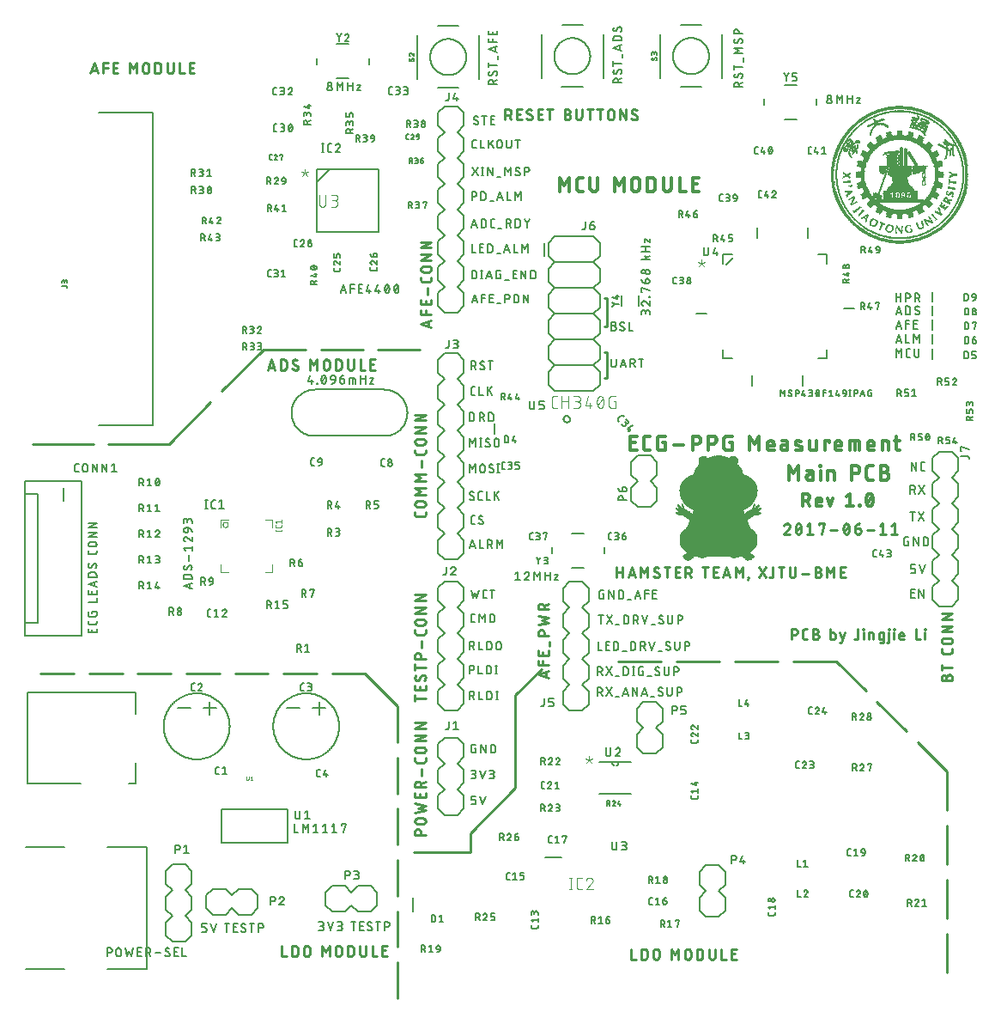
<source format=gbr>
G04 EAGLE Gerber X2 export*
%TF.Part,Single*%
%TF.FileFunction,Legend,Top,1*%
%TF.FilePolarity,Positive*%
%TF.GenerationSoftware,Autodesk,EAGLE,8.6.0*%
%TF.CreationDate,2018-06-10T17:56:49Z*%
G75*
%MOMM*%
%FSLAX34Y34*%
%LPD*%
%AMOC8*
5,1,8,0,0,1.08239X$1,22.5*%
G01*
%ADD10C,0.228600*%
%ADD11C,0.177800*%
%ADD12C,0.254000*%
%ADD13C,0.203200*%
%ADD14C,0.355600*%
%ADD15C,0.304800*%
%ADD16C,0.100000*%
%ADD17C,0.050800*%
%ADD18C,0.025400*%
%ADD19C,0.127000*%
%ADD20C,0.152400*%
%ADD21C,0.101600*%
%ADD22C,0.200000*%
%ADD23C,0.076200*%
%ADD24R,0.025400X0.025400*%
%ADD25R,0.431800X0.025400*%
%ADD26R,0.050800X0.025400*%
%ADD27R,1.270000X0.025400*%
%ADD28R,1.701800X0.025400*%
%ADD29R,2.057400X0.025400*%
%ADD30R,2.387600X0.025400*%
%ADD31R,2.641600X0.025400*%
%ADD32R,2.921000X0.025400*%
%ADD33R,3.149600X0.025400*%
%ADD34R,3.352800X0.025400*%
%ADD35R,3.530600X0.025400*%
%ADD36R,1.473200X0.025400*%
%ADD37R,1.447800X0.025400*%
%ADD38R,1.244600X0.025400*%
%ADD39R,1.117600X0.025400*%
%ADD40R,1.066800X0.025400*%
%ADD41R,1.016000X0.025400*%
%ADD42R,0.990600X0.025400*%
%ADD43R,0.914400X0.025400*%
%ADD44R,0.889000X0.025400*%
%ADD45R,0.838200X0.025400*%
%ADD46R,0.736600X0.025400*%
%ADD47R,0.863600X0.025400*%
%ADD48R,0.787400X0.025400*%
%ADD49R,1.346200X0.025400*%
%ADD50R,0.812800X0.025400*%
%ADD51R,1.778000X0.025400*%
%ADD52R,2.133600X0.025400*%
%ADD53R,0.762000X0.025400*%
%ADD54R,2.413000X0.025400*%
%ADD55R,0.711200X0.025400*%
%ADD56R,0.939800X0.025400*%
%ADD57R,0.685800X0.025400*%
%ADD58R,0.660400X0.025400*%
%ADD59R,0.635000X0.025400*%
%ADD60R,0.584200X0.025400*%
%ADD61R,0.609600X0.025400*%
%ADD62R,0.558800X0.025400*%
%ADD63R,0.533400X0.025400*%
%ADD64R,0.508000X0.025400*%
%ADD65R,0.482600X0.025400*%
%ADD66R,0.457200X0.025400*%
%ADD67R,0.406400X0.025400*%
%ADD68R,0.355600X0.025400*%
%ADD69R,0.381000X0.025400*%
%ADD70R,0.330200X0.025400*%
%ADD71R,0.101600X0.025400*%
%ADD72R,0.304800X0.025400*%
%ADD73R,0.127000X0.025400*%
%ADD74R,0.152400X0.025400*%
%ADD75R,0.076200X0.025400*%
%ADD76R,0.177800X0.025400*%
%ADD77R,0.203200X0.025400*%
%ADD78R,0.228600X0.025400*%
%ADD79R,0.279400X0.025400*%
%ADD80R,0.254000X0.025400*%
%ADD81R,1.143000X0.025400*%
%ADD82R,2.616200X0.025400*%
%ADD83R,2.565400X0.025400*%
%ADD84R,2.717800X0.025400*%
%ADD85R,2.870200X0.025400*%
%ADD86R,2.971800X0.025400*%
%ADD87R,3.124200X0.025400*%
%ADD88R,3.225800X0.025400*%
%ADD89R,4.648200X0.025400*%
%ADD90R,2.082800X0.025400*%
%ADD91R,1.803400X0.025400*%
%ADD92R,1.651000X0.025400*%
%ADD93R,1.676400X0.025400*%
%ADD94R,1.524000X0.025400*%
%ADD95R,1.397000X0.025400*%
%ADD96R,1.422400X0.025400*%
%ADD97R,1.295400X0.025400*%
%ADD98R,1.219200X0.025400*%
%ADD99R,1.092200X0.025400*%
%ADD100R,1.041400X0.025400*%
%ADD101R,0.965200X0.025400*%
%ADD102R,1.371600X0.025400*%
%ADD103R,1.320800X0.025400*%
%ADD104R,1.193800X0.025400*%
%ADD105R,1.168400X0.025400*%
%ADD106R,6.146800X0.025400*%
%ADD107R,6.121400X0.025400*%
%ADD108R,6.070600X0.025400*%
%ADD109R,6.019800X0.025400*%
%ADD110R,5.969000X0.025400*%
%ADD111R,5.943600X0.025400*%
%ADD112R,5.918200X0.025400*%
%ADD113R,3.378200X0.025400*%
%ADD114R,2.336800X0.025400*%
%ADD115R,2.286000X0.025400*%
%ADD116R,2.209800X0.025400*%
%ADD117R,2.006600X0.025400*%
%ADD118R,1.955800X0.025400*%
%ADD119R,1.905000X0.025400*%
%ADD120R,1.854200X0.025400*%
%ADD121R,1.752600X0.025400*%
%ADD122R,1.625600X0.025400*%
%ADD123R,1.600200X0.025400*%
%ADD124R,1.549400X0.025400*%
%ADD125R,1.498600X0.025400*%
%ADD126R,1.574800X0.025400*%
%ADD127R,1.828800X0.025400*%
%ADD128R,1.930400X0.025400*%
%ADD129R,2.108200X0.025400*%
%ADD130R,2.362200X0.025400*%
%ADD131R,2.438400X0.025400*%
%ADD132R,2.311400X0.025400*%
%ADD133R,2.260600X0.025400*%
%ADD134R,2.235200X0.025400*%
%ADD135R,3.200400X0.025400*%
%ADD136R,3.175000X0.025400*%
%ADD137R,3.098800X0.025400*%
%ADD138R,1.727200X0.025400*%
%ADD139R,3.327400X0.025400*%
%ADD140R,2.895600X0.025400*%
%ADD141R,4.546600X0.025400*%
%ADD142R,7.061200X0.025400*%
%ADD143R,7.010400X0.025400*%
%ADD144R,6.959600X0.025400*%
%ADD145R,6.883400X0.025400*%
%ADD146R,6.807200X0.025400*%
%ADD147R,6.705600X0.025400*%
%ADD148R,6.604000X0.025400*%
%ADD149R,6.502400X0.025400*%
%ADD150R,6.400800X0.025400*%
%ADD151R,6.324600X0.025400*%
%ADD152R,6.248400X0.025400*%
%ADD153R,6.197600X0.025400*%
%ADD154R,6.451600X0.025400*%
%ADD155R,6.527800X0.025400*%
%ADD156R,6.654800X0.025400*%
%ADD157R,6.756400X0.025400*%
%ADD158R,6.858000X0.025400*%
%ADD159R,6.934200X0.025400*%
%ADD160R,7.035800X0.025400*%
%ADD161R,7.112000X0.025400*%
%ADD162R,7.162800X0.025400*%
%ADD163R,7.213600X0.025400*%
%ADD164R,7.264400X0.025400*%
%ADD165R,7.315200X0.025400*%
%ADD166R,7.340600X0.025400*%
%ADD167R,7.366000X0.025400*%
%ADD168R,7.416800X0.025400*%
%ADD169R,7.467600X0.025400*%
%ADD170R,7.518400X0.025400*%
%ADD171R,7.543800X0.025400*%
%ADD172R,7.569200X0.025400*%
%ADD173R,7.594600X0.025400*%
%ADD174R,7.620000X0.025400*%
%ADD175R,7.645400X0.025400*%
%ADD176R,7.670800X0.025400*%
%ADD177R,7.391400X0.025400*%
%ADD178R,7.239000X0.025400*%
%ADD179R,7.086600X0.025400*%
%ADD180R,6.908800X0.025400*%
%ADD181R,6.680200X0.025400*%
%ADD182R,6.629400X0.025400*%
%ADD183R,6.578600X0.025400*%
%ADD184R,6.350000X0.025400*%
%ADD185R,6.299200X0.025400*%
%ADD186R,6.223000X0.025400*%
%ADD187R,6.096000X0.025400*%
%ADD188R,6.045200X0.025400*%
%ADD189R,5.994400X0.025400*%
%ADD190R,5.892800X0.025400*%
%ADD191R,5.842000X0.025400*%
%ADD192R,5.816600X0.025400*%
%ADD193R,5.791200X0.025400*%
%ADD194R,5.740400X0.025400*%
%ADD195R,5.715000X0.025400*%
%ADD196R,5.689600X0.025400*%
%ADD197R,5.638800X0.025400*%
%ADD198R,6.477000X0.025400*%
%ADD199R,6.553200X0.025400*%
%ADD200R,8.026400X0.025400*%
%ADD201R,8.153400X0.025400*%
%ADD202R,8.229600X0.025400*%
%ADD203R,5.130800X0.025400*%
%ADD204R,5.080000X0.025400*%
%ADD205R,5.054600X0.025400*%
%ADD206R,5.029200X0.025400*%
%ADD207R,4.978400X0.025400*%
%ADD208R,4.953000X0.025400*%
%ADD209R,5.181600X0.025400*%
%ADD210R,5.283200X0.025400*%
%ADD211R,5.384800X0.025400*%
%ADD212R,5.486400X0.025400*%
%ADD213R,5.588000X0.025400*%
%ADD214R,6.172200X0.025400*%
%ADD215R,6.731000X0.025400*%
%ADD216R,7.289800X0.025400*%
%ADD217R,7.696200X0.025400*%
%ADD218R,7.721600X0.025400*%
%ADD219R,5.232400X0.025400*%
%ADD220R,4.851400X0.025400*%
%ADD221R,4.826000X0.025400*%
%ADD222R,4.800600X0.025400*%
%ADD223R,4.775200X0.025400*%
%ADD224R,4.724400X0.025400*%
%ADD225R,4.673600X0.025400*%
%ADD226R,4.622800X0.025400*%
%ADD227R,4.572000X0.025400*%
%ADD228R,4.521200X0.025400*%
%ADD229R,4.495800X0.025400*%
%ADD230R,4.470400X0.025400*%
%ADD231R,4.419600X0.025400*%
%ADD232R,4.368800X0.025400*%
%ADD233R,4.318000X0.025400*%
%ADD234R,4.292600X0.025400*%
%ADD235R,4.267200X0.025400*%
%ADD236R,4.216400X0.025400*%
%ADD237R,4.165600X0.025400*%
%ADD238R,4.114800X0.025400*%
%ADD239R,4.064000X0.025400*%
%ADD240R,4.013200X0.025400*%
%ADD241R,3.962400X0.025400*%
%ADD242R,3.911600X0.025400*%
%ADD243R,3.860800X0.025400*%
%ADD244R,3.810000X0.025400*%
%ADD245R,3.759200X0.025400*%
%ADD246R,3.708400X0.025400*%
%ADD247R,3.886200X0.025400*%
%ADD248R,1.981200X0.025400*%
%ADD249R,1.879600X0.025400*%


D10*
X754714Y489331D02*
X754712Y489431D01*
X754706Y489530D01*
X754697Y489630D01*
X754683Y489728D01*
X754666Y489827D01*
X754646Y489924D01*
X754621Y490021D01*
X754593Y490117D01*
X754561Y490211D01*
X754525Y490304D01*
X754486Y490396D01*
X754444Y490486D01*
X754398Y490575D01*
X754348Y490662D01*
X754296Y490746D01*
X754240Y490829D01*
X754181Y490910D01*
X754119Y490988D01*
X754054Y491064D01*
X753986Y491137D01*
X753916Y491207D01*
X753843Y491275D01*
X753767Y491340D01*
X753689Y491402D01*
X753608Y491461D01*
X753525Y491517D01*
X753441Y491569D01*
X753354Y491619D01*
X753265Y491665D01*
X753175Y491707D01*
X753083Y491746D01*
X752990Y491782D01*
X752896Y491814D01*
X752800Y491842D01*
X752703Y491867D01*
X752606Y491887D01*
X752507Y491904D01*
X752409Y491918D01*
X752309Y491927D01*
X752210Y491933D01*
X752110Y491935D01*
X751996Y491933D01*
X751883Y491927D01*
X751770Y491918D01*
X751657Y491904D01*
X751544Y491887D01*
X751433Y491866D01*
X751322Y491841D01*
X751212Y491812D01*
X751103Y491780D01*
X750995Y491744D01*
X750888Y491704D01*
X750783Y491661D01*
X750680Y491614D01*
X750578Y491563D01*
X750478Y491510D01*
X750379Y491452D01*
X750283Y491392D01*
X750189Y491328D01*
X750097Y491261D01*
X750007Y491191D01*
X749920Y491118D01*
X749835Y491043D01*
X749753Y490964D01*
X749674Y490882D01*
X749598Y490798D01*
X749524Y490712D01*
X749453Y490623D01*
X749386Y490531D01*
X749321Y490437D01*
X749260Y490342D01*
X749202Y490244D01*
X749148Y490144D01*
X749097Y490042D01*
X749049Y489939D01*
X749005Y489834D01*
X748965Y489728D01*
X748928Y489621D01*
X753846Y487306D02*
X753919Y487378D01*
X753990Y487453D01*
X754057Y487531D01*
X754122Y487611D01*
X754184Y487693D01*
X754243Y487777D01*
X754298Y487864D01*
X754351Y487953D01*
X754400Y488043D01*
X754446Y488135D01*
X754488Y488229D01*
X754527Y488325D01*
X754562Y488421D01*
X754594Y488519D01*
X754622Y488618D01*
X754646Y488718D01*
X754667Y488819D01*
X754684Y488921D01*
X754697Y489023D01*
X754706Y489125D01*
X754712Y489228D01*
X754714Y489331D01*
X753846Y487306D02*
X748928Y481521D01*
X754714Y481521D01*
X760358Y486728D02*
X760360Y486933D01*
X760368Y487138D01*
X760380Y487342D01*
X760397Y487546D01*
X760419Y487750D01*
X760446Y487953D01*
X760478Y488156D01*
X760514Y488357D01*
X760555Y488558D01*
X760601Y488757D01*
X760652Y488956D01*
X760708Y489153D01*
X760768Y489349D01*
X760833Y489543D01*
X760902Y489736D01*
X760976Y489927D01*
X761055Y490116D01*
X761138Y490303D01*
X761226Y490489D01*
X761226Y490488D02*
X761257Y490574D01*
X761292Y490659D01*
X761331Y490742D01*
X761374Y490823D01*
X761419Y490902D01*
X761468Y490980D01*
X761521Y491055D01*
X761576Y491128D01*
X761635Y491198D01*
X761696Y491266D01*
X761761Y491331D01*
X761828Y491393D01*
X761897Y491453D01*
X761970Y491509D01*
X762044Y491562D01*
X762121Y491612D01*
X762200Y491659D01*
X762280Y491702D01*
X762363Y491742D01*
X762447Y491778D01*
X762533Y491811D01*
X762619Y491840D01*
X762708Y491865D01*
X762797Y491886D01*
X762886Y491904D01*
X762977Y491917D01*
X763068Y491927D01*
X763159Y491933D01*
X763251Y491935D01*
X763343Y491933D01*
X763434Y491927D01*
X763525Y491917D01*
X763616Y491904D01*
X763705Y491886D01*
X763794Y491865D01*
X763883Y491840D01*
X763969Y491811D01*
X764055Y491778D01*
X764139Y491742D01*
X764222Y491702D01*
X764302Y491659D01*
X764381Y491612D01*
X764458Y491562D01*
X764532Y491509D01*
X764605Y491453D01*
X764674Y491393D01*
X764741Y491331D01*
X764806Y491266D01*
X764867Y491198D01*
X764926Y491128D01*
X764981Y491055D01*
X765034Y490980D01*
X765083Y490902D01*
X765128Y490823D01*
X765171Y490742D01*
X765210Y490659D01*
X765245Y490574D01*
X765276Y490488D01*
X765276Y490489D02*
X765364Y490303D01*
X765447Y490116D01*
X765526Y489927D01*
X765600Y489736D01*
X765669Y489543D01*
X765734Y489349D01*
X765794Y489153D01*
X765850Y488956D01*
X765901Y488757D01*
X765947Y488558D01*
X765988Y488357D01*
X766024Y488156D01*
X766056Y487953D01*
X766083Y487750D01*
X766105Y487546D01*
X766122Y487342D01*
X766134Y487138D01*
X766142Y486933D01*
X766144Y486728D01*
X760358Y486728D02*
X760360Y486523D01*
X760368Y486318D01*
X760380Y486114D01*
X760397Y485910D01*
X760419Y485706D01*
X760446Y485503D01*
X760478Y485301D01*
X760514Y485099D01*
X760555Y484898D01*
X760601Y484699D01*
X760652Y484500D01*
X760708Y484303D01*
X760768Y484107D01*
X760833Y483913D01*
X760902Y483720D01*
X760976Y483529D01*
X761055Y483340D01*
X761138Y483153D01*
X761226Y482967D01*
X761257Y482881D01*
X761292Y482796D01*
X761331Y482713D01*
X761374Y482632D01*
X761419Y482553D01*
X761468Y482475D01*
X761521Y482400D01*
X761576Y482327D01*
X761635Y482257D01*
X761696Y482189D01*
X761761Y482124D01*
X761828Y482062D01*
X761897Y482002D01*
X761970Y481946D01*
X762044Y481893D01*
X762121Y481843D01*
X762200Y481796D01*
X762280Y481753D01*
X762363Y481713D01*
X762447Y481677D01*
X762533Y481644D01*
X762619Y481615D01*
X762708Y481590D01*
X762797Y481569D01*
X762886Y481551D01*
X762977Y481538D01*
X763068Y481528D01*
X763159Y481522D01*
X763251Y481520D01*
X765275Y482967D02*
X765363Y483153D01*
X765446Y483340D01*
X765525Y483529D01*
X765599Y483720D01*
X765668Y483913D01*
X765733Y484107D01*
X765793Y484303D01*
X765849Y484500D01*
X765900Y484699D01*
X765946Y484898D01*
X765987Y485099D01*
X766023Y485301D01*
X766055Y485503D01*
X766082Y485706D01*
X766104Y485910D01*
X766121Y486114D01*
X766133Y486318D01*
X766141Y486523D01*
X766143Y486728D01*
X765276Y482967D02*
X765245Y482881D01*
X765210Y482796D01*
X765171Y482713D01*
X765128Y482632D01*
X765083Y482553D01*
X765034Y482475D01*
X764981Y482400D01*
X764926Y482327D01*
X764867Y482257D01*
X764806Y482189D01*
X764741Y482124D01*
X764674Y482062D01*
X764605Y482002D01*
X764532Y481946D01*
X764458Y481893D01*
X764381Y481843D01*
X764302Y481796D01*
X764222Y481753D01*
X764139Y481713D01*
X764055Y481677D01*
X763969Y481644D01*
X763883Y481615D01*
X763794Y481590D01*
X763705Y481569D01*
X763616Y481551D01*
X763525Y481538D01*
X763434Y481528D01*
X763343Y481522D01*
X763251Y481520D01*
X760937Y483835D02*
X765565Y489620D01*
X771788Y489620D02*
X774681Y491935D01*
X774681Y481521D01*
X777573Y481521D02*
X771788Y481521D01*
X783218Y490777D02*
X783218Y491935D01*
X789003Y491935D01*
X786111Y481521D01*
X794831Y485570D02*
X801774Y485570D01*
X807602Y486728D02*
X807604Y486933D01*
X807612Y487138D01*
X807624Y487342D01*
X807641Y487546D01*
X807663Y487750D01*
X807690Y487953D01*
X807722Y488156D01*
X807758Y488357D01*
X807799Y488558D01*
X807845Y488757D01*
X807896Y488956D01*
X807952Y489153D01*
X808012Y489349D01*
X808077Y489543D01*
X808146Y489736D01*
X808220Y489927D01*
X808299Y490116D01*
X808382Y490303D01*
X808470Y490489D01*
X808470Y490488D02*
X808501Y490574D01*
X808536Y490659D01*
X808575Y490742D01*
X808618Y490823D01*
X808663Y490902D01*
X808712Y490980D01*
X808765Y491055D01*
X808820Y491128D01*
X808879Y491198D01*
X808940Y491266D01*
X809005Y491331D01*
X809072Y491393D01*
X809141Y491453D01*
X809214Y491509D01*
X809288Y491562D01*
X809365Y491612D01*
X809444Y491659D01*
X809524Y491702D01*
X809607Y491742D01*
X809691Y491778D01*
X809777Y491811D01*
X809863Y491840D01*
X809952Y491865D01*
X810041Y491886D01*
X810130Y491904D01*
X810221Y491917D01*
X810312Y491927D01*
X810403Y491933D01*
X810495Y491935D01*
X810587Y491933D01*
X810678Y491927D01*
X810769Y491917D01*
X810860Y491904D01*
X810949Y491886D01*
X811038Y491865D01*
X811127Y491840D01*
X811213Y491811D01*
X811299Y491778D01*
X811383Y491742D01*
X811466Y491702D01*
X811546Y491659D01*
X811625Y491612D01*
X811702Y491562D01*
X811776Y491509D01*
X811849Y491453D01*
X811918Y491393D01*
X811985Y491331D01*
X812050Y491266D01*
X812111Y491198D01*
X812170Y491128D01*
X812225Y491055D01*
X812278Y490980D01*
X812327Y490902D01*
X812372Y490823D01*
X812415Y490742D01*
X812454Y490659D01*
X812489Y490574D01*
X812520Y490488D01*
X812519Y490489D02*
X812607Y490303D01*
X812690Y490116D01*
X812769Y489927D01*
X812843Y489736D01*
X812912Y489543D01*
X812977Y489349D01*
X813037Y489153D01*
X813093Y488956D01*
X813144Y488757D01*
X813190Y488558D01*
X813231Y488357D01*
X813267Y488156D01*
X813299Y487953D01*
X813326Y487750D01*
X813348Y487546D01*
X813365Y487342D01*
X813377Y487138D01*
X813385Y486933D01*
X813387Y486728D01*
X807602Y486728D02*
X807604Y486523D01*
X807612Y486318D01*
X807624Y486114D01*
X807641Y485910D01*
X807663Y485706D01*
X807690Y485503D01*
X807722Y485301D01*
X807758Y485099D01*
X807799Y484898D01*
X807845Y484699D01*
X807896Y484500D01*
X807952Y484303D01*
X808012Y484107D01*
X808077Y483913D01*
X808146Y483720D01*
X808220Y483529D01*
X808299Y483340D01*
X808382Y483153D01*
X808470Y482967D01*
X808501Y482881D01*
X808536Y482796D01*
X808575Y482713D01*
X808618Y482632D01*
X808663Y482553D01*
X808712Y482475D01*
X808765Y482400D01*
X808820Y482327D01*
X808879Y482257D01*
X808940Y482189D01*
X809005Y482124D01*
X809072Y482062D01*
X809141Y482002D01*
X809214Y481946D01*
X809288Y481893D01*
X809365Y481843D01*
X809444Y481796D01*
X809524Y481753D01*
X809607Y481713D01*
X809691Y481677D01*
X809777Y481644D01*
X809863Y481615D01*
X809952Y481590D01*
X810041Y481569D01*
X810130Y481551D01*
X810221Y481538D01*
X810312Y481528D01*
X810403Y481522D01*
X810495Y481520D01*
X812519Y482967D02*
X812607Y483153D01*
X812690Y483340D01*
X812769Y483529D01*
X812843Y483720D01*
X812912Y483913D01*
X812977Y484107D01*
X813037Y484303D01*
X813093Y484500D01*
X813144Y484699D01*
X813190Y484898D01*
X813231Y485099D01*
X813267Y485301D01*
X813299Y485503D01*
X813326Y485706D01*
X813348Y485910D01*
X813365Y486114D01*
X813377Y486318D01*
X813385Y486523D01*
X813387Y486728D01*
X812520Y482967D02*
X812489Y482881D01*
X812454Y482796D01*
X812415Y482713D01*
X812372Y482632D01*
X812327Y482553D01*
X812278Y482475D01*
X812225Y482400D01*
X812170Y482327D01*
X812111Y482257D01*
X812050Y482189D01*
X811985Y482124D01*
X811918Y482062D01*
X811849Y482002D01*
X811776Y481946D01*
X811702Y481893D01*
X811625Y481843D01*
X811546Y481796D01*
X811466Y481753D01*
X811383Y481713D01*
X811299Y481677D01*
X811213Y481644D01*
X811127Y481615D01*
X811038Y481590D01*
X810949Y481569D01*
X810860Y481551D01*
X810769Y481538D01*
X810678Y481528D01*
X810587Y481522D01*
X810495Y481520D01*
X808180Y483835D02*
X812809Y489620D01*
X819032Y487306D02*
X822503Y487306D01*
X822596Y487304D01*
X822689Y487298D01*
X822782Y487289D01*
X822874Y487276D01*
X822966Y487259D01*
X823057Y487239D01*
X823147Y487215D01*
X823236Y487187D01*
X823324Y487156D01*
X823410Y487121D01*
X823495Y487083D01*
X823578Y487041D01*
X823660Y486996D01*
X823740Y486948D01*
X823818Y486896D01*
X823893Y486842D01*
X823966Y486784D01*
X824037Y486724D01*
X824106Y486661D01*
X824172Y486595D01*
X824235Y486526D01*
X824295Y486455D01*
X824353Y486382D01*
X824407Y486307D01*
X824459Y486229D01*
X824507Y486149D01*
X824552Y486067D01*
X824594Y485984D01*
X824632Y485899D01*
X824667Y485813D01*
X824698Y485725D01*
X824726Y485636D01*
X824750Y485546D01*
X824770Y485455D01*
X824787Y485363D01*
X824800Y485271D01*
X824809Y485178D01*
X824815Y485085D01*
X824817Y484992D01*
X824817Y484413D01*
X824818Y484413D02*
X824816Y484306D01*
X824810Y484199D01*
X824800Y484093D01*
X824786Y483987D01*
X824769Y483881D01*
X824747Y483777D01*
X824722Y483673D01*
X824692Y483570D01*
X824659Y483468D01*
X824623Y483368D01*
X824582Y483269D01*
X824538Y483172D01*
X824490Y483076D01*
X824439Y482982D01*
X824385Y482890D01*
X824327Y482800D01*
X824265Y482713D01*
X824201Y482627D01*
X824134Y482544D01*
X824063Y482464D01*
X823989Y482386D01*
X823913Y482311D01*
X823834Y482239D01*
X823753Y482170D01*
X823668Y482104D01*
X823582Y482041D01*
X823493Y481982D01*
X823402Y481926D01*
X823309Y481873D01*
X823215Y481823D01*
X823118Y481777D01*
X823020Y481735D01*
X822920Y481697D01*
X822819Y481662D01*
X822717Y481630D01*
X822613Y481603D01*
X822509Y481580D01*
X822404Y481560D01*
X822298Y481544D01*
X822192Y481532D01*
X822085Y481524D01*
X821978Y481520D01*
X821872Y481520D01*
X821765Y481524D01*
X821658Y481532D01*
X821552Y481544D01*
X821446Y481560D01*
X821341Y481580D01*
X821237Y481603D01*
X821133Y481630D01*
X821031Y481662D01*
X820930Y481697D01*
X820830Y481735D01*
X820732Y481777D01*
X820635Y481823D01*
X820541Y481873D01*
X820448Y481926D01*
X820357Y481982D01*
X820268Y482041D01*
X820182Y482104D01*
X820097Y482170D01*
X820016Y482239D01*
X819937Y482311D01*
X819861Y482386D01*
X819787Y482464D01*
X819716Y482544D01*
X819649Y482627D01*
X819585Y482713D01*
X819523Y482800D01*
X819465Y482890D01*
X819411Y482982D01*
X819360Y483076D01*
X819312Y483172D01*
X819268Y483269D01*
X819227Y483368D01*
X819191Y483468D01*
X819158Y483570D01*
X819128Y483673D01*
X819103Y483777D01*
X819081Y483881D01*
X819064Y483987D01*
X819050Y484093D01*
X819040Y484199D01*
X819034Y484306D01*
X819032Y484413D01*
X819032Y487306D01*
X819034Y487441D01*
X819040Y487575D01*
X819050Y487709D01*
X819063Y487843D01*
X819081Y487977D01*
X819102Y488110D01*
X819128Y488242D01*
X819157Y488373D01*
X819190Y488504D01*
X819226Y488633D01*
X819267Y488762D01*
X819311Y488889D01*
X819359Y489015D01*
X819410Y489139D01*
X819466Y489262D01*
X819524Y489383D01*
X819586Y489502D01*
X819652Y489620D01*
X819721Y489736D01*
X819793Y489849D01*
X819869Y489961D01*
X819948Y490070D01*
X820030Y490176D01*
X820115Y490281D01*
X820203Y490383D01*
X820294Y490482D01*
X820387Y490578D01*
X820484Y490672D01*
X820583Y490763D01*
X820685Y490851D01*
X820790Y490936D01*
X820896Y491018D01*
X821005Y491097D01*
X821117Y491173D01*
X821230Y491245D01*
X821346Y491314D01*
X821464Y491380D01*
X821583Y491442D01*
X821704Y491500D01*
X821827Y491555D01*
X821951Y491607D01*
X822077Y491655D01*
X822204Y491699D01*
X822333Y491740D01*
X822462Y491776D01*
X822593Y491809D01*
X822724Y491838D01*
X822856Y491864D01*
X822989Y491885D01*
X823123Y491903D01*
X823257Y491916D01*
X823391Y491926D01*
X823525Y491932D01*
X823660Y491934D01*
X830645Y485570D02*
X837588Y485570D01*
X843416Y489620D02*
X846309Y491935D01*
X846309Y481521D01*
X849201Y481521D02*
X843416Y481521D01*
X854846Y489620D02*
X857738Y491935D01*
X857738Y481521D01*
X854846Y481521D02*
X860631Y481521D01*
D11*
X440627Y643827D02*
X440627Y652049D01*
X442910Y652049D01*
X443004Y652047D01*
X443099Y652041D01*
X443193Y652031D01*
X443286Y652018D01*
X443379Y652000D01*
X443471Y651979D01*
X443562Y651954D01*
X443652Y651925D01*
X443740Y651893D01*
X443827Y651857D01*
X443913Y651817D01*
X443997Y651774D01*
X444079Y651727D01*
X444159Y651677D01*
X444237Y651624D01*
X444313Y651567D01*
X444386Y651508D01*
X444457Y651445D01*
X444525Y651380D01*
X444590Y651312D01*
X444653Y651241D01*
X444712Y651168D01*
X444769Y651092D01*
X444822Y651014D01*
X444872Y650934D01*
X444919Y650852D01*
X444962Y650768D01*
X445002Y650682D01*
X445038Y650595D01*
X445070Y650507D01*
X445099Y650417D01*
X445124Y650326D01*
X445145Y650234D01*
X445163Y650141D01*
X445176Y650048D01*
X445186Y649954D01*
X445192Y649859D01*
X445194Y649765D01*
X445192Y649671D01*
X445186Y649576D01*
X445176Y649482D01*
X445163Y649389D01*
X445145Y649296D01*
X445124Y649204D01*
X445099Y649113D01*
X445070Y649023D01*
X445038Y648935D01*
X445002Y648848D01*
X444962Y648762D01*
X444919Y648678D01*
X444872Y648596D01*
X444822Y648516D01*
X444769Y648438D01*
X444712Y648362D01*
X444653Y648289D01*
X444590Y648218D01*
X444525Y648150D01*
X444457Y648085D01*
X444386Y648022D01*
X444313Y647963D01*
X444237Y647906D01*
X444159Y647853D01*
X444079Y647803D01*
X443997Y647756D01*
X443913Y647713D01*
X443827Y647673D01*
X443740Y647637D01*
X443652Y647605D01*
X443562Y647576D01*
X443471Y647551D01*
X443379Y647530D01*
X443286Y647512D01*
X443193Y647499D01*
X443099Y647489D01*
X443004Y647483D01*
X442910Y647481D01*
X440627Y647481D01*
X443367Y647481D02*
X445194Y643827D01*
X451974Y643827D02*
X452058Y643829D01*
X452143Y643835D01*
X452226Y643845D01*
X452310Y643858D01*
X452392Y643876D01*
X452474Y643897D01*
X452555Y643922D01*
X452634Y643950D01*
X452712Y643983D01*
X452788Y644019D01*
X452863Y644058D01*
X452936Y644101D01*
X453007Y644147D01*
X453075Y644196D01*
X453141Y644248D01*
X453205Y644304D01*
X453266Y644362D01*
X453324Y644423D01*
X453380Y644487D01*
X453432Y644553D01*
X453481Y644622D01*
X453527Y644692D01*
X453570Y644765D01*
X453609Y644840D01*
X453645Y644916D01*
X453678Y644994D01*
X453706Y645073D01*
X453731Y645154D01*
X453752Y645236D01*
X453770Y645318D01*
X453783Y645402D01*
X453793Y645485D01*
X453799Y645570D01*
X453801Y645654D01*
X451974Y643826D02*
X451852Y643828D01*
X451730Y643834D01*
X451609Y643843D01*
X451488Y643857D01*
X451367Y643874D01*
X451247Y643895D01*
X451128Y643920D01*
X451009Y643949D01*
X450892Y643981D01*
X450775Y644017D01*
X450660Y644057D01*
X450546Y644100D01*
X450433Y644147D01*
X450322Y644197D01*
X450213Y644251D01*
X450105Y644308D01*
X450000Y644369D01*
X449896Y644433D01*
X449794Y644500D01*
X449695Y644571D01*
X449597Y644644D01*
X449503Y644721D01*
X449410Y644800D01*
X449320Y644883D01*
X449233Y644968D01*
X449462Y650221D02*
X449464Y650305D01*
X449470Y650390D01*
X449480Y650473D01*
X449493Y650557D01*
X449511Y650639D01*
X449532Y650721D01*
X449557Y650802D01*
X449585Y650881D01*
X449618Y650959D01*
X449654Y651035D01*
X449693Y651110D01*
X449736Y651183D01*
X449782Y651254D01*
X449831Y651322D01*
X449883Y651388D01*
X449939Y651452D01*
X449997Y651513D01*
X450058Y651571D01*
X450122Y651627D01*
X450188Y651679D01*
X450256Y651728D01*
X450327Y651774D01*
X450400Y651817D01*
X450475Y651856D01*
X450551Y651892D01*
X450629Y651925D01*
X450708Y651953D01*
X450789Y651978D01*
X450871Y651999D01*
X450953Y652017D01*
X451037Y652030D01*
X451120Y652040D01*
X451205Y652046D01*
X451289Y652048D01*
X451289Y652049D02*
X451405Y652047D01*
X451521Y652041D01*
X451637Y652031D01*
X451752Y652018D01*
X451866Y652000D01*
X451980Y651979D01*
X452094Y651953D01*
X452206Y651924D01*
X452317Y651891D01*
X452427Y651854D01*
X452536Y651814D01*
X452643Y651770D01*
X452749Y651722D01*
X452853Y651671D01*
X452956Y651616D01*
X453056Y651558D01*
X453154Y651497D01*
X453251Y651432D01*
X453345Y651364D01*
X450375Y648622D02*
X450304Y648666D01*
X450234Y648713D01*
X450167Y648764D01*
X450103Y648817D01*
X450041Y648873D01*
X449981Y648932D01*
X449924Y648994D01*
X449870Y649058D01*
X449819Y649125D01*
X449772Y649193D01*
X449727Y649264D01*
X449685Y649337D01*
X449647Y649411D01*
X449612Y649488D01*
X449581Y649565D01*
X449553Y649644D01*
X449529Y649724D01*
X449508Y649806D01*
X449491Y649888D01*
X449478Y649970D01*
X449469Y650054D01*
X449463Y650137D01*
X449461Y650221D01*
X452887Y647253D02*
X452958Y647209D01*
X453028Y647162D01*
X453095Y647111D01*
X453159Y647058D01*
X453221Y647002D01*
X453281Y646943D01*
X453338Y646881D01*
X453392Y646817D01*
X453443Y646750D01*
X453490Y646682D01*
X453535Y646611D01*
X453577Y646538D01*
X453615Y646464D01*
X453650Y646387D01*
X453681Y646310D01*
X453709Y646231D01*
X453733Y646151D01*
X453754Y646069D01*
X453771Y645987D01*
X453784Y645905D01*
X453793Y645821D01*
X453799Y645738D01*
X453801Y645654D01*
X452887Y647252D02*
X450375Y648623D01*
X459617Y652049D02*
X459617Y643827D01*
X457333Y652049D02*
X461901Y652049D01*
X444281Y618427D02*
X442454Y618427D01*
X442370Y618429D01*
X442285Y618435D01*
X442202Y618445D01*
X442118Y618458D01*
X442036Y618476D01*
X441954Y618497D01*
X441873Y618522D01*
X441794Y618550D01*
X441716Y618583D01*
X441640Y618619D01*
X441565Y618658D01*
X441492Y618701D01*
X441421Y618747D01*
X441353Y618796D01*
X441287Y618848D01*
X441223Y618904D01*
X441162Y618962D01*
X441104Y619023D01*
X441048Y619087D01*
X440996Y619153D01*
X440947Y619221D01*
X440901Y619292D01*
X440858Y619365D01*
X440819Y619440D01*
X440783Y619516D01*
X440750Y619594D01*
X440722Y619673D01*
X440697Y619754D01*
X440676Y619836D01*
X440658Y619918D01*
X440645Y620002D01*
X440635Y620085D01*
X440629Y620170D01*
X440627Y620254D01*
X440627Y624821D01*
X440629Y624905D01*
X440635Y624990D01*
X440645Y625073D01*
X440658Y625157D01*
X440676Y625239D01*
X440697Y625321D01*
X440722Y625402D01*
X440750Y625481D01*
X440783Y625559D01*
X440819Y625635D01*
X440858Y625710D01*
X440901Y625783D01*
X440947Y625853D01*
X440996Y625922D01*
X441048Y625988D01*
X441104Y626052D01*
X441162Y626113D01*
X441223Y626171D01*
X441287Y626227D01*
X441353Y626279D01*
X441421Y626328D01*
X441492Y626374D01*
X441565Y626417D01*
X441640Y626456D01*
X441716Y626492D01*
X441794Y626525D01*
X441873Y626553D01*
X441954Y626578D01*
X442036Y626599D01*
X442118Y626617D01*
X442202Y626630D01*
X442285Y626640D01*
X442370Y626646D01*
X442454Y626648D01*
X442454Y626649D02*
X444281Y626649D01*
X448497Y626649D02*
X448497Y618427D01*
X452151Y618427D01*
X456483Y618427D02*
X456483Y626649D01*
X461051Y626649D02*
X456483Y621624D01*
X458311Y623451D02*
X461051Y618427D01*
X439039Y601249D02*
X439039Y593027D01*
X439039Y601249D02*
X441323Y601249D01*
X441417Y601247D01*
X441512Y601241D01*
X441606Y601231D01*
X441699Y601218D01*
X441792Y601200D01*
X441884Y601179D01*
X441975Y601154D01*
X442065Y601125D01*
X442153Y601093D01*
X442240Y601057D01*
X442326Y601017D01*
X442410Y600974D01*
X442492Y600927D01*
X442572Y600877D01*
X442650Y600824D01*
X442726Y600767D01*
X442799Y600708D01*
X442870Y600645D01*
X442938Y600580D01*
X443003Y600512D01*
X443066Y600441D01*
X443125Y600368D01*
X443182Y600292D01*
X443235Y600214D01*
X443285Y600134D01*
X443332Y600052D01*
X443375Y599968D01*
X443415Y599882D01*
X443451Y599795D01*
X443483Y599707D01*
X443512Y599617D01*
X443537Y599526D01*
X443558Y599434D01*
X443576Y599341D01*
X443589Y599248D01*
X443599Y599154D01*
X443605Y599059D01*
X443607Y598965D01*
X443607Y595310D01*
X443605Y595216D01*
X443599Y595121D01*
X443589Y595027D01*
X443576Y594934D01*
X443558Y594841D01*
X443537Y594749D01*
X443512Y594658D01*
X443483Y594568D01*
X443451Y594480D01*
X443415Y594393D01*
X443375Y594307D01*
X443332Y594223D01*
X443285Y594141D01*
X443235Y594061D01*
X443182Y593983D01*
X443125Y593907D01*
X443066Y593834D01*
X443003Y593763D01*
X442938Y593695D01*
X442870Y593630D01*
X442799Y593567D01*
X442726Y593508D01*
X442650Y593451D01*
X442572Y593398D01*
X442492Y593348D01*
X442410Y593301D01*
X442326Y593258D01*
X442240Y593218D01*
X442153Y593182D01*
X442065Y593150D01*
X441975Y593121D01*
X441884Y593096D01*
X441792Y593075D01*
X441699Y593057D01*
X441606Y593044D01*
X441512Y593034D01*
X441417Y593028D01*
X441323Y593026D01*
X441323Y593027D02*
X439039Y593027D01*
X448732Y593027D02*
X448732Y601249D01*
X451016Y601249D01*
X451110Y601247D01*
X451205Y601241D01*
X451299Y601231D01*
X451392Y601218D01*
X451485Y601200D01*
X451577Y601179D01*
X451668Y601154D01*
X451758Y601125D01*
X451846Y601093D01*
X451933Y601057D01*
X452019Y601017D01*
X452103Y600974D01*
X452185Y600927D01*
X452265Y600877D01*
X452343Y600824D01*
X452419Y600767D01*
X452492Y600708D01*
X452563Y600645D01*
X452631Y600580D01*
X452696Y600512D01*
X452759Y600441D01*
X452818Y600368D01*
X452875Y600292D01*
X452928Y600214D01*
X452978Y600134D01*
X453025Y600052D01*
X453068Y599968D01*
X453108Y599882D01*
X453144Y599795D01*
X453176Y599707D01*
X453205Y599617D01*
X453230Y599526D01*
X453251Y599434D01*
X453269Y599341D01*
X453282Y599248D01*
X453292Y599154D01*
X453298Y599059D01*
X453300Y598965D01*
X453298Y598871D01*
X453292Y598776D01*
X453282Y598682D01*
X453269Y598589D01*
X453251Y598496D01*
X453230Y598404D01*
X453205Y598313D01*
X453176Y598223D01*
X453144Y598135D01*
X453108Y598048D01*
X453068Y597962D01*
X453025Y597878D01*
X452978Y597796D01*
X452928Y597716D01*
X452875Y597638D01*
X452818Y597562D01*
X452759Y597489D01*
X452696Y597418D01*
X452631Y597350D01*
X452563Y597285D01*
X452492Y597222D01*
X452419Y597163D01*
X452343Y597106D01*
X452265Y597053D01*
X452185Y597003D01*
X452103Y596956D01*
X452019Y596913D01*
X451933Y596873D01*
X451846Y596837D01*
X451758Y596805D01*
X451668Y596776D01*
X451577Y596751D01*
X451485Y596730D01*
X451392Y596712D01*
X451299Y596699D01*
X451205Y596689D01*
X451110Y596683D01*
X451016Y596681D01*
X448732Y596681D01*
X451473Y596681D02*
X453300Y593027D01*
X457939Y593027D02*
X457939Y601249D01*
X460223Y601249D01*
X460317Y601247D01*
X460412Y601241D01*
X460506Y601231D01*
X460599Y601218D01*
X460692Y601200D01*
X460784Y601179D01*
X460875Y601154D01*
X460965Y601125D01*
X461053Y601093D01*
X461140Y601057D01*
X461226Y601017D01*
X461310Y600974D01*
X461392Y600927D01*
X461472Y600877D01*
X461550Y600824D01*
X461626Y600767D01*
X461699Y600708D01*
X461770Y600645D01*
X461838Y600580D01*
X461903Y600512D01*
X461966Y600441D01*
X462025Y600368D01*
X462082Y600292D01*
X462135Y600214D01*
X462185Y600134D01*
X462232Y600052D01*
X462275Y599968D01*
X462315Y599882D01*
X462351Y599795D01*
X462383Y599707D01*
X462412Y599617D01*
X462437Y599526D01*
X462458Y599434D01*
X462476Y599341D01*
X462489Y599248D01*
X462499Y599154D01*
X462505Y599059D01*
X462507Y598965D01*
X462507Y595310D01*
X462505Y595216D01*
X462499Y595121D01*
X462489Y595027D01*
X462476Y594934D01*
X462458Y594841D01*
X462437Y594749D01*
X462412Y594658D01*
X462383Y594568D01*
X462351Y594480D01*
X462315Y594393D01*
X462275Y594307D01*
X462232Y594223D01*
X462185Y594141D01*
X462135Y594061D01*
X462082Y593983D01*
X462025Y593907D01*
X461966Y593834D01*
X461903Y593763D01*
X461838Y593695D01*
X461770Y593630D01*
X461699Y593567D01*
X461626Y593508D01*
X461550Y593451D01*
X461472Y593398D01*
X461392Y593348D01*
X461310Y593301D01*
X461226Y593258D01*
X461140Y593218D01*
X461053Y593182D01*
X460965Y593150D01*
X460875Y593121D01*
X460784Y593096D01*
X460692Y593075D01*
X460599Y593057D01*
X460506Y593044D01*
X460412Y593034D01*
X460317Y593028D01*
X460223Y593026D01*
X460223Y593027D02*
X457939Y593027D01*
X439039Y575849D02*
X439039Y567627D01*
X441780Y571281D02*
X439039Y575849D01*
X441780Y571281D02*
X444520Y575849D01*
X444520Y567627D01*
X449880Y567627D02*
X449880Y575849D01*
X448966Y567627D02*
X450793Y567627D01*
X450793Y575849D02*
X448966Y575849D01*
X457236Y567627D02*
X457320Y567629D01*
X457405Y567635D01*
X457488Y567645D01*
X457572Y567658D01*
X457654Y567676D01*
X457736Y567697D01*
X457817Y567722D01*
X457896Y567750D01*
X457974Y567783D01*
X458050Y567819D01*
X458125Y567858D01*
X458198Y567901D01*
X458269Y567947D01*
X458337Y567996D01*
X458403Y568048D01*
X458467Y568104D01*
X458528Y568162D01*
X458586Y568223D01*
X458642Y568287D01*
X458694Y568353D01*
X458743Y568422D01*
X458789Y568492D01*
X458832Y568565D01*
X458871Y568640D01*
X458907Y568716D01*
X458940Y568794D01*
X458968Y568873D01*
X458993Y568954D01*
X459014Y569036D01*
X459032Y569118D01*
X459045Y569202D01*
X459055Y569285D01*
X459061Y569370D01*
X459063Y569454D01*
X457236Y567626D02*
X457114Y567628D01*
X456992Y567634D01*
X456871Y567643D01*
X456750Y567657D01*
X456629Y567674D01*
X456509Y567695D01*
X456390Y567720D01*
X456271Y567749D01*
X456154Y567781D01*
X456037Y567817D01*
X455922Y567857D01*
X455808Y567900D01*
X455695Y567947D01*
X455584Y567997D01*
X455475Y568051D01*
X455367Y568108D01*
X455262Y568169D01*
X455158Y568233D01*
X455056Y568300D01*
X454957Y568371D01*
X454859Y568444D01*
X454765Y568521D01*
X454672Y568600D01*
X454582Y568683D01*
X454495Y568768D01*
X454724Y574021D02*
X454726Y574105D01*
X454732Y574190D01*
X454742Y574273D01*
X454755Y574357D01*
X454773Y574439D01*
X454794Y574521D01*
X454819Y574602D01*
X454847Y574681D01*
X454880Y574759D01*
X454916Y574835D01*
X454955Y574910D01*
X454998Y574983D01*
X455044Y575054D01*
X455093Y575122D01*
X455145Y575188D01*
X455201Y575252D01*
X455259Y575313D01*
X455320Y575371D01*
X455384Y575427D01*
X455450Y575479D01*
X455518Y575528D01*
X455589Y575574D01*
X455662Y575617D01*
X455737Y575656D01*
X455813Y575692D01*
X455891Y575725D01*
X455970Y575753D01*
X456051Y575778D01*
X456133Y575799D01*
X456215Y575817D01*
X456299Y575830D01*
X456382Y575840D01*
X456467Y575846D01*
X456551Y575848D01*
X456551Y575849D02*
X456667Y575847D01*
X456783Y575841D01*
X456899Y575831D01*
X457014Y575818D01*
X457128Y575800D01*
X457242Y575779D01*
X457356Y575753D01*
X457468Y575724D01*
X457579Y575691D01*
X457689Y575654D01*
X457798Y575614D01*
X457905Y575570D01*
X458011Y575522D01*
X458115Y575471D01*
X458218Y575416D01*
X458318Y575358D01*
X458416Y575297D01*
X458513Y575232D01*
X458607Y575164D01*
X455638Y572422D02*
X455567Y572466D01*
X455497Y572513D01*
X455430Y572564D01*
X455366Y572617D01*
X455304Y572673D01*
X455244Y572732D01*
X455187Y572794D01*
X455133Y572858D01*
X455082Y572925D01*
X455035Y572993D01*
X454990Y573064D01*
X454948Y573137D01*
X454910Y573211D01*
X454875Y573288D01*
X454844Y573365D01*
X454816Y573444D01*
X454792Y573524D01*
X454771Y573606D01*
X454754Y573688D01*
X454741Y573770D01*
X454732Y573854D01*
X454726Y573937D01*
X454724Y574021D01*
X458150Y571053D02*
X458221Y571009D01*
X458291Y570962D01*
X458358Y570911D01*
X458422Y570858D01*
X458484Y570802D01*
X458544Y570743D01*
X458601Y570681D01*
X458655Y570617D01*
X458706Y570550D01*
X458753Y570482D01*
X458798Y570411D01*
X458840Y570338D01*
X458878Y570264D01*
X458913Y570187D01*
X458944Y570110D01*
X458972Y570031D01*
X458996Y569951D01*
X459017Y569869D01*
X459034Y569787D01*
X459047Y569705D01*
X459056Y569621D01*
X459062Y569538D01*
X459064Y569454D01*
X458150Y571052D02*
X455638Y572423D01*
X463196Y573565D02*
X463196Y569910D01*
X463196Y573565D02*
X463198Y573659D01*
X463204Y573754D01*
X463214Y573848D01*
X463227Y573941D01*
X463245Y574034D01*
X463266Y574126D01*
X463291Y574217D01*
X463320Y574307D01*
X463352Y574395D01*
X463388Y574482D01*
X463428Y574568D01*
X463471Y574652D01*
X463518Y574734D01*
X463568Y574814D01*
X463621Y574892D01*
X463678Y574968D01*
X463737Y575041D01*
X463800Y575112D01*
X463865Y575180D01*
X463933Y575245D01*
X464004Y575308D01*
X464077Y575367D01*
X464153Y575424D01*
X464231Y575477D01*
X464311Y575527D01*
X464393Y575574D01*
X464477Y575617D01*
X464563Y575657D01*
X464650Y575693D01*
X464738Y575725D01*
X464828Y575754D01*
X464919Y575779D01*
X465011Y575800D01*
X465104Y575818D01*
X465197Y575831D01*
X465291Y575841D01*
X465386Y575847D01*
X465480Y575849D01*
X465574Y575847D01*
X465669Y575841D01*
X465763Y575831D01*
X465856Y575818D01*
X465949Y575800D01*
X466041Y575779D01*
X466132Y575754D01*
X466222Y575725D01*
X466310Y575693D01*
X466397Y575657D01*
X466483Y575617D01*
X466567Y575574D01*
X466649Y575527D01*
X466729Y575477D01*
X466807Y575424D01*
X466883Y575367D01*
X466956Y575308D01*
X467027Y575245D01*
X467095Y575180D01*
X467160Y575112D01*
X467223Y575041D01*
X467282Y574968D01*
X467339Y574892D01*
X467392Y574814D01*
X467442Y574734D01*
X467489Y574652D01*
X467532Y574568D01*
X467572Y574482D01*
X467608Y574395D01*
X467640Y574307D01*
X467669Y574217D01*
X467694Y574126D01*
X467715Y574034D01*
X467733Y573941D01*
X467746Y573848D01*
X467756Y573754D01*
X467762Y573659D01*
X467764Y573565D01*
X467764Y569910D01*
X467762Y569816D01*
X467756Y569721D01*
X467746Y569627D01*
X467733Y569534D01*
X467715Y569441D01*
X467694Y569349D01*
X467669Y569258D01*
X467640Y569168D01*
X467608Y569080D01*
X467572Y568993D01*
X467532Y568907D01*
X467489Y568823D01*
X467442Y568741D01*
X467392Y568661D01*
X467339Y568583D01*
X467282Y568507D01*
X467223Y568434D01*
X467160Y568363D01*
X467095Y568295D01*
X467027Y568230D01*
X466956Y568167D01*
X466883Y568108D01*
X466807Y568051D01*
X466729Y567998D01*
X466649Y567948D01*
X466567Y567901D01*
X466483Y567858D01*
X466397Y567818D01*
X466310Y567782D01*
X466222Y567750D01*
X466132Y567721D01*
X466041Y567696D01*
X465949Y567675D01*
X465856Y567657D01*
X465763Y567644D01*
X465669Y567634D01*
X465574Y567628D01*
X465480Y567626D01*
X465386Y567628D01*
X465291Y567634D01*
X465197Y567644D01*
X465104Y567657D01*
X465011Y567675D01*
X464919Y567696D01*
X464828Y567721D01*
X464738Y567750D01*
X464650Y567782D01*
X464563Y567818D01*
X464477Y567858D01*
X464393Y567901D01*
X464311Y567948D01*
X464231Y567998D01*
X464153Y568051D01*
X464077Y568108D01*
X464004Y568167D01*
X463933Y568230D01*
X463865Y568295D01*
X463800Y568363D01*
X463737Y568434D01*
X463678Y568507D01*
X463621Y568583D01*
X463568Y568661D01*
X463518Y568741D01*
X463471Y568823D01*
X463428Y568907D01*
X463388Y568993D01*
X463352Y569080D01*
X463320Y569168D01*
X463291Y569258D01*
X463266Y569349D01*
X463245Y569441D01*
X463227Y569534D01*
X463214Y569627D01*
X463204Y569721D01*
X463198Y569816D01*
X463196Y569910D01*
X439039Y550449D02*
X439039Y542227D01*
X441780Y545881D02*
X439039Y550449D01*
X441780Y545881D02*
X444520Y550449D01*
X444520Y542227D01*
X449396Y544510D02*
X449396Y548165D01*
X449398Y548259D01*
X449404Y548354D01*
X449414Y548448D01*
X449427Y548541D01*
X449445Y548634D01*
X449466Y548726D01*
X449491Y548817D01*
X449520Y548907D01*
X449552Y548995D01*
X449588Y549082D01*
X449628Y549168D01*
X449671Y549252D01*
X449718Y549334D01*
X449768Y549414D01*
X449821Y549492D01*
X449878Y549568D01*
X449937Y549641D01*
X450000Y549712D01*
X450065Y549780D01*
X450133Y549845D01*
X450204Y549908D01*
X450277Y549967D01*
X450353Y550024D01*
X450431Y550077D01*
X450511Y550127D01*
X450593Y550174D01*
X450677Y550217D01*
X450763Y550257D01*
X450850Y550293D01*
X450938Y550325D01*
X451028Y550354D01*
X451119Y550379D01*
X451211Y550400D01*
X451304Y550418D01*
X451397Y550431D01*
X451491Y550441D01*
X451586Y550447D01*
X451680Y550449D01*
X451774Y550447D01*
X451869Y550441D01*
X451963Y550431D01*
X452056Y550418D01*
X452149Y550400D01*
X452241Y550379D01*
X452332Y550354D01*
X452422Y550325D01*
X452510Y550293D01*
X452597Y550257D01*
X452683Y550217D01*
X452767Y550174D01*
X452849Y550127D01*
X452929Y550077D01*
X453007Y550024D01*
X453083Y549967D01*
X453156Y549908D01*
X453227Y549845D01*
X453295Y549780D01*
X453360Y549712D01*
X453423Y549641D01*
X453482Y549568D01*
X453539Y549492D01*
X453592Y549414D01*
X453642Y549334D01*
X453689Y549252D01*
X453732Y549168D01*
X453772Y549082D01*
X453808Y548995D01*
X453840Y548907D01*
X453869Y548817D01*
X453894Y548726D01*
X453915Y548634D01*
X453933Y548541D01*
X453946Y548448D01*
X453956Y548354D01*
X453962Y548259D01*
X453964Y548165D01*
X453964Y544510D01*
X453962Y544416D01*
X453956Y544321D01*
X453946Y544227D01*
X453933Y544134D01*
X453915Y544041D01*
X453894Y543949D01*
X453869Y543858D01*
X453840Y543768D01*
X453808Y543680D01*
X453772Y543593D01*
X453732Y543507D01*
X453689Y543423D01*
X453642Y543341D01*
X453592Y543261D01*
X453539Y543183D01*
X453482Y543107D01*
X453423Y543034D01*
X453360Y542963D01*
X453295Y542895D01*
X453227Y542830D01*
X453156Y542767D01*
X453083Y542708D01*
X453007Y542651D01*
X452929Y542598D01*
X452849Y542548D01*
X452767Y542501D01*
X452683Y542458D01*
X452597Y542418D01*
X452510Y542382D01*
X452422Y542350D01*
X452332Y542321D01*
X452241Y542296D01*
X452149Y542275D01*
X452056Y542257D01*
X451963Y542244D01*
X451869Y542234D01*
X451774Y542228D01*
X451680Y542226D01*
X451586Y542228D01*
X451491Y542234D01*
X451397Y542244D01*
X451304Y542257D01*
X451211Y542275D01*
X451119Y542296D01*
X451028Y542321D01*
X450938Y542350D01*
X450850Y542382D01*
X450763Y542418D01*
X450677Y542458D01*
X450593Y542501D01*
X450511Y542548D01*
X450431Y542598D01*
X450353Y542651D01*
X450277Y542708D01*
X450204Y542767D01*
X450133Y542830D01*
X450065Y542895D01*
X450000Y542963D01*
X449937Y543034D01*
X449878Y543107D01*
X449821Y543183D01*
X449768Y543261D01*
X449718Y543341D01*
X449671Y543423D01*
X449628Y543507D01*
X449588Y543593D01*
X449552Y543680D01*
X449520Y543768D01*
X449491Y543858D01*
X449466Y543949D01*
X449445Y544041D01*
X449427Y544134D01*
X449414Y544227D01*
X449404Y544321D01*
X449398Y544416D01*
X449396Y544510D01*
X460836Y542227D02*
X460920Y542229D01*
X461005Y542235D01*
X461088Y542245D01*
X461172Y542258D01*
X461254Y542276D01*
X461336Y542297D01*
X461417Y542322D01*
X461496Y542350D01*
X461574Y542383D01*
X461650Y542419D01*
X461725Y542458D01*
X461798Y542501D01*
X461869Y542547D01*
X461937Y542596D01*
X462003Y542648D01*
X462067Y542704D01*
X462128Y542762D01*
X462186Y542823D01*
X462242Y542887D01*
X462294Y542953D01*
X462343Y543022D01*
X462389Y543092D01*
X462432Y543165D01*
X462471Y543240D01*
X462507Y543316D01*
X462540Y543394D01*
X462568Y543473D01*
X462593Y543554D01*
X462614Y543636D01*
X462632Y543718D01*
X462645Y543802D01*
X462655Y543885D01*
X462661Y543970D01*
X462663Y544054D01*
X460836Y542226D02*
X460714Y542228D01*
X460592Y542234D01*
X460471Y542243D01*
X460350Y542257D01*
X460229Y542274D01*
X460109Y542295D01*
X459990Y542320D01*
X459871Y542349D01*
X459754Y542381D01*
X459637Y542417D01*
X459522Y542457D01*
X459408Y542500D01*
X459295Y542547D01*
X459184Y542597D01*
X459075Y542651D01*
X458967Y542708D01*
X458862Y542769D01*
X458758Y542833D01*
X458656Y542900D01*
X458557Y542971D01*
X458459Y543044D01*
X458365Y543121D01*
X458272Y543200D01*
X458182Y543283D01*
X458095Y543368D01*
X458324Y548621D02*
X458326Y548705D01*
X458332Y548790D01*
X458342Y548873D01*
X458355Y548957D01*
X458373Y549039D01*
X458394Y549121D01*
X458419Y549202D01*
X458447Y549281D01*
X458480Y549359D01*
X458516Y549435D01*
X458555Y549510D01*
X458598Y549583D01*
X458644Y549654D01*
X458693Y549722D01*
X458745Y549788D01*
X458801Y549852D01*
X458859Y549913D01*
X458920Y549971D01*
X458984Y550027D01*
X459050Y550079D01*
X459118Y550128D01*
X459189Y550174D01*
X459262Y550217D01*
X459337Y550256D01*
X459413Y550292D01*
X459491Y550325D01*
X459570Y550353D01*
X459651Y550378D01*
X459733Y550399D01*
X459815Y550417D01*
X459899Y550430D01*
X459982Y550440D01*
X460067Y550446D01*
X460151Y550448D01*
X460151Y550449D02*
X460267Y550447D01*
X460383Y550441D01*
X460499Y550431D01*
X460614Y550418D01*
X460728Y550400D01*
X460842Y550379D01*
X460956Y550353D01*
X461068Y550324D01*
X461179Y550291D01*
X461289Y550254D01*
X461398Y550214D01*
X461505Y550170D01*
X461611Y550122D01*
X461715Y550071D01*
X461818Y550016D01*
X461918Y549958D01*
X462016Y549897D01*
X462113Y549832D01*
X462207Y549764D01*
X459238Y547022D02*
X459167Y547066D01*
X459097Y547113D01*
X459030Y547164D01*
X458966Y547217D01*
X458904Y547273D01*
X458844Y547332D01*
X458787Y547394D01*
X458733Y547458D01*
X458682Y547525D01*
X458635Y547593D01*
X458590Y547664D01*
X458548Y547737D01*
X458510Y547811D01*
X458475Y547888D01*
X458444Y547965D01*
X458416Y548044D01*
X458392Y548124D01*
X458371Y548206D01*
X458354Y548288D01*
X458341Y548370D01*
X458332Y548454D01*
X458326Y548537D01*
X458324Y548621D01*
X461750Y545653D02*
X461821Y545609D01*
X461891Y545562D01*
X461958Y545511D01*
X462022Y545458D01*
X462084Y545402D01*
X462144Y545343D01*
X462201Y545281D01*
X462255Y545217D01*
X462306Y545150D01*
X462353Y545082D01*
X462398Y545011D01*
X462440Y544938D01*
X462478Y544864D01*
X462513Y544787D01*
X462544Y544710D01*
X462572Y544631D01*
X462596Y544551D01*
X462617Y544469D01*
X462634Y544387D01*
X462647Y544305D01*
X462656Y544221D01*
X462662Y544138D01*
X462664Y544054D01*
X461750Y545652D02*
X459238Y547023D01*
X467280Y550449D02*
X467280Y542227D01*
X468193Y542227D02*
X466366Y542227D01*
X466366Y550449D02*
X468193Y550449D01*
X443607Y517066D02*
X443605Y516982D01*
X443599Y516897D01*
X443589Y516814D01*
X443576Y516730D01*
X443558Y516648D01*
X443537Y516566D01*
X443512Y516485D01*
X443484Y516406D01*
X443451Y516328D01*
X443415Y516252D01*
X443376Y516177D01*
X443333Y516104D01*
X443287Y516034D01*
X443238Y515965D01*
X443186Y515899D01*
X443130Y515835D01*
X443072Y515774D01*
X443011Y515716D01*
X442947Y515660D01*
X442881Y515608D01*
X442813Y515559D01*
X442742Y515513D01*
X442669Y515470D01*
X442594Y515431D01*
X442518Y515395D01*
X442440Y515362D01*
X442361Y515334D01*
X442280Y515309D01*
X442198Y515288D01*
X442116Y515270D01*
X442032Y515257D01*
X441949Y515247D01*
X441864Y515241D01*
X441780Y515239D01*
X441658Y515241D01*
X441536Y515247D01*
X441415Y515256D01*
X441294Y515270D01*
X441173Y515287D01*
X441053Y515308D01*
X440934Y515333D01*
X440815Y515362D01*
X440698Y515394D01*
X440581Y515430D01*
X440466Y515470D01*
X440352Y515513D01*
X440239Y515560D01*
X440128Y515610D01*
X440019Y515664D01*
X439911Y515721D01*
X439806Y515782D01*
X439702Y515846D01*
X439600Y515913D01*
X439501Y515984D01*
X439403Y516057D01*
X439309Y516134D01*
X439216Y516213D01*
X439126Y516296D01*
X439039Y516381D01*
X439268Y521634D02*
X439270Y521718D01*
X439276Y521803D01*
X439286Y521886D01*
X439299Y521970D01*
X439317Y522052D01*
X439338Y522134D01*
X439363Y522215D01*
X439391Y522294D01*
X439424Y522372D01*
X439460Y522448D01*
X439499Y522523D01*
X439542Y522596D01*
X439588Y522667D01*
X439637Y522735D01*
X439689Y522801D01*
X439745Y522865D01*
X439803Y522926D01*
X439864Y522984D01*
X439928Y523040D01*
X439994Y523092D01*
X440062Y523141D01*
X440133Y523187D01*
X440206Y523230D01*
X440281Y523269D01*
X440357Y523305D01*
X440435Y523338D01*
X440514Y523366D01*
X440595Y523391D01*
X440677Y523412D01*
X440759Y523430D01*
X440843Y523443D01*
X440926Y523453D01*
X441011Y523459D01*
X441095Y523461D01*
X441211Y523459D01*
X441327Y523453D01*
X441443Y523443D01*
X441558Y523430D01*
X441672Y523412D01*
X441786Y523391D01*
X441900Y523365D01*
X442012Y523336D01*
X442123Y523303D01*
X442233Y523266D01*
X442342Y523226D01*
X442449Y523182D01*
X442555Y523134D01*
X442659Y523083D01*
X442762Y523028D01*
X442862Y522970D01*
X442960Y522909D01*
X443057Y522844D01*
X443151Y522776D01*
X440181Y520035D02*
X440110Y520079D01*
X440040Y520126D01*
X439973Y520177D01*
X439909Y520230D01*
X439847Y520286D01*
X439787Y520345D01*
X439730Y520407D01*
X439676Y520471D01*
X439625Y520538D01*
X439578Y520606D01*
X439533Y520677D01*
X439491Y520750D01*
X439453Y520824D01*
X439418Y520901D01*
X439387Y520978D01*
X439359Y521057D01*
X439335Y521137D01*
X439314Y521219D01*
X439297Y521301D01*
X439284Y521383D01*
X439275Y521467D01*
X439269Y521550D01*
X439267Y521634D01*
X442693Y518665D02*
X442764Y518621D01*
X442834Y518574D01*
X442901Y518523D01*
X442965Y518470D01*
X443027Y518414D01*
X443087Y518355D01*
X443144Y518293D01*
X443198Y518229D01*
X443249Y518162D01*
X443296Y518094D01*
X443341Y518023D01*
X443383Y517950D01*
X443421Y517876D01*
X443456Y517799D01*
X443487Y517722D01*
X443515Y517643D01*
X443539Y517563D01*
X443560Y517481D01*
X443577Y517399D01*
X443590Y517317D01*
X443599Y517233D01*
X443605Y517150D01*
X443607Y517066D01*
X442693Y518665D02*
X440181Y520035D01*
X449524Y515239D02*
X451351Y515239D01*
X449524Y515239D02*
X449440Y515241D01*
X449355Y515247D01*
X449272Y515257D01*
X449188Y515270D01*
X449106Y515288D01*
X449024Y515309D01*
X448943Y515334D01*
X448864Y515362D01*
X448786Y515395D01*
X448710Y515431D01*
X448635Y515470D01*
X448562Y515513D01*
X448491Y515559D01*
X448423Y515608D01*
X448357Y515660D01*
X448293Y515716D01*
X448232Y515774D01*
X448174Y515835D01*
X448118Y515899D01*
X448066Y515965D01*
X448017Y516033D01*
X447971Y516104D01*
X447928Y516177D01*
X447889Y516252D01*
X447853Y516328D01*
X447820Y516406D01*
X447792Y516485D01*
X447767Y516566D01*
X447746Y516648D01*
X447728Y516730D01*
X447715Y516814D01*
X447705Y516897D01*
X447699Y516982D01*
X447697Y517066D01*
X447697Y521634D01*
X447699Y521718D01*
X447705Y521803D01*
X447715Y521886D01*
X447728Y521970D01*
X447746Y522052D01*
X447767Y522134D01*
X447792Y522215D01*
X447820Y522294D01*
X447853Y522372D01*
X447889Y522448D01*
X447928Y522523D01*
X447971Y522596D01*
X448017Y522666D01*
X448066Y522735D01*
X448118Y522801D01*
X448174Y522865D01*
X448232Y522926D01*
X448293Y522984D01*
X448357Y523040D01*
X448423Y523092D01*
X448491Y523141D01*
X448562Y523187D01*
X448635Y523230D01*
X448710Y523269D01*
X448786Y523305D01*
X448864Y523338D01*
X448943Y523366D01*
X449024Y523391D01*
X449106Y523412D01*
X449188Y523430D01*
X449272Y523443D01*
X449355Y523453D01*
X449440Y523459D01*
X449524Y523461D01*
X451351Y523461D01*
X455568Y523461D02*
X455568Y515239D01*
X459222Y515239D01*
X463554Y515239D02*
X463554Y523461D01*
X468122Y523461D02*
X463554Y518436D01*
X465381Y520264D02*
X468122Y515239D01*
X444281Y491427D02*
X442454Y491427D01*
X442370Y491429D01*
X442285Y491435D01*
X442202Y491445D01*
X442118Y491458D01*
X442036Y491476D01*
X441954Y491497D01*
X441873Y491522D01*
X441794Y491550D01*
X441716Y491583D01*
X441640Y491619D01*
X441565Y491658D01*
X441492Y491701D01*
X441421Y491747D01*
X441353Y491796D01*
X441287Y491848D01*
X441223Y491904D01*
X441162Y491962D01*
X441104Y492023D01*
X441048Y492087D01*
X440996Y492153D01*
X440947Y492221D01*
X440901Y492292D01*
X440858Y492365D01*
X440819Y492440D01*
X440783Y492516D01*
X440750Y492594D01*
X440722Y492673D01*
X440697Y492754D01*
X440676Y492836D01*
X440658Y492918D01*
X440645Y493002D01*
X440635Y493085D01*
X440629Y493170D01*
X440627Y493254D01*
X440627Y497821D01*
X440629Y497905D01*
X440635Y497990D01*
X440645Y498073D01*
X440658Y498157D01*
X440676Y498239D01*
X440697Y498321D01*
X440722Y498402D01*
X440750Y498481D01*
X440783Y498559D01*
X440819Y498635D01*
X440858Y498710D01*
X440901Y498783D01*
X440947Y498853D01*
X440996Y498922D01*
X441048Y498988D01*
X441104Y499052D01*
X441162Y499113D01*
X441223Y499171D01*
X441287Y499227D01*
X441353Y499279D01*
X441421Y499328D01*
X441492Y499374D01*
X441565Y499417D01*
X441640Y499456D01*
X441716Y499492D01*
X441794Y499525D01*
X441873Y499553D01*
X441954Y499578D01*
X442036Y499599D01*
X442118Y499617D01*
X442202Y499630D01*
X442285Y499640D01*
X442370Y499646D01*
X442454Y499648D01*
X442454Y499649D02*
X444281Y499649D01*
X452436Y493254D02*
X452434Y493170D01*
X452428Y493085D01*
X452418Y493002D01*
X452405Y492918D01*
X452387Y492836D01*
X452366Y492754D01*
X452341Y492673D01*
X452313Y492594D01*
X452280Y492516D01*
X452244Y492440D01*
X452205Y492365D01*
X452162Y492292D01*
X452116Y492222D01*
X452067Y492153D01*
X452015Y492087D01*
X451959Y492023D01*
X451901Y491962D01*
X451840Y491904D01*
X451776Y491848D01*
X451710Y491796D01*
X451642Y491747D01*
X451571Y491701D01*
X451498Y491658D01*
X451423Y491619D01*
X451347Y491583D01*
X451269Y491550D01*
X451190Y491522D01*
X451109Y491497D01*
X451027Y491476D01*
X450945Y491458D01*
X450861Y491445D01*
X450778Y491435D01*
X450693Y491429D01*
X450609Y491427D01*
X450609Y491426D02*
X450487Y491428D01*
X450365Y491434D01*
X450244Y491443D01*
X450123Y491457D01*
X450002Y491474D01*
X449882Y491495D01*
X449763Y491520D01*
X449644Y491549D01*
X449527Y491581D01*
X449410Y491617D01*
X449295Y491657D01*
X449181Y491700D01*
X449068Y491747D01*
X448957Y491797D01*
X448848Y491851D01*
X448740Y491908D01*
X448635Y491969D01*
X448531Y492033D01*
X448429Y492100D01*
X448330Y492171D01*
X448232Y492244D01*
X448138Y492321D01*
X448045Y492400D01*
X447955Y492483D01*
X447868Y492568D01*
X448097Y497821D02*
X448099Y497905D01*
X448105Y497990D01*
X448115Y498073D01*
X448128Y498157D01*
X448146Y498239D01*
X448167Y498321D01*
X448192Y498402D01*
X448220Y498481D01*
X448253Y498559D01*
X448289Y498635D01*
X448328Y498710D01*
X448371Y498783D01*
X448417Y498854D01*
X448466Y498922D01*
X448518Y498988D01*
X448574Y499052D01*
X448632Y499113D01*
X448693Y499171D01*
X448757Y499227D01*
X448823Y499279D01*
X448891Y499328D01*
X448962Y499374D01*
X449035Y499417D01*
X449110Y499456D01*
X449186Y499492D01*
X449264Y499525D01*
X449343Y499553D01*
X449424Y499578D01*
X449506Y499599D01*
X449588Y499617D01*
X449672Y499630D01*
X449755Y499640D01*
X449840Y499646D01*
X449924Y499648D01*
X449924Y499649D02*
X450040Y499647D01*
X450156Y499641D01*
X450272Y499631D01*
X450387Y499618D01*
X450501Y499600D01*
X450615Y499579D01*
X450729Y499553D01*
X450841Y499524D01*
X450952Y499491D01*
X451062Y499454D01*
X451171Y499414D01*
X451278Y499370D01*
X451384Y499322D01*
X451488Y499271D01*
X451591Y499216D01*
X451691Y499158D01*
X451789Y499097D01*
X451886Y499032D01*
X451980Y498964D01*
X449011Y496222D02*
X448940Y496266D01*
X448870Y496313D01*
X448803Y496364D01*
X448739Y496417D01*
X448677Y496473D01*
X448617Y496532D01*
X448560Y496594D01*
X448506Y496658D01*
X448455Y496725D01*
X448408Y496793D01*
X448363Y496864D01*
X448321Y496937D01*
X448283Y497011D01*
X448248Y497088D01*
X448217Y497165D01*
X448189Y497244D01*
X448165Y497324D01*
X448144Y497406D01*
X448127Y497488D01*
X448114Y497570D01*
X448105Y497654D01*
X448099Y497737D01*
X448097Y497821D01*
X451523Y494853D02*
X451594Y494809D01*
X451664Y494762D01*
X451731Y494711D01*
X451795Y494658D01*
X451857Y494602D01*
X451917Y494543D01*
X451974Y494481D01*
X452028Y494417D01*
X452079Y494350D01*
X452126Y494282D01*
X452171Y494211D01*
X452213Y494138D01*
X452251Y494064D01*
X452286Y493987D01*
X452317Y493910D01*
X452345Y493831D01*
X452369Y493751D01*
X452390Y493669D01*
X452407Y493587D01*
X452420Y493505D01*
X452429Y493421D01*
X452435Y493338D01*
X452437Y493254D01*
X451523Y494852D02*
X449011Y496223D01*
X441780Y475836D02*
X439039Y467614D01*
X444520Y467614D02*
X441780Y475836D01*
X443835Y469670D02*
X439724Y469670D01*
X448824Y467614D02*
X448824Y475836D01*
X448824Y467614D02*
X452479Y467614D01*
X456689Y467614D02*
X456689Y475836D01*
X458973Y475836D01*
X459067Y475834D01*
X459162Y475828D01*
X459256Y475818D01*
X459349Y475805D01*
X459442Y475787D01*
X459534Y475766D01*
X459625Y475741D01*
X459715Y475712D01*
X459803Y475680D01*
X459890Y475644D01*
X459976Y475604D01*
X460060Y475561D01*
X460142Y475514D01*
X460222Y475464D01*
X460300Y475411D01*
X460376Y475354D01*
X460449Y475295D01*
X460520Y475232D01*
X460588Y475167D01*
X460653Y475099D01*
X460716Y475028D01*
X460775Y474955D01*
X460832Y474879D01*
X460885Y474801D01*
X460935Y474721D01*
X460982Y474639D01*
X461025Y474555D01*
X461065Y474469D01*
X461101Y474382D01*
X461133Y474294D01*
X461162Y474204D01*
X461187Y474113D01*
X461208Y474021D01*
X461226Y473928D01*
X461239Y473835D01*
X461249Y473741D01*
X461255Y473646D01*
X461257Y473552D01*
X461255Y473458D01*
X461249Y473363D01*
X461239Y473269D01*
X461226Y473176D01*
X461208Y473083D01*
X461187Y472991D01*
X461162Y472900D01*
X461133Y472810D01*
X461101Y472722D01*
X461065Y472635D01*
X461025Y472549D01*
X460982Y472465D01*
X460935Y472383D01*
X460885Y472303D01*
X460832Y472225D01*
X460775Y472149D01*
X460716Y472076D01*
X460653Y472005D01*
X460588Y471937D01*
X460520Y471872D01*
X460449Y471809D01*
X460376Y471750D01*
X460300Y471693D01*
X460222Y471640D01*
X460142Y471590D01*
X460060Y471543D01*
X459976Y471500D01*
X459890Y471460D01*
X459803Y471424D01*
X459715Y471392D01*
X459625Y471363D01*
X459534Y471338D01*
X459442Y471317D01*
X459349Y471299D01*
X459256Y471286D01*
X459162Y471276D01*
X459067Y471270D01*
X458973Y471268D01*
X456689Y471268D01*
X459430Y471268D02*
X461257Y467614D01*
X466039Y467614D02*
X466039Y475836D01*
X468780Y471268D01*
X471520Y475836D01*
X471520Y467614D01*
X440627Y426624D02*
X442454Y418402D01*
X444281Y423883D01*
X446108Y418402D01*
X447935Y426624D01*
X453982Y418402D02*
X455809Y418402D01*
X453982Y418402D02*
X453898Y418404D01*
X453813Y418410D01*
X453730Y418420D01*
X453646Y418433D01*
X453564Y418451D01*
X453482Y418472D01*
X453401Y418497D01*
X453322Y418525D01*
X453244Y418558D01*
X453168Y418594D01*
X453093Y418633D01*
X453020Y418676D01*
X452949Y418722D01*
X452881Y418771D01*
X452815Y418823D01*
X452751Y418879D01*
X452690Y418937D01*
X452632Y418998D01*
X452576Y419062D01*
X452524Y419128D01*
X452475Y419196D01*
X452429Y419267D01*
X452386Y419340D01*
X452347Y419415D01*
X452311Y419491D01*
X452278Y419569D01*
X452250Y419648D01*
X452225Y419729D01*
X452204Y419811D01*
X452186Y419893D01*
X452173Y419977D01*
X452163Y420060D01*
X452157Y420145D01*
X452155Y420229D01*
X452155Y424796D01*
X452157Y424880D01*
X452163Y424965D01*
X452173Y425048D01*
X452186Y425132D01*
X452204Y425214D01*
X452225Y425296D01*
X452250Y425377D01*
X452278Y425456D01*
X452311Y425534D01*
X452347Y425610D01*
X452386Y425685D01*
X452429Y425758D01*
X452475Y425828D01*
X452524Y425897D01*
X452576Y425963D01*
X452632Y426027D01*
X452690Y426088D01*
X452751Y426146D01*
X452815Y426202D01*
X452881Y426254D01*
X452949Y426303D01*
X453020Y426349D01*
X453093Y426392D01*
X453168Y426431D01*
X453244Y426467D01*
X453322Y426500D01*
X453401Y426528D01*
X453482Y426553D01*
X453564Y426574D01*
X453646Y426592D01*
X453730Y426605D01*
X453813Y426615D01*
X453898Y426621D01*
X453982Y426623D01*
X453982Y426624D02*
X455809Y426624D01*
X461381Y426624D02*
X461381Y418402D01*
X459097Y426624D02*
X463665Y426624D01*
X444281Y394589D02*
X442454Y394589D01*
X442370Y394591D01*
X442285Y394597D01*
X442202Y394607D01*
X442118Y394620D01*
X442036Y394638D01*
X441954Y394659D01*
X441873Y394684D01*
X441794Y394712D01*
X441716Y394745D01*
X441640Y394781D01*
X441565Y394820D01*
X441492Y394863D01*
X441421Y394909D01*
X441353Y394958D01*
X441287Y395010D01*
X441223Y395066D01*
X441162Y395124D01*
X441104Y395185D01*
X441048Y395249D01*
X440996Y395315D01*
X440947Y395383D01*
X440901Y395454D01*
X440858Y395527D01*
X440819Y395602D01*
X440783Y395678D01*
X440750Y395756D01*
X440722Y395835D01*
X440697Y395916D01*
X440676Y395998D01*
X440658Y396080D01*
X440645Y396164D01*
X440635Y396247D01*
X440629Y396332D01*
X440627Y396416D01*
X440627Y400984D01*
X440629Y401068D01*
X440635Y401153D01*
X440645Y401236D01*
X440658Y401320D01*
X440676Y401402D01*
X440697Y401484D01*
X440722Y401565D01*
X440750Y401644D01*
X440783Y401722D01*
X440819Y401798D01*
X440858Y401873D01*
X440901Y401946D01*
X440947Y402016D01*
X440996Y402085D01*
X441048Y402151D01*
X441104Y402215D01*
X441162Y402276D01*
X441223Y402334D01*
X441287Y402390D01*
X441353Y402442D01*
X441421Y402491D01*
X441492Y402537D01*
X441565Y402580D01*
X441640Y402619D01*
X441716Y402655D01*
X441794Y402688D01*
X441873Y402716D01*
X441954Y402741D01*
X442036Y402762D01*
X442118Y402780D01*
X442202Y402793D01*
X442285Y402803D01*
X442370Y402809D01*
X442454Y402811D01*
X444281Y402811D01*
X448612Y402811D02*
X448612Y394589D01*
X451353Y398243D02*
X448612Y402811D01*
X451353Y398243D02*
X454093Y402811D01*
X454093Y394589D01*
X458969Y396873D02*
X458969Y400527D01*
X458971Y400621D01*
X458977Y400716D01*
X458987Y400810D01*
X459000Y400903D01*
X459018Y400996D01*
X459039Y401088D01*
X459064Y401179D01*
X459093Y401269D01*
X459125Y401357D01*
X459161Y401444D01*
X459201Y401530D01*
X459244Y401614D01*
X459291Y401696D01*
X459341Y401776D01*
X459394Y401854D01*
X459451Y401930D01*
X459510Y402003D01*
X459573Y402074D01*
X459638Y402142D01*
X459706Y402207D01*
X459777Y402270D01*
X459850Y402329D01*
X459926Y402386D01*
X460004Y402439D01*
X460084Y402489D01*
X460166Y402536D01*
X460250Y402579D01*
X460336Y402619D01*
X460423Y402655D01*
X460511Y402687D01*
X460601Y402716D01*
X460692Y402741D01*
X460784Y402762D01*
X460877Y402780D01*
X460970Y402793D01*
X461064Y402803D01*
X461159Y402809D01*
X461253Y402811D01*
X461347Y402809D01*
X461442Y402803D01*
X461536Y402793D01*
X461629Y402780D01*
X461722Y402762D01*
X461814Y402741D01*
X461905Y402716D01*
X461995Y402687D01*
X462083Y402655D01*
X462170Y402619D01*
X462256Y402579D01*
X462340Y402536D01*
X462422Y402489D01*
X462502Y402439D01*
X462580Y402386D01*
X462656Y402329D01*
X462729Y402270D01*
X462800Y402207D01*
X462868Y402142D01*
X462933Y402074D01*
X462996Y402003D01*
X463055Y401930D01*
X463112Y401854D01*
X463165Y401776D01*
X463215Y401696D01*
X463262Y401614D01*
X463305Y401530D01*
X463345Y401444D01*
X463381Y401357D01*
X463413Y401269D01*
X463442Y401179D01*
X463467Y401088D01*
X463488Y400996D01*
X463506Y400903D01*
X463519Y400810D01*
X463529Y400716D01*
X463535Y400621D01*
X463537Y400527D01*
X463536Y400527D02*
X463536Y396873D01*
X463537Y396873D02*
X463535Y396779D01*
X463529Y396684D01*
X463519Y396590D01*
X463506Y396497D01*
X463488Y396404D01*
X463467Y396312D01*
X463442Y396221D01*
X463413Y396131D01*
X463381Y396043D01*
X463345Y395956D01*
X463305Y395870D01*
X463262Y395786D01*
X463215Y395704D01*
X463165Y395624D01*
X463112Y395546D01*
X463055Y395470D01*
X462996Y395397D01*
X462933Y395326D01*
X462868Y395258D01*
X462800Y395193D01*
X462729Y395130D01*
X462656Y395071D01*
X462580Y395014D01*
X462502Y394961D01*
X462422Y394911D01*
X462340Y394864D01*
X462256Y394821D01*
X462170Y394781D01*
X462083Y394745D01*
X461995Y394713D01*
X461905Y394684D01*
X461814Y394659D01*
X461722Y394638D01*
X461629Y394620D01*
X461536Y394607D01*
X461442Y394597D01*
X461347Y394591D01*
X461253Y394589D01*
X461159Y394591D01*
X461064Y394597D01*
X460970Y394607D01*
X460877Y394620D01*
X460784Y394638D01*
X460692Y394659D01*
X460601Y394684D01*
X460511Y394713D01*
X460423Y394745D01*
X460336Y394781D01*
X460250Y394821D01*
X460166Y394864D01*
X460084Y394911D01*
X460004Y394961D01*
X459926Y395014D01*
X459850Y395071D01*
X459777Y395130D01*
X459706Y395193D01*
X459638Y395258D01*
X459573Y395326D01*
X459510Y395397D01*
X459451Y395470D01*
X459394Y395546D01*
X459341Y395624D01*
X459291Y395704D01*
X459244Y395786D01*
X459201Y395870D01*
X459161Y395956D01*
X459125Y396043D01*
X459093Y396131D01*
X459064Y396221D01*
X459039Y396312D01*
X459018Y396404D01*
X459000Y396497D01*
X458987Y396590D01*
X458977Y396684D01*
X458971Y396779D01*
X458969Y396873D01*
X439039Y375824D02*
X439039Y367602D01*
X439039Y375824D02*
X441323Y375824D01*
X441417Y375822D01*
X441512Y375816D01*
X441606Y375806D01*
X441699Y375793D01*
X441792Y375775D01*
X441884Y375754D01*
X441975Y375729D01*
X442065Y375700D01*
X442153Y375668D01*
X442240Y375632D01*
X442326Y375592D01*
X442410Y375549D01*
X442492Y375502D01*
X442572Y375452D01*
X442650Y375399D01*
X442726Y375342D01*
X442799Y375283D01*
X442870Y375220D01*
X442938Y375155D01*
X443003Y375087D01*
X443066Y375016D01*
X443125Y374943D01*
X443182Y374867D01*
X443235Y374789D01*
X443285Y374709D01*
X443332Y374627D01*
X443375Y374543D01*
X443415Y374457D01*
X443451Y374370D01*
X443483Y374282D01*
X443512Y374192D01*
X443537Y374101D01*
X443558Y374009D01*
X443576Y373916D01*
X443589Y373823D01*
X443599Y373729D01*
X443605Y373634D01*
X443607Y373540D01*
X443605Y373446D01*
X443599Y373351D01*
X443589Y373257D01*
X443576Y373164D01*
X443558Y373071D01*
X443537Y372979D01*
X443512Y372888D01*
X443483Y372798D01*
X443451Y372710D01*
X443415Y372623D01*
X443375Y372537D01*
X443332Y372453D01*
X443285Y372371D01*
X443235Y372291D01*
X443182Y372213D01*
X443125Y372137D01*
X443066Y372064D01*
X443003Y371993D01*
X442938Y371925D01*
X442870Y371860D01*
X442799Y371797D01*
X442726Y371738D01*
X442650Y371681D01*
X442572Y371628D01*
X442492Y371578D01*
X442410Y371531D01*
X442326Y371488D01*
X442240Y371448D01*
X442153Y371412D01*
X442065Y371380D01*
X441975Y371351D01*
X441884Y371326D01*
X441792Y371305D01*
X441699Y371287D01*
X441606Y371274D01*
X441512Y371264D01*
X441417Y371258D01*
X441323Y371256D01*
X439039Y371256D01*
X441780Y371256D02*
X443607Y367602D01*
X448274Y367602D02*
X448274Y375824D01*
X448274Y367602D02*
X451928Y367602D01*
X456046Y367602D02*
X456046Y375824D01*
X458329Y375824D01*
X458423Y375822D01*
X458518Y375816D01*
X458612Y375806D01*
X458705Y375793D01*
X458798Y375775D01*
X458890Y375754D01*
X458981Y375729D01*
X459071Y375700D01*
X459159Y375668D01*
X459246Y375632D01*
X459332Y375592D01*
X459416Y375549D01*
X459498Y375502D01*
X459578Y375452D01*
X459656Y375399D01*
X459732Y375342D01*
X459805Y375283D01*
X459876Y375220D01*
X459944Y375155D01*
X460009Y375087D01*
X460072Y375016D01*
X460131Y374943D01*
X460188Y374867D01*
X460241Y374789D01*
X460291Y374709D01*
X460338Y374627D01*
X460381Y374543D01*
X460421Y374457D01*
X460457Y374370D01*
X460489Y374282D01*
X460518Y374192D01*
X460543Y374101D01*
X460564Y374009D01*
X460582Y373916D01*
X460595Y373823D01*
X460605Y373729D01*
X460611Y373634D01*
X460613Y373540D01*
X460613Y369885D01*
X460611Y369791D01*
X460605Y369696D01*
X460595Y369602D01*
X460582Y369509D01*
X460564Y369416D01*
X460543Y369324D01*
X460518Y369233D01*
X460489Y369143D01*
X460457Y369055D01*
X460421Y368968D01*
X460381Y368882D01*
X460338Y368798D01*
X460291Y368716D01*
X460241Y368636D01*
X460188Y368558D01*
X460131Y368482D01*
X460072Y368409D01*
X460009Y368338D01*
X459944Y368270D01*
X459876Y368205D01*
X459805Y368142D01*
X459732Y368083D01*
X459656Y368026D01*
X459578Y367973D01*
X459498Y367923D01*
X459416Y367876D01*
X459332Y367833D01*
X459246Y367793D01*
X459159Y367757D01*
X459071Y367725D01*
X458981Y367696D01*
X458890Y367671D01*
X458798Y367650D01*
X458705Y367632D01*
X458612Y367619D01*
X458518Y367609D01*
X458423Y367603D01*
X458329Y367601D01*
X458329Y367602D02*
X456046Y367602D01*
X465346Y369885D02*
X465346Y373540D01*
X465345Y373540D02*
X465347Y373634D01*
X465353Y373729D01*
X465363Y373823D01*
X465376Y373916D01*
X465394Y374009D01*
X465415Y374101D01*
X465440Y374192D01*
X465469Y374282D01*
X465501Y374370D01*
X465537Y374457D01*
X465577Y374543D01*
X465620Y374627D01*
X465667Y374709D01*
X465717Y374789D01*
X465770Y374867D01*
X465827Y374943D01*
X465886Y375016D01*
X465949Y375087D01*
X466014Y375155D01*
X466082Y375220D01*
X466153Y375283D01*
X466226Y375342D01*
X466302Y375399D01*
X466380Y375452D01*
X466460Y375502D01*
X466542Y375549D01*
X466626Y375592D01*
X466712Y375632D01*
X466799Y375668D01*
X466887Y375700D01*
X466977Y375729D01*
X467068Y375754D01*
X467160Y375775D01*
X467253Y375793D01*
X467346Y375806D01*
X467440Y375816D01*
X467535Y375822D01*
X467629Y375824D01*
X467723Y375822D01*
X467818Y375816D01*
X467912Y375806D01*
X468005Y375793D01*
X468098Y375775D01*
X468190Y375754D01*
X468281Y375729D01*
X468371Y375700D01*
X468459Y375668D01*
X468546Y375632D01*
X468632Y375592D01*
X468716Y375549D01*
X468798Y375502D01*
X468878Y375452D01*
X468956Y375399D01*
X469032Y375342D01*
X469105Y375283D01*
X469176Y375220D01*
X469244Y375155D01*
X469309Y375087D01*
X469372Y375016D01*
X469431Y374943D01*
X469488Y374867D01*
X469541Y374789D01*
X469591Y374709D01*
X469638Y374627D01*
X469681Y374543D01*
X469721Y374457D01*
X469757Y374370D01*
X469789Y374282D01*
X469818Y374192D01*
X469843Y374101D01*
X469864Y374009D01*
X469882Y373916D01*
X469895Y373823D01*
X469905Y373729D01*
X469911Y373634D01*
X469913Y373540D01*
X469913Y369885D01*
X469911Y369791D01*
X469905Y369696D01*
X469895Y369602D01*
X469882Y369509D01*
X469864Y369416D01*
X469843Y369324D01*
X469818Y369233D01*
X469789Y369143D01*
X469757Y369055D01*
X469721Y368968D01*
X469681Y368882D01*
X469638Y368798D01*
X469591Y368716D01*
X469541Y368636D01*
X469488Y368558D01*
X469431Y368482D01*
X469372Y368409D01*
X469309Y368338D01*
X469244Y368270D01*
X469176Y368205D01*
X469105Y368142D01*
X469032Y368083D01*
X468956Y368026D01*
X468878Y367973D01*
X468798Y367923D01*
X468716Y367876D01*
X468632Y367833D01*
X468546Y367793D01*
X468459Y367757D01*
X468371Y367725D01*
X468281Y367696D01*
X468190Y367671D01*
X468098Y367650D01*
X468005Y367632D01*
X467912Y367619D01*
X467818Y367609D01*
X467723Y367603D01*
X467629Y367601D01*
X467535Y367603D01*
X467440Y367609D01*
X467346Y367619D01*
X467253Y367632D01*
X467160Y367650D01*
X467068Y367671D01*
X466977Y367696D01*
X466887Y367725D01*
X466799Y367757D01*
X466712Y367793D01*
X466626Y367833D01*
X466542Y367876D01*
X466460Y367923D01*
X466380Y367973D01*
X466302Y368026D01*
X466226Y368083D01*
X466153Y368142D01*
X466082Y368205D01*
X466014Y368270D01*
X465949Y368338D01*
X465886Y368409D01*
X465827Y368482D01*
X465770Y368558D01*
X465717Y368636D01*
X465667Y368716D01*
X465620Y368798D01*
X465577Y368882D01*
X465537Y368968D01*
X465501Y369055D01*
X465469Y369143D01*
X465440Y369233D01*
X465415Y369324D01*
X465394Y369416D01*
X465376Y369509D01*
X465363Y369602D01*
X465353Y369696D01*
X465347Y369791D01*
X465345Y369885D01*
X439039Y352011D02*
X439039Y343789D01*
X439039Y352011D02*
X441323Y352011D01*
X441417Y352009D01*
X441512Y352003D01*
X441606Y351993D01*
X441699Y351980D01*
X441792Y351962D01*
X441884Y351941D01*
X441975Y351916D01*
X442065Y351887D01*
X442153Y351855D01*
X442240Y351819D01*
X442326Y351779D01*
X442410Y351736D01*
X442492Y351689D01*
X442572Y351639D01*
X442650Y351586D01*
X442726Y351529D01*
X442799Y351470D01*
X442870Y351407D01*
X442938Y351342D01*
X443003Y351274D01*
X443066Y351203D01*
X443125Y351130D01*
X443182Y351054D01*
X443235Y350976D01*
X443285Y350896D01*
X443332Y350814D01*
X443375Y350730D01*
X443415Y350644D01*
X443451Y350557D01*
X443483Y350469D01*
X443512Y350379D01*
X443537Y350288D01*
X443558Y350196D01*
X443576Y350103D01*
X443589Y350010D01*
X443599Y349916D01*
X443605Y349821D01*
X443607Y349727D01*
X443605Y349633D01*
X443599Y349538D01*
X443589Y349444D01*
X443576Y349351D01*
X443558Y349258D01*
X443537Y349166D01*
X443512Y349075D01*
X443483Y348985D01*
X443451Y348897D01*
X443415Y348810D01*
X443375Y348724D01*
X443332Y348640D01*
X443285Y348558D01*
X443235Y348478D01*
X443182Y348400D01*
X443125Y348324D01*
X443066Y348251D01*
X443003Y348180D01*
X442938Y348112D01*
X442870Y348047D01*
X442799Y347984D01*
X442726Y347925D01*
X442650Y347868D01*
X442572Y347815D01*
X442492Y347765D01*
X442410Y347718D01*
X442326Y347675D01*
X442240Y347635D01*
X442153Y347599D01*
X442065Y347567D01*
X441975Y347538D01*
X441884Y347513D01*
X441792Y347492D01*
X441699Y347474D01*
X441606Y347461D01*
X441512Y347451D01*
X441417Y347445D01*
X441323Y347443D01*
X439039Y347443D01*
X447853Y343789D02*
X447853Y352011D01*
X447853Y343789D02*
X451507Y343789D01*
X455624Y343789D02*
X455624Y352011D01*
X457908Y352011D01*
X458002Y352009D01*
X458097Y352003D01*
X458191Y351993D01*
X458284Y351980D01*
X458377Y351962D01*
X458469Y351941D01*
X458560Y351916D01*
X458650Y351887D01*
X458738Y351855D01*
X458825Y351819D01*
X458911Y351779D01*
X458995Y351736D01*
X459077Y351689D01*
X459157Y351639D01*
X459235Y351586D01*
X459311Y351529D01*
X459384Y351470D01*
X459455Y351407D01*
X459523Y351342D01*
X459588Y351274D01*
X459651Y351203D01*
X459710Y351130D01*
X459767Y351054D01*
X459820Y350976D01*
X459870Y350896D01*
X459917Y350814D01*
X459960Y350730D01*
X460000Y350644D01*
X460036Y350557D01*
X460068Y350469D01*
X460097Y350379D01*
X460122Y350288D01*
X460143Y350196D01*
X460161Y350103D01*
X460174Y350010D01*
X460184Y349916D01*
X460190Y349821D01*
X460192Y349727D01*
X460192Y346073D01*
X460190Y345979D01*
X460184Y345884D01*
X460174Y345790D01*
X460161Y345697D01*
X460143Y345604D01*
X460122Y345512D01*
X460097Y345421D01*
X460068Y345331D01*
X460036Y345243D01*
X460000Y345156D01*
X459960Y345070D01*
X459917Y344986D01*
X459870Y344904D01*
X459820Y344824D01*
X459767Y344746D01*
X459710Y344670D01*
X459651Y344597D01*
X459588Y344526D01*
X459523Y344458D01*
X459455Y344393D01*
X459384Y344330D01*
X459311Y344271D01*
X459235Y344214D01*
X459157Y344161D01*
X459077Y344111D01*
X458995Y344064D01*
X458911Y344021D01*
X458825Y343981D01*
X458738Y343945D01*
X458650Y343913D01*
X458560Y343884D01*
X458469Y343859D01*
X458377Y343838D01*
X458284Y343820D01*
X458191Y343807D01*
X458097Y343797D01*
X458002Y343791D01*
X457908Y343789D01*
X455624Y343789D01*
X465408Y343789D02*
X465408Y352011D01*
X464494Y343789D02*
X466322Y343789D01*
X466322Y352011D02*
X464494Y352011D01*
X439039Y326611D02*
X439039Y318389D01*
X439039Y326611D02*
X441323Y326611D01*
X441417Y326609D01*
X441512Y326603D01*
X441606Y326593D01*
X441699Y326580D01*
X441792Y326562D01*
X441884Y326541D01*
X441975Y326516D01*
X442065Y326487D01*
X442153Y326455D01*
X442240Y326419D01*
X442326Y326379D01*
X442410Y326336D01*
X442492Y326289D01*
X442572Y326239D01*
X442650Y326186D01*
X442726Y326129D01*
X442799Y326070D01*
X442870Y326007D01*
X442938Y325942D01*
X443003Y325874D01*
X443066Y325803D01*
X443125Y325730D01*
X443182Y325654D01*
X443235Y325576D01*
X443285Y325496D01*
X443332Y325414D01*
X443375Y325330D01*
X443415Y325244D01*
X443451Y325157D01*
X443483Y325069D01*
X443512Y324979D01*
X443537Y324888D01*
X443558Y324796D01*
X443576Y324703D01*
X443589Y324610D01*
X443599Y324516D01*
X443605Y324421D01*
X443607Y324327D01*
X443605Y324233D01*
X443599Y324138D01*
X443589Y324044D01*
X443576Y323951D01*
X443558Y323858D01*
X443537Y323766D01*
X443512Y323675D01*
X443483Y323585D01*
X443451Y323497D01*
X443415Y323410D01*
X443375Y323324D01*
X443332Y323240D01*
X443285Y323158D01*
X443235Y323078D01*
X443182Y323000D01*
X443125Y322924D01*
X443066Y322851D01*
X443003Y322780D01*
X442938Y322712D01*
X442870Y322647D01*
X442799Y322584D01*
X442726Y322525D01*
X442650Y322468D01*
X442572Y322415D01*
X442492Y322365D01*
X442410Y322318D01*
X442326Y322275D01*
X442240Y322235D01*
X442153Y322199D01*
X442065Y322167D01*
X441975Y322138D01*
X441884Y322113D01*
X441792Y322092D01*
X441699Y322074D01*
X441606Y322061D01*
X441512Y322051D01*
X441417Y322045D01*
X441323Y322043D01*
X439039Y322043D01*
X441780Y322043D02*
X443607Y318389D01*
X448274Y318389D02*
X448274Y326611D01*
X448274Y318389D02*
X451928Y318389D01*
X456046Y318389D02*
X456046Y326611D01*
X458329Y326611D01*
X458423Y326609D01*
X458518Y326603D01*
X458612Y326593D01*
X458705Y326580D01*
X458798Y326562D01*
X458890Y326541D01*
X458981Y326516D01*
X459071Y326487D01*
X459159Y326455D01*
X459246Y326419D01*
X459332Y326379D01*
X459416Y326336D01*
X459498Y326289D01*
X459578Y326239D01*
X459656Y326186D01*
X459732Y326129D01*
X459805Y326070D01*
X459876Y326007D01*
X459944Y325942D01*
X460009Y325874D01*
X460072Y325803D01*
X460131Y325730D01*
X460188Y325654D01*
X460241Y325576D01*
X460291Y325496D01*
X460338Y325414D01*
X460381Y325330D01*
X460421Y325244D01*
X460457Y325157D01*
X460489Y325069D01*
X460518Y324979D01*
X460543Y324888D01*
X460564Y324796D01*
X460582Y324703D01*
X460595Y324610D01*
X460605Y324516D01*
X460611Y324421D01*
X460613Y324327D01*
X460613Y320673D01*
X460611Y320579D01*
X460605Y320484D01*
X460595Y320390D01*
X460582Y320297D01*
X460564Y320204D01*
X460543Y320112D01*
X460518Y320021D01*
X460489Y319931D01*
X460457Y319843D01*
X460421Y319756D01*
X460381Y319670D01*
X460338Y319586D01*
X460291Y319504D01*
X460241Y319424D01*
X460188Y319346D01*
X460131Y319270D01*
X460072Y319197D01*
X460009Y319126D01*
X459944Y319058D01*
X459876Y318993D01*
X459805Y318930D01*
X459732Y318871D01*
X459656Y318814D01*
X459578Y318761D01*
X459498Y318711D01*
X459416Y318664D01*
X459332Y318621D01*
X459246Y318581D01*
X459159Y318545D01*
X459071Y318513D01*
X458981Y318484D01*
X458890Y318459D01*
X458798Y318438D01*
X458705Y318420D01*
X458612Y318407D01*
X458518Y318397D01*
X458423Y318391D01*
X458329Y318389D01*
X456046Y318389D01*
X465829Y318389D02*
X465829Y326611D01*
X464916Y318389D02*
X466743Y318389D01*
X466743Y326611D02*
X464916Y326611D01*
X445194Y270569D02*
X443824Y270569D01*
X445194Y270569D02*
X445194Y266002D01*
X442454Y266002D01*
X442370Y266004D01*
X442285Y266010D01*
X442202Y266020D01*
X442118Y266033D01*
X442036Y266051D01*
X441954Y266072D01*
X441873Y266097D01*
X441794Y266125D01*
X441716Y266158D01*
X441640Y266194D01*
X441565Y266233D01*
X441492Y266276D01*
X441421Y266322D01*
X441353Y266371D01*
X441287Y266423D01*
X441223Y266479D01*
X441162Y266537D01*
X441104Y266598D01*
X441048Y266662D01*
X440996Y266728D01*
X440947Y266796D01*
X440901Y266867D01*
X440858Y266940D01*
X440819Y267015D01*
X440783Y267091D01*
X440750Y267169D01*
X440722Y267248D01*
X440697Y267329D01*
X440676Y267411D01*
X440658Y267493D01*
X440645Y267577D01*
X440635Y267660D01*
X440629Y267745D01*
X440627Y267829D01*
X440627Y272396D01*
X440629Y272480D01*
X440635Y272565D01*
X440645Y272648D01*
X440658Y272732D01*
X440676Y272814D01*
X440697Y272896D01*
X440722Y272977D01*
X440750Y273056D01*
X440783Y273134D01*
X440819Y273210D01*
X440858Y273285D01*
X440901Y273358D01*
X440947Y273428D01*
X440996Y273497D01*
X441048Y273563D01*
X441104Y273627D01*
X441162Y273688D01*
X441223Y273746D01*
X441287Y273802D01*
X441353Y273854D01*
X441421Y273903D01*
X441492Y273949D01*
X441565Y273992D01*
X441640Y274031D01*
X441716Y274067D01*
X441794Y274100D01*
X441873Y274128D01*
X441954Y274153D01*
X442036Y274174D01*
X442118Y274192D01*
X442202Y274205D01*
X442285Y274215D01*
X442370Y274221D01*
X442454Y274223D01*
X442454Y274224D02*
X445194Y274224D01*
X450227Y274224D02*
X450227Y266002D01*
X454794Y266002D02*
X450227Y274224D01*
X454794Y274224D02*
X454794Y266002D01*
X459827Y266002D02*
X459827Y274224D01*
X462110Y274224D01*
X462204Y274222D01*
X462299Y274216D01*
X462393Y274206D01*
X462486Y274193D01*
X462579Y274175D01*
X462671Y274154D01*
X462762Y274129D01*
X462852Y274100D01*
X462940Y274068D01*
X463027Y274032D01*
X463113Y273992D01*
X463197Y273949D01*
X463279Y273902D01*
X463359Y273852D01*
X463437Y273799D01*
X463513Y273742D01*
X463586Y273683D01*
X463657Y273620D01*
X463725Y273555D01*
X463790Y273487D01*
X463853Y273416D01*
X463912Y273343D01*
X463969Y273267D01*
X464022Y273189D01*
X464072Y273109D01*
X464119Y273027D01*
X464162Y272943D01*
X464202Y272857D01*
X464238Y272770D01*
X464270Y272682D01*
X464299Y272592D01*
X464324Y272501D01*
X464345Y272409D01*
X464363Y272316D01*
X464376Y272223D01*
X464386Y272129D01*
X464392Y272034D01*
X464394Y271940D01*
X464394Y268285D01*
X464392Y268191D01*
X464386Y268096D01*
X464376Y268002D01*
X464363Y267909D01*
X464345Y267816D01*
X464324Y267724D01*
X464299Y267633D01*
X464270Y267543D01*
X464238Y267455D01*
X464202Y267368D01*
X464162Y267282D01*
X464119Y267198D01*
X464072Y267116D01*
X464022Y267036D01*
X463969Y266958D01*
X463912Y266882D01*
X463853Y266809D01*
X463790Y266738D01*
X463725Y266670D01*
X463657Y266605D01*
X463586Y266542D01*
X463513Y266483D01*
X463437Y266426D01*
X463359Y266373D01*
X463279Y266323D01*
X463197Y266276D01*
X463113Y266233D01*
X463027Y266193D01*
X462940Y266157D01*
X462852Y266125D01*
X462762Y266096D01*
X462671Y266071D01*
X462579Y266050D01*
X462486Y266032D01*
X462393Y266019D01*
X462299Y266009D01*
X462204Y266003D01*
X462110Y266001D01*
X462110Y266002D02*
X459827Y266002D01*
X442910Y240602D02*
X440627Y240602D01*
X442910Y240601D02*
X443004Y240603D01*
X443099Y240609D01*
X443193Y240619D01*
X443286Y240632D01*
X443379Y240650D01*
X443471Y240671D01*
X443562Y240696D01*
X443652Y240725D01*
X443740Y240757D01*
X443827Y240793D01*
X443913Y240833D01*
X443997Y240876D01*
X444079Y240923D01*
X444159Y240973D01*
X444237Y241026D01*
X444313Y241083D01*
X444386Y241142D01*
X444457Y241205D01*
X444525Y241270D01*
X444590Y241338D01*
X444653Y241409D01*
X444712Y241482D01*
X444769Y241558D01*
X444822Y241636D01*
X444872Y241716D01*
X444919Y241798D01*
X444962Y241882D01*
X445002Y241968D01*
X445038Y242055D01*
X445070Y242143D01*
X445099Y242233D01*
X445124Y242324D01*
X445145Y242416D01*
X445163Y242509D01*
X445176Y242602D01*
X445186Y242696D01*
X445192Y242791D01*
X445194Y242885D01*
X445192Y242979D01*
X445186Y243074D01*
X445176Y243168D01*
X445163Y243261D01*
X445145Y243354D01*
X445124Y243446D01*
X445099Y243537D01*
X445070Y243627D01*
X445038Y243715D01*
X445002Y243802D01*
X444962Y243888D01*
X444919Y243972D01*
X444872Y244054D01*
X444822Y244134D01*
X444769Y244212D01*
X444712Y244288D01*
X444653Y244361D01*
X444590Y244432D01*
X444525Y244500D01*
X444457Y244565D01*
X444386Y244628D01*
X444313Y244687D01*
X444237Y244744D01*
X444159Y244797D01*
X444079Y244847D01*
X443997Y244894D01*
X443913Y244937D01*
X443827Y244977D01*
X443740Y245013D01*
X443652Y245045D01*
X443562Y245074D01*
X443471Y245099D01*
X443379Y245120D01*
X443286Y245138D01*
X443193Y245151D01*
X443099Y245161D01*
X443004Y245167D01*
X442910Y245169D01*
X443367Y248824D02*
X440627Y248824D01*
X443367Y248823D02*
X443451Y248821D01*
X443536Y248815D01*
X443619Y248805D01*
X443703Y248792D01*
X443785Y248774D01*
X443867Y248753D01*
X443948Y248728D01*
X444027Y248700D01*
X444105Y248667D01*
X444181Y248631D01*
X444256Y248592D01*
X444329Y248549D01*
X444400Y248503D01*
X444468Y248454D01*
X444534Y248402D01*
X444598Y248346D01*
X444659Y248288D01*
X444717Y248227D01*
X444773Y248163D01*
X444825Y248097D01*
X444874Y248029D01*
X444920Y247958D01*
X444963Y247885D01*
X445002Y247810D01*
X445038Y247734D01*
X445071Y247656D01*
X445099Y247577D01*
X445124Y247496D01*
X445145Y247414D01*
X445163Y247332D01*
X445176Y247248D01*
X445186Y247165D01*
X445192Y247080D01*
X445194Y246996D01*
X445192Y246912D01*
X445186Y246827D01*
X445176Y246744D01*
X445163Y246660D01*
X445145Y246578D01*
X445124Y246496D01*
X445099Y246415D01*
X445071Y246336D01*
X445038Y246258D01*
X445002Y246182D01*
X444963Y246107D01*
X444920Y246034D01*
X444874Y245963D01*
X444825Y245895D01*
X444773Y245829D01*
X444717Y245765D01*
X444659Y245704D01*
X444598Y245646D01*
X444534Y245590D01*
X444468Y245538D01*
X444400Y245489D01*
X444329Y245443D01*
X444256Y245400D01*
X444181Y245361D01*
X444105Y245325D01*
X444027Y245292D01*
X443948Y245264D01*
X443867Y245239D01*
X443785Y245218D01*
X443703Y245200D01*
X443619Y245187D01*
X443536Y245177D01*
X443451Y245171D01*
X443367Y245169D01*
X441540Y245169D01*
X449170Y248824D02*
X451910Y240602D01*
X454651Y248824D01*
X458627Y240602D02*
X460910Y240602D01*
X460910Y240601D02*
X461004Y240603D01*
X461099Y240609D01*
X461193Y240619D01*
X461286Y240632D01*
X461379Y240650D01*
X461471Y240671D01*
X461562Y240696D01*
X461652Y240725D01*
X461740Y240757D01*
X461827Y240793D01*
X461913Y240833D01*
X461997Y240876D01*
X462079Y240923D01*
X462159Y240973D01*
X462237Y241026D01*
X462313Y241083D01*
X462386Y241142D01*
X462457Y241205D01*
X462525Y241270D01*
X462590Y241338D01*
X462653Y241409D01*
X462712Y241482D01*
X462769Y241558D01*
X462822Y241636D01*
X462872Y241716D01*
X462919Y241798D01*
X462962Y241882D01*
X463002Y241968D01*
X463038Y242055D01*
X463070Y242143D01*
X463099Y242233D01*
X463124Y242324D01*
X463145Y242416D01*
X463163Y242509D01*
X463176Y242602D01*
X463186Y242696D01*
X463192Y242791D01*
X463194Y242885D01*
X463192Y242979D01*
X463186Y243074D01*
X463176Y243168D01*
X463163Y243261D01*
X463145Y243354D01*
X463124Y243446D01*
X463099Y243537D01*
X463070Y243627D01*
X463038Y243715D01*
X463002Y243802D01*
X462962Y243888D01*
X462919Y243972D01*
X462872Y244054D01*
X462822Y244134D01*
X462769Y244212D01*
X462712Y244288D01*
X462653Y244361D01*
X462590Y244432D01*
X462525Y244500D01*
X462457Y244565D01*
X462386Y244628D01*
X462313Y244687D01*
X462237Y244744D01*
X462159Y244797D01*
X462079Y244847D01*
X461997Y244894D01*
X461913Y244937D01*
X461827Y244977D01*
X461740Y245013D01*
X461652Y245045D01*
X461562Y245074D01*
X461471Y245099D01*
X461379Y245120D01*
X461286Y245138D01*
X461193Y245151D01*
X461099Y245161D01*
X461004Y245167D01*
X460910Y245169D01*
X461367Y248824D02*
X458627Y248824D01*
X461367Y248823D02*
X461451Y248821D01*
X461536Y248815D01*
X461619Y248805D01*
X461703Y248792D01*
X461785Y248774D01*
X461867Y248753D01*
X461948Y248728D01*
X462027Y248700D01*
X462105Y248667D01*
X462181Y248631D01*
X462256Y248592D01*
X462329Y248549D01*
X462400Y248503D01*
X462468Y248454D01*
X462534Y248402D01*
X462598Y248346D01*
X462659Y248288D01*
X462717Y248227D01*
X462773Y248163D01*
X462825Y248097D01*
X462874Y248029D01*
X462920Y247958D01*
X462963Y247885D01*
X463002Y247810D01*
X463038Y247734D01*
X463071Y247656D01*
X463099Y247577D01*
X463124Y247496D01*
X463145Y247414D01*
X463163Y247332D01*
X463176Y247248D01*
X463186Y247165D01*
X463192Y247080D01*
X463194Y246996D01*
X463192Y246912D01*
X463186Y246827D01*
X463176Y246744D01*
X463163Y246660D01*
X463145Y246578D01*
X463124Y246496D01*
X463099Y246415D01*
X463071Y246336D01*
X463038Y246258D01*
X463002Y246182D01*
X462963Y246107D01*
X462920Y246034D01*
X462874Y245963D01*
X462825Y245895D01*
X462773Y245829D01*
X462717Y245765D01*
X462659Y245704D01*
X462598Y245646D01*
X462534Y245590D01*
X462468Y245538D01*
X462400Y245489D01*
X462329Y245443D01*
X462256Y245400D01*
X462181Y245361D01*
X462105Y245325D01*
X462027Y245292D01*
X461948Y245264D01*
X461867Y245239D01*
X461785Y245218D01*
X461703Y245200D01*
X461619Y245187D01*
X461536Y245177D01*
X461451Y245171D01*
X461367Y245169D01*
X459540Y245169D01*
X443367Y215202D02*
X440627Y215202D01*
X443367Y215202D02*
X443451Y215204D01*
X443536Y215210D01*
X443619Y215220D01*
X443703Y215233D01*
X443785Y215251D01*
X443867Y215272D01*
X443948Y215297D01*
X444027Y215325D01*
X444105Y215358D01*
X444181Y215394D01*
X444256Y215433D01*
X444329Y215476D01*
X444400Y215522D01*
X444468Y215571D01*
X444534Y215623D01*
X444598Y215679D01*
X444659Y215737D01*
X444717Y215798D01*
X444773Y215862D01*
X444825Y215928D01*
X444874Y215997D01*
X444920Y216067D01*
X444963Y216140D01*
X445002Y216215D01*
X445038Y216291D01*
X445071Y216369D01*
X445099Y216448D01*
X445124Y216529D01*
X445145Y216611D01*
X445163Y216693D01*
X445176Y216777D01*
X445186Y216860D01*
X445192Y216945D01*
X445194Y217029D01*
X445194Y217942D01*
X445192Y218026D01*
X445186Y218111D01*
X445176Y218194D01*
X445163Y218278D01*
X445145Y218360D01*
X445124Y218442D01*
X445099Y218523D01*
X445071Y218602D01*
X445038Y218680D01*
X445002Y218756D01*
X444963Y218831D01*
X444920Y218904D01*
X444874Y218975D01*
X444825Y219043D01*
X444773Y219109D01*
X444717Y219173D01*
X444659Y219234D01*
X444598Y219292D01*
X444534Y219348D01*
X444468Y219400D01*
X444400Y219449D01*
X444329Y219495D01*
X444256Y219538D01*
X444181Y219577D01*
X444105Y219613D01*
X444027Y219646D01*
X443948Y219674D01*
X443867Y219699D01*
X443785Y219720D01*
X443703Y219738D01*
X443619Y219751D01*
X443536Y219761D01*
X443451Y219767D01*
X443367Y219769D01*
X440627Y219769D01*
X440627Y223424D01*
X445194Y223424D01*
X449170Y223424D02*
X451910Y215202D01*
X454651Y223424D01*
X280035Y631656D02*
X281898Y638175D01*
X280035Y631656D02*
X284692Y631656D01*
X283295Y633518D02*
X283295Y629793D01*
X288531Y629793D02*
X288531Y630259D01*
X288997Y630259D01*
X288997Y629793D01*
X288531Y629793D01*
X292837Y633984D02*
X292839Y634149D01*
X292845Y634314D01*
X292855Y634478D01*
X292868Y634643D01*
X292886Y634807D01*
X292908Y634970D01*
X292933Y635133D01*
X292963Y635295D01*
X292996Y635457D01*
X293033Y635617D01*
X293074Y635777D01*
X293119Y635936D01*
X293167Y636093D01*
X293219Y636250D01*
X293275Y636405D01*
X293335Y636559D01*
X293398Y636711D01*
X293465Y636862D01*
X293535Y637011D01*
X293564Y637088D01*
X293596Y637164D01*
X293631Y637238D01*
X293671Y637310D01*
X293713Y637380D01*
X293759Y637448D01*
X293808Y637514D01*
X293861Y637578D01*
X293916Y637639D01*
X293974Y637697D01*
X294034Y637752D01*
X294098Y637805D01*
X294164Y637854D01*
X294232Y637900D01*
X294302Y637943D01*
X294374Y637983D01*
X294448Y638019D01*
X294523Y638051D01*
X294600Y638080D01*
X294678Y638105D01*
X294758Y638126D01*
X294838Y638144D01*
X294919Y638157D01*
X295001Y638167D01*
X295083Y638173D01*
X295165Y638175D01*
X295247Y638173D01*
X295329Y638167D01*
X295411Y638157D01*
X295492Y638144D01*
X295572Y638126D01*
X295652Y638105D01*
X295730Y638080D01*
X295807Y638051D01*
X295882Y638019D01*
X295956Y637983D01*
X296028Y637943D01*
X296098Y637900D01*
X296166Y637854D01*
X296232Y637805D01*
X296296Y637752D01*
X296356Y637697D01*
X296414Y637639D01*
X296469Y637578D01*
X296522Y637514D01*
X296571Y637448D01*
X296617Y637380D01*
X296659Y637310D01*
X296699Y637238D01*
X296734Y637164D01*
X296766Y637088D01*
X296795Y637011D01*
X296865Y636862D01*
X296932Y636711D01*
X296995Y636559D01*
X297055Y636405D01*
X297111Y636250D01*
X297163Y636093D01*
X297211Y635936D01*
X297256Y635777D01*
X297297Y635617D01*
X297334Y635457D01*
X297367Y635295D01*
X297397Y635133D01*
X297422Y634970D01*
X297444Y634807D01*
X297462Y634643D01*
X297475Y634478D01*
X297485Y634314D01*
X297491Y634149D01*
X297493Y633984D01*
X292836Y633984D02*
X292838Y633819D01*
X292844Y633654D01*
X292854Y633490D01*
X292867Y633325D01*
X292885Y633161D01*
X292907Y632998D01*
X292932Y632835D01*
X292962Y632673D01*
X292995Y632511D01*
X293032Y632350D01*
X293073Y632191D01*
X293118Y632032D01*
X293166Y631874D01*
X293218Y631718D01*
X293274Y631563D01*
X293334Y631409D01*
X293397Y631257D01*
X293464Y631106D01*
X293535Y630957D01*
X293564Y630880D01*
X293596Y630804D01*
X293632Y630730D01*
X293671Y630658D01*
X293713Y630588D01*
X293759Y630520D01*
X293808Y630454D01*
X293861Y630390D01*
X293916Y630329D01*
X293974Y630271D01*
X294034Y630216D01*
X294098Y630163D01*
X294164Y630114D01*
X294232Y630068D01*
X294302Y630025D01*
X294374Y629985D01*
X294448Y629949D01*
X294523Y629917D01*
X294600Y629888D01*
X294678Y629863D01*
X294758Y629842D01*
X294838Y629824D01*
X294919Y629811D01*
X295001Y629801D01*
X295083Y629795D01*
X295165Y629793D01*
X296795Y630957D02*
X296866Y631106D01*
X296933Y631257D01*
X296996Y631409D01*
X297056Y631563D01*
X297112Y631718D01*
X297164Y631874D01*
X297212Y632032D01*
X297257Y632191D01*
X297298Y632350D01*
X297335Y632511D01*
X297368Y632673D01*
X297398Y632835D01*
X297423Y632998D01*
X297445Y633161D01*
X297463Y633325D01*
X297476Y633490D01*
X297486Y633654D01*
X297492Y633819D01*
X297494Y633984D01*
X296795Y630957D02*
X296766Y630880D01*
X296734Y630804D01*
X296698Y630730D01*
X296659Y630658D01*
X296617Y630588D01*
X296571Y630520D01*
X296522Y630454D01*
X296469Y630390D01*
X296414Y630329D01*
X296356Y630271D01*
X296296Y630216D01*
X296232Y630163D01*
X296166Y630114D01*
X296098Y630068D01*
X296028Y630025D01*
X295956Y629985D01*
X295882Y629949D01*
X295807Y629917D01*
X295730Y629888D01*
X295652Y629863D01*
X295572Y629842D01*
X295492Y629824D01*
X295411Y629811D01*
X295329Y629801D01*
X295247Y629795D01*
X295165Y629793D01*
X293302Y631656D02*
X297028Y636312D01*
X303843Y633518D02*
X306637Y633518D01*
X303843Y633518D02*
X303759Y633520D01*
X303676Y633525D01*
X303593Y633535D01*
X303510Y633548D01*
X303428Y633565D01*
X303347Y633585D01*
X303267Y633609D01*
X303188Y633637D01*
X303111Y633668D01*
X303035Y633702D01*
X302960Y633740D01*
X302887Y633782D01*
X302817Y633826D01*
X302748Y633874D01*
X302681Y633924D01*
X302617Y633978D01*
X302556Y634034D01*
X302496Y634094D01*
X302440Y634155D01*
X302386Y634219D01*
X302336Y634286D01*
X302288Y634355D01*
X302244Y634425D01*
X302202Y634498D01*
X302164Y634573D01*
X302130Y634649D01*
X302099Y634726D01*
X302071Y634805D01*
X302047Y634885D01*
X302027Y634966D01*
X302010Y635048D01*
X301997Y635131D01*
X301987Y635214D01*
X301982Y635297D01*
X301980Y635381D01*
X301981Y635381D02*
X301981Y635847D01*
X301983Y635942D01*
X301989Y636037D01*
X301998Y636131D01*
X302012Y636225D01*
X302029Y636319D01*
X302050Y636411D01*
X302075Y636503D01*
X302104Y636593D01*
X302136Y636683D01*
X302172Y636771D01*
X302212Y636857D01*
X302254Y636942D01*
X302301Y637025D01*
X302351Y637106D01*
X302404Y637184D01*
X302460Y637261D01*
X302519Y637335D01*
X302581Y637407D01*
X302646Y637476D01*
X302714Y637543D01*
X302784Y637606D01*
X302858Y637667D01*
X302933Y637725D01*
X303011Y637779D01*
X303091Y637831D01*
X303173Y637879D01*
X303256Y637923D01*
X303342Y637965D01*
X303429Y638002D01*
X303518Y638036D01*
X303608Y638067D01*
X303699Y638094D01*
X303791Y638117D01*
X303884Y638136D01*
X303978Y638151D01*
X304072Y638163D01*
X304167Y638171D01*
X304262Y638175D01*
X304356Y638175D01*
X304451Y638171D01*
X304546Y638163D01*
X304640Y638151D01*
X304734Y638136D01*
X304827Y638117D01*
X304919Y638094D01*
X305010Y638067D01*
X305100Y638036D01*
X305189Y638002D01*
X305276Y637965D01*
X305362Y637923D01*
X305445Y637879D01*
X305527Y637831D01*
X305607Y637779D01*
X305685Y637725D01*
X305760Y637667D01*
X305834Y637606D01*
X305904Y637543D01*
X305972Y637476D01*
X306037Y637407D01*
X306099Y637335D01*
X306158Y637261D01*
X306214Y637184D01*
X306267Y637106D01*
X306317Y637025D01*
X306364Y636942D01*
X306406Y636857D01*
X306446Y636771D01*
X306482Y636683D01*
X306514Y636593D01*
X306543Y636503D01*
X306568Y636411D01*
X306589Y636319D01*
X306606Y636225D01*
X306620Y636131D01*
X306629Y636037D01*
X306635Y635942D01*
X306637Y635847D01*
X306637Y633518D01*
X306635Y633399D01*
X306629Y633279D01*
X306620Y633160D01*
X306606Y633042D01*
X306589Y632923D01*
X306568Y632806D01*
X306544Y632689D01*
X306515Y632573D01*
X306483Y632458D01*
X306447Y632344D01*
X306408Y632232D01*
X306365Y632120D01*
X306318Y632010D01*
X306268Y631902D01*
X306215Y631795D01*
X306158Y631690D01*
X306097Y631587D01*
X306034Y631486D01*
X305967Y631387D01*
X305897Y631290D01*
X305824Y631196D01*
X305748Y631103D01*
X305670Y631014D01*
X305588Y630927D01*
X305503Y630842D01*
X305416Y630760D01*
X305327Y630682D01*
X305234Y630606D01*
X305140Y630533D01*
X305043Y630463D01*
X304944Y630396D01*
X304843Y630333D01*
X304740Y630272D01*
X304635Y630215D01*
X304528Y630162D01*
X304420Y630112D01*
X304310Y630065D01*
X304198Y630022D01*
X304086Y629983D01*
X303972Y629947D01*
X303857Y629915D01*
X303741Y629886D01*
X303624Y629862D01*
X303507Y629841D01*
X303388Y629824D01*
X303270Y629810D01*
X303151Y629801D01*
X303031Y629795D01*
X302912Y629793D01*
X311125Y634450D02*
X313919Y634450D01*
X314003Y634448D01*
X314086Y634443D01*
X314169Y634433D01*
X314252Y634420D01*
X314334Y634403D01*
X314415Y634383D01*
X314495Y634359D01*
X314574Y634331D01*
X314651Y634300D01*
X314727Y634266D01*
X314802Y634228D01*
X314875Y634186D01*
X314945Y634142D01*
X315014Y634094D01*
X315081Y634044D01*
X315145Y633990D01*
X315206Y633934D01*
X315266Y633874D01*
X315322Y633813D01*
X315376Y633749D01*
X315426Y633682D01*
X315474Y633613D01*
X315518Y633543D01*
X315560Y633470D01*
X315598Y633395D01*
X315632Y633319D01*
X315663Y633242D01*
X315691Y633163D01*
X315715Y633083D01*
X315735Y633002D01*
X315752Y632920D01*
X315765Y632837D01*
X315775Y632754D01*
X315780Y632671D01*
X315782Y632587D01*
X315781Y632587D02*
X315781Y632121D01*
X315779Y632026D01*
X315773Y631931D01*
X315764Y631837D01*
X315750Y631743D01*
X315733Y631649D01*
X315712Y631557D01*
X315687Y631465D01*
X315658Y631375D01*
X315626Y631285D01*
X315590Y631197D01*
X315550Y631111D01*
X315508Y631026D01*
X315461Y630943D01*
X315411Y630862D01*
X315358Y630784D01*
X315302Y630707D01*
X315243Y630633D01*
X315181Y630561D01*
X315116Y630492D01*
X315048Y630425D01*
X314978Y630362D01*
X314904Y630301D01*
X314829Y630243D01*
X314751Y630189D01*
X314671Y630137D01*
X314589Y630089D01*
X314506Y630045D01*
X314420Y630003D01*
X314333Y629966D01*
X314244Y629932D01*
X314154Y629901D01*
X314063Y629874D01*
X313971Y629851D01*
X313878Y629832D01*
X313784Y629817D01*
X313690Y629805D01*
X313595Y629797D01*
X313500Y629793D01*
X313406Y629793D01*
X313311Y629797D01*
X313216Y629805D01*
X313122Y629817D01*
X313028Y629832D01*
X312935Y629851D01*
X312843Y629874D01*
X312752Y629901D01*
X312662Y629932D01*
X312573Y629966D01*
X312486Y630003D01*
X312400Y630045D01*
X312317Y630089D01*
X312235Y630137D01*
X312155Y630189D01*
X312077Y630243D01*
X312002Y630301D01*
X311928Y630362D01*
X311858Y630425D01*
X311790Y630492D01*
X311725Y630561D01*
X311663Y630633D01*
X311604Y630707D01*
X311548Y630784D01*
X311495Y630862D01*
X311445Y630943D01*
X311398Y631026D01*
X311356Y631111D01*
X311316Y631197D01*
X311280Y631285D01*
X311248Y631375D01*
X311219Y631465D01*
X311194Y631557D01*
X311173Y631649D01*
X311156Y631743D01*
X311142Y631837D01*
X311133Y631931D01*
X311127Y632026D01*
X311125Y632121D01*
X311125Y634450D01*
X311127Y634572D01*
X311133Y634694D01*
X311143Y634815D01*
X311157Y634936D01*
X311175Y635057D01*
X311197Y635177D01*
X311222Y635296D01*
X311252Y635414D01*
X311285Y635531D01*
X311323Y635647D01*
X311364Y635762D01*
X311409Y635875D01*
X311457Y635987D01*
X311509Y636098D01*
X311565Y636206D01*
X311624Y636312D01*
X311687Y636417D01*
X311753Y636519D01*
X311822Y636620D01*
X311895Y636718D01*
X311971Y636813D01*
X312049Y636906D01*
X312131Y636996D01*
X312216Y637084D01*
X312304Y637169D01*
X312394Y637251D01*
X312487Y637329D01*
X312582Y637405D01*
X312680Y637478D01*
X312780Y637547D01*
X312883Y637613D01*
X312987Y637676D01*
X313094Y637735D01*
X313202Y637791D01*
X313313Y637843D01*
X313424Y637891D01*
X313538Y637936D01*
X313653Y637977D01*
X313769Y638015D01*
X313886Y638048D01*
X314004Y638078D01*
X314123Y638103D01*
X314243Y638125D01*
X314364Y638143D01*
X314485Y638157D01*
X314606Y638167D01*
X314728Y638173D01*
X314850Y638175D01*
X320717Y635381D02*
X320717Y629793D01*
X320717Y635381D02*
X324908Y635381D01*
X324981Y635379D01*
X325054Y635373D01*
X325127Y635364D01*
X325198Y635350D01*
X325270Y635333D01*
X325340Y635313D01*
X325409Y635288D01*
X325476Y635260D01*
X325542Y635229D01*
X325607Y635194D01*
X325669Y635156D01*
X325729Y635114D01*
X325787Y635070D01*
X325843Y635022D01*
X325896Y634972D01*
X325946Y634919D01*
X325994Y634863D01*
X326038Y634805D01*
X326080Y634745D01*
X326118Y634683D01*
X326153Y634618D01*
X326184Y634552D01*
X326212Y634485D01*
X326237Y634416D01*
X326257Y634346D01*
X326274Y634274D01*
X326288Y634203D01*
X326297Y634130D01*
X326303Y634057D01*
X326305Y633984D01*
X326305Y629793D01*
X323511Y629793D02*
X323511Y635381D01*
X331546Y638175D02*
X331546Y629793D01*
X331546Y634450D02*
X336203Y634450D01*
X336203Y638175D02*
X336203Y629793D01*
X340546Y635381D02*
X344271Y635381D01*
X340546Y629793D01*
X344271Y629793D01*
X81889Y73771D02*
X81889Y65389D01*
X81889Y73771D02*
X84217Y73771D01*
X84312Y73769D01*
X84407Y73763D01*
X84501Y73754D01*
X84595Y73740D01*
X84689Y73723D01*
X84781Y73702D01*
X84873Y73677D01*
X84963Y73648D01*
X85053Y73616D01*
X85141Y73580D01*
X85227Y73540D01*
X85312Y73498D01*
X85395Y73451D01*
X85476Y73401D01*
X85554Y73348D01*
X85631Y73292D01*
X85705Y73233D01*
X85777Y73171D01*
X85846Y73106D01*
X85913Y73038D01*
X85976Y72968D01*
X86037Y72894D01*
X86095Y72819D01*
X86149Y72741D01*
X86201Y72661D01*
X86249Y72579D01*
X86293Y72496D01*
X86335Y72410D01*
X86372Y72323D01*
X86406Y72234D01*
X86437Y72144D01*
X86464Y72053D01*
X86487Y71961D01*
X86506Y71868D01*
X86521Y71774D01*
X86533Y71680D01*
X86541Y71585D01*
X86545Y71490D01*
X86545Y71396D01*
X86541Y71301D01*
X86533Y71206D01*
X86521Y71112D01*
X86506Y71018D01*
X86487Y70925D01*
X86464Y70833D01*
X86437Y70742D01*
X86406Y70652D01*
X86372Y70563D01*
X86335Y70476D01*
X86293Y70390D01*
X86249Y70307D01*
X86201Y70225D01*
X86149Y70145D01*
X86095Y70067D01*
X86037Y69992D01*
X85976Y69918D01*
X85913Y69848D01*
X85846Y69780D01*
X85777Y69715D01*
X85705Y69653D01*
X85631Y69594D01*
X85554Y69538D01*
X85476Y69485D01*
X85395Y69435D01*
X85312Y69388D01*
X85227Y69346D01*
X85141Y69306D01*
X85053Y69270D01*
X84963Y69238D01*
X84873Y69209D01*
X84781Y69184D01*
X84689Y69163D01*
X84595Y69146D01*
X84501Y69132D01*
X84407Y69123D01*
X84312Y69117D01*
X84217Y69115D01*
X84217Y69114D02*
X81889Y69114D01*
X90512Y67717D02*
X90512Y71443D01*
X90513Y71443D02*
X90515Y71538D01*
X90521Y71633D01*
X90530Y71727D01*
X90544Y71821D01*
X90561Y71915D01*
X90582Y72007D01*
X90607Y72099D01*
X90636Y72189D01*
X90668Y72279D01*
X90704Y72367D01*
X90744Y72453D01*
X90786Y72538D01*
X90833Y72621D01*
X90883Y72702D01*
X90936Y72780D01*
X90992Y72857D01*
X91051Y72931D01*
X91113Y73003D01*
X91178Y73072D01*
X91246Y73139D01*
X91316Y73202D01*
X91390Y73263D01*
X91465Y73321D01*
X91543Y73375D01*
X91623Y73427D01*
X91705Y73475D01*
X91788Y73519D01*
X91874Y73561D01*
X91961Y73598D01*
X92050Y73632D01*
X92140Y73663D01*
X92231Y73690D01*
X92323Y73713D01*
X92416Y73732D01*
X92510Y73747D01*
X92604Y73759D01*
X92699Y73767D01*
X92794Y73771D01*
X92888Y73771D01*
X92983Y73767D01*
X93078Y73759D01*
X93172Y73747D01*
X93266Y73732D01*
X93359Y73713D01*
X93451Y73690D01*
X93542Y73663D01*
X93632Y73632D01*
X93721Y73598D01*
X93808Y73561D01*
X93894Y73519D01*
X93977Y73475D01*
X94059Y73427D01*
X94139Y73375D01*
X94217Y73321D01*
X94292Y73263D01*
X94366Y73202D01*
X94436Y73139D01*
X94504Y73072D01*
X94569Y73003D01*
X94631Y72931D01*
X94690Y72857D01*
X94746Y72780D01*
X94799Y72702D01*
X94849Y72621D01*
X94896Y72538D01*
X94938Y72453D01*
X94978Y72367D01*
X95014Y72279D01*
X95046Y72189D01*
X95075Y72099D01*
X95100Y72007D01*
X95121Y71915D01*
X95138Y71821D01*
X95152Y71727D01*
X95161Y71633D01*
X95167Y71538D01*
X95169Y71443D01*
X95169Y67717D01*
X95167Y67622D01*
X95161Y67527D01*
X95152Y67433D01*
X95138Y67339D01*
X95121Y67245D01*
X95100Y67153D01*
X95075Y67061D01*
X95046Y66971D01*
X95014Y66881D01*
X94978Y66793D01*
X94938Y66707D01*
X94896Y66622D01*
X94849Y66539D01*
X94799Y66458D01*
X94746Y66380D01*
X94690Y66303D01*
X94631Y66229D01*
X94569Y66157D01*
X94504Y66088D01*
X94436Y66021D01*
X94366Y65958D01*
X94292Y65897D01*
X94217Y65839D01*
X94139Y65785D01*
X94059Y65733D01*
X93977Y65685D01*
X93894Y65641D01*
X93808Y65599D01*
X93721Y65562D01*
X93632Y65528D01*
X93542Y65497D01*
X93451Y65470D01*
X93359Y65447D01*
X93266Y65428D01*
X93172Y65413D01*
X93078Y65401D01*
X92983Y65393D01*
X92888Y65389D01*
X92794Y65389D01*
X92699Y65393D01*
X92604Y65401D01*
X92510Y65413D01*
X92416Y65428D01*
X92323Y65447D01*
X92231Y65470D01*
X92140Y65497D01*
X92050Y65528D01*
X91961Y65562D01*
X91874Y65599D01*
X91788Y65641D01*
X91705Y65685D01*
X91623Y65733D01*
X91543Y65785D01*
X91465Y65839D01*
X91390Y65897D01*
X91316Y65958D01*
X91246Y66021D01*
X91178Y66088D01*
X91113Y66157D01*
X91051Y66229D01*
X90992Y66303D01*
X90936Y66380D01*
X90883Y66458D01*
X90833Y66539D01*
X90786Y66622D01*
X90744Y66707D01*
X90704Y66793D01*
X90668Y66881D01*
X90636Y66971D01*
X90607Y67061D01*
X90582Y67153D01*
X90561Y67245D01*
X90544Y67339D01*
X90530Y67433D01*
X90521Y67527D01*
X90515Y67622D01*
X90513Y67717D01*
X99478Y73771D02*
X101341Y65389D01*
X103204Y70977D01*
X105066Y65389D01*
X106929Y73771D01*
X111572Y65389D02*
X115298Y65389D01*
X111572Y65389D02*
X111572Y73771D01*
X115298Y73771D01*
X114366Y70046D02*
X111572Y70046D01*
X119562Y73771D02*
X119562Y65389D01*
X119562Y73771D02*
X121890Y73771D01*
X121985Y73769D01*
X122080Y73763D01*
X122174Y73754D01*
X122268Y73740D01*
X122362Y73723D01*
X122454Y73702D01*
X122546Y73677D01*
X122636Y73648D01*
X122726Y73616D01*
X122814Y73580D01*
X122900Y73540D01*
X122985Y73498D01*
X123068Y73451D01*
X123149Y73401D01*
X123227Y73348D01*
X123304Y73292D01*
X123378Y73233D01*
X123450Y73171D01*
X123519Y73106D01*
X123586Y73038D01*
X123649Y72968D01*
X123710Y72894D01*
X123768Y72819D01*
X123822Y72741D01*
X123874Y72661D01*
X123922Y72579D01*
X123966Y72496D01*
X124008Y72410D01*
X124045Y72323D01*
X124079Y72234D01*
X124110Y72144D01*
X124137Y72053D01*
X124160Y71961D01*
X124179Y71868D01*
X124194Y71774D01*
X124206Y71680D01*
X124214Y71585D01*
X124218Y71490D01*
X124218Y71396D01*
X124214Y71301D01*
X124206Y71206D01*
X124194Y71112D01*
X124179Y71018D01*
X124160Y70925D01*
X124137Y70833D01*
X124110Y70742D01*
X124079Y70652D01*
X124045Y70563D01*
X124008Y70476D01*
X123966Y70390D01*
X123922Y70307D01*
X123874Y70225D01*
X123822Y70145D01*
X123768Y70067D01*
X123710Y69992D01*
X123649Y69918D01*
X123586Y69848D01*
X123519Y69780D01*
X123450Y69715D01*
X123378Y69653D01*
X123304Y69594D01*
X123227Y69538D01*
X123149Y69485D01*
X123068Y69435D01*
X122985Y69388D01*
X122900Y69346D01*
X122814Y69306D01*
X122726Y69270D01*
X122636Y69238D01*
X122546Y69209D01*
X122454Y69184D01*
X122362Y69163D01*
X122268Y69146D01*
X122174Y69132D01*
X122080Y69123D01*
X121985Y69117D01*
X121890Y69115D01*
X121890Y69114D02*
X119562Y69114D01*
X122356Y69114D02*
X124219Y65389D01*
X128756Y68649D02*
X134344Y68649D01*
X141464Y65389D02*
X141550Y65391D01*
X141636Y65397D01*
X141721Y65407D01*
X141806Y65421D01*
X141891Y65438D01*
X141974Y65460D01*
X142056Y65486D01*
X142137Y65515D01*
X142217Y65548D01*
X142294Y65584D01*
X142371Y65624D01*
X142445Y65668D01*
X142517Y65715D01*
X142587Y65765D01*
X142654Y65819D01*
X142719Y65875D01*
X142781Y65935D01*
X142841Y65997D01*
X142897Y66062D01*
X142951Y66129D01*
X143001Y66199D01*
X143048Y66271D01*
X143092Y66345D01*
X143132Y66422D01*
X143168Y66500D01*
X143201Y66579D01*
X143230Y66660D01*
X143256Y66742D01*
X143278Y66825D01*
X143295Y66910D01*
X143309Y66995D01*
X143319Y67080D01*
X143325Y67166D01*
X143327Y67252D01*
X141464Y65389D02*
X141340Y65391D01*
X141216Y65397D01*
X141092Y65407D01*
X140968Y65420D01*
X140845Y65438D01*
X140723Y65459D01*
X140601Y65485D01*
X140480Y65514D01*
X140360Y65547D01*
X140242Y65584D01*
X140124Y65624D01*
X140008Y65668D01*
X139893Y65716D01*
X139780Y65767D01*
X139669Y65822D01*
X139559Y65881D01*
X139451Y65943D01*
X139345Y66008D01*
X139242Y66077D01*
X139140Y66148D01*
X139041Y66223D01*
X138945Y66301D01*
X138850Y66382D01*
X138759Y66466D01*
X138670Y66553D01*
X138903Y71908D02*
X138905Y71992D01*
X138910Y72075D01*
X138920Y72158D01*
X138933Y72241D01*
X138950Y72323D01*
X138970Y72404D01*
X138994Y72484D01*
X139022Y72563D01*
X139053Y72640D01*
X139087Y72716D01*
X139125Y72791D01*
X139167Y72864D01*
X139211Y72934D01*
X139259Y73003D01*
X139309Y73070D01*
X139363Y73134D01*
X139419Y73195D01*
X139479Y73255D01*
X139540Y73311D01*
X139604Y73365D01*
X139671Y73415D01*
X139740Y73463D01*
X139810Y73507D01*
X139883Y73549D01*
X139958Y73587D01*
X140034Y73621D01*
X140111Y73652D01*
X140190Y73680D01*
X140270Y73704D01*
X140351Y73724D01*
X140433Y73741D01*
X140516Y73754D01*
X140599Y73764D01*
X140682Y73769D01*
X140766Y73771D01*
X140766Y73772D02*
X140878Y73770D01*
X140991Y73765D01*
X141103Y73756D01*
X141214Y73743D01*
X141326Y73727D01*
X141436Y73707D01*
X141546Y73684D01*
X141655Y73657D01*
X141763Y73627D01*
X141871Y73593D01*
X141977Y73556D01*
X142081Y73515D01*
X142185Y73471D01*
X142287Y73424D01*
X142387Y73373D01*
X142486Y73319D01*
X142583Y73262D01*
X142678Y73202D01*
X142771Y73139D01*
X142862Y73073D01*
X139834Y70278D02*
X139762Y70323D01*
X139691Y70371D01*
X139623Y70423D01*
X139557Y70477D01*
X139494Y70534D01*
X139433Y70594D01*
X139375Y70657D01*
X139320Y70723D01*
X139268Y70790D01*
X139220Y70860D01*
X139174Y70932D01*
X139132Y71007D01*
X139093Y71083D01*
X139057Y71160D01*
X139025Y71239D01*
X138997Y71320D01*
X138972Y71402D01*
X138951Y71485D01*
X138934Y71568D01*
X138920Y71653D01*
X138911Y71737D01*
X138905Y71823D01*
X138903Y71908D01*
X142396Y68882D02*
X142468Y68837D01*
X142539Y68789D01*
X142607Y68737D01*
X142673Y68683D01*
X142736Y68626D01*
X142797Y68566D01*
X142855Y68503D01*
X142910Y68437D01*
X142962Y68370D01*
X143010Y68300D01*
X143056Y68228D01*
X143098Y68153D01*
X143137Y68077D01*
X143173Y68000D01*
X143205Y67921D01*
X143233Y67840D01*
X143258Y67758D01*
X143279Y67675D01*
X143296Y67592D01*
X143310Y67507D01*
X143319Y67423D01*
X143325Y67337D01*
X143327Y67252D01*
X142396Y68882D02*
X139835Y70279D01*
X147843Y65389D02*
X151569Y65389D01*
X147843Y65389D02*
X147843Y73771D01*
X151569Y73771D01*
X150637Y70046D02*
X147843Y70046D01*
X155768Y73771D02*
X155768Y65389D01*
X159493Y65389D01*
X174889Y89389D02*
X177683Y89389D01*
X177767Y89391D01*
X177850Y89397D01*
X177933Y89406D01*
X178016Y89419D01*
X178098Y89436D01*
X178179Y89456D01*
X178259Y89480D01*
X178338Y89508D01*
X178415Y89539D01*
X178491Y89573D01*
X178566Y89611D01*
X178639Y89653D01*
X178709Y89697D01*
X178778Y89745D01*
X178845Y89795D01*
X178909Y89849D01*
X178970Y89905D01*
X179030Y89965D01*
X179086Y90026D01*
X179140Y90090D01*
X179190Y90157D01*
X179238Y90226D01*
X179282Y90296D01*
X179324Y90369D01*
X179362Y90444D01*
X179396Y90520D01*
X179427Y90597D01*
X179455Y90676D01*
X179479Y90756D01*
X179499Y90837D01*
X179516Y90919D01*
X179529Y91002D01*
X179539Y91085D01*
X179544Y91168D01*
X179546Y91252D01*
X179546Y92183D01*
X179544Y92267D01*
X179539Y92350D01*
X179529Y92433D01*
X179516Y92516D01*
X179499Y92598D01*
X179479Y92679D01*
X179455Y92759D01*
X179427Y92838D01*
X179396Y92915D01*
X179362Y92991D01*
X179324Y93066D01*
X179282Y93139D01*
X179238Y93209D01*
X179190Y93278D01*
X179140Y93345D01*
X179086Y93409D01*
X179030Y93470D01*
X178970Y93530D01*
X178909Y93586D01*
X178845Y93640D01*
X178778Y93690D01*
X178709Y93738D01*
X178639Y93782D01*
X178566Y93824D01*
X178491Y93862D01*
X178415Y93896D01*
X178338Y93927D01*
X178259Y93955D01*
X178179Y93979D01*
X178098Y93999D01*
X178016Y94016D01*
X177933Y94029D01*
X177850Y94039D01*
X177767Y94044D01*
X177683Y94046D01*
X174889Y94046D01*
X174889Y97771D01*
X179546Y97771D01*
X183567Y97771D02*
X186361Y89389D01*
X189155Y97771D01*
X199772Y97771D02*
X199772Y89389D01*
X197444Y97771D02*
X202101Y97771D01*
X206312Y89389D02*
X210037Y89389D01*
X206312Y89389D02*
X206312Y97771D01*
X210037Y97771D01*
X209106Y94046D02*
X206312Y94046D01*
X216392Y89389D02*
X216478Y89391D01*
X216564Y89397D01*
X216649Y89407D01*
X216734Y89421D01*
X216819Y89438D01*
X216902Y89460D01*
X216984Y89486D01*
X217065Y89515D01*
X217145Y89548D01*
X217222Y89584D01*
X217299Y89624D01*
X217373Y89668D01*
X217445Y89715D01*
X217515Y89765D01*
X217582Y89819D01*
X217647Y89875D01*
X217709Y89935D01*
X217769Y89997D01*
X217825Y90062D01*
X217879Y90129D01*
X217929Y90199D01*
X217976Y90271D01*
X218020Y90345D01*
X218060Y90422D01*
X218096Y90500D01*
X218129Y90579D01*
X218158Y90660D01*
X218184Y90742D01*
X218206Y90825D01*
X218223Y90910D01*
X218237Y90995D01*
X218247Y91080D01*
X218253Y91166D01*
X218255Y91252D01*
X216392Y89389D02*
X216268Y89391D01*
X216144Y89397D01*
X216020Y89407D01*
X215896Y89420D01*
X215773Y89438D01*
X215651Y89459D01*
X215529Y89485D01*
X215408Y89514D01*
X215288Y89547D01*
X215170Y89584D01*
X215052Y89624D01*
X214936Y89668D01*
X214821Y89716D01*
X214708Y89767D01*
X214597Y89822D01*
X214487Y89881D01*
X214379Y89943D01*
X214273Y90008D01*
X214170Y90077D01*
X214068Y90148D01*
X213969Y90223D01*
X213873Y90301D01*
X213778Y90382D01*
X213687Y90466D01*
X213598Y90553D01*
X213831Y95908D02*
X213833Y95992D01*
X213838Y96075D01*
X213848Y96158D01*
X213861Y96241D01*
X213878Y96323D01*
X213898Y96404D01*
X213922Y96484D01*
X213950Y96563D01*
X213981Y96640D01*
X214015Y96716D01*
X214053Y96791D01*
X214095Y96864D01*
X214139Y96934D01*
X214187Y97003D01*
X214237Y97070D01*
X214291Y97134D01*
X214347Y97195D01*
X214407Y97255D01*
X214468Y97311D01*
X214532Y97365D01*
X214599Y97415D01*
X214668Y97463D01*
X214738Y97507D01*
X214811Y97549D01*
X214886Y97587D01*
X214962Y97621D01*
X215039Y97652D01*
X215118Y97680D01*
X215198Y97704D01*
X215279Y97724D01*
X215361Y97741D01*
X215444Y97754D01*
X215527Y97764D01*
X215610Y97769D01*
X215694Y97771D01*
X215694Y97772D02*
X215806Y97770D01*
X215919Y97765D01*
X216031Y97756D01*
X216142Y97743D01*
X216254Y97727D01*
X216364Y97707D01*
X216474Y97684D01*
X216583Y97657D01*
X216691Y97627D01*
X216799Y97593D01*
X216905Y97556D01*
X217009Y97515D01*
X217113Y97471D01*
X217215Y97424D01*
X217315Y97373D01*
X217414Y97319D01*
X217511Y97262D01*
X217606Y97202D01*
X217699Y97139D01*
X217790Y97073D01*
X214762Y94278D02*
X214690Y94323D01*
X214619Y94371D01*
X214551Y94423D01*
X214485Y94477D01*
X214422Y94534D01*
X214361Y94594D01*
X214303Y94657D01*
X214248Y94723D01*
X214196Y94790D01*
X214148Y94860D01*
X214102Y94932D01*
X214060Y95007D01*
X214021Y95083D01*
X213985Y95160D01*
X213953Y95239D01*
X213925Y95320D01*
X213900Y95402D01*
X213879Y95485D01*
X213862Y95568D01*
X213848Y95653D01*
X213839Y95737D01*
X213833Y95823D01*
X213831Y95908D01*
X217324Y92882D02*
X217396Y92837D01*
X217467Y92789D01*
X217535Y92737D01*
X217601Y92683D01*
X217664Y92626D01*
X217725Y92566D01*
X217783Y92503D01*
X217838Y92437D01*
X217890Y92370D01*
X217938Y92300D01*
X217984Y92228D01*
X218026Y92153D01*
X218065Y92077D01*
X218101Y92000D01*
X218133Y91921D01*
X218161Y91840D01*
X218186Y91758D01*
X218207Y91675D01*
X218224Y91592D01*
X218238Y91507D01*
X218247Y91423D01*
X218253Y91337D01*
X218255Y91252D01*
X217324Y92882D02*
X214763Y94279D01*
X224156Y97771D02*
X224156Y89389D01*
X221828Y97771D02*
X226485Y97771D01*
X230883Y97771D02*
X230883Y89389D01*
X230883Y97771D02*
X233211Y97771D01*
X233306Y97769D01*
X233401Y97763D01*
X233495Y97754D01*
X233589Y97740D01*
X233683Y97723D01*
X233775Y97702D01*
X233867Y97677D01*
X233957Y97648D01*
X234047Y97616D01*
X234135Y97580D01*
X234221Y97540D01*
X234306Y97498D01*
X234389Y97451D01*
X234470Y97401D01*
X234548Y97348D01*
X234625Y97292D01*
X234699Y97233D01*
X234771Y97171D01*
X234840Y97106D01*
X234907Y97038D01*
X234970Y96968D01*
X235031Y96894D01*
X235089Y96819D01*
X235143Y96741D01*
X235195Y96661D01*
X235243Y96579D01*
X235287Y96496D01*
X235329Y96410D01*
X235366Y96323D01*
X235400Y96234D01*
X235431Y96144D01*
X235458Y96053D01*
X235481Y95961D01*
X235500Y95868D01*
X235515Y95774D01*
X235527Y95680D01*
X235535Y95585D01*
X235539Y95490D01*
X235539Y95396D01*
X235535Y95301D01*
X235527Y95206D01*
X235515Y95112D01*
X235500Y95018D01*
X235481Y94925D01*
X235458Y94833D01*
X235431Y94742D01*
X235400Y94652D01*
X235366Y94563D01*
X235329Y94476D01*
X235287Y94390D01*
X235243Y94307D01*
X235195Y94225D01*
X235143Y94145D01*
X235089Y94067D01*
X235031Y93992D01*
X234970Y93918D01*
X234907Y93848D01*
X234840Y93780D01*
X234771Y93715D01*
X234699Y93653D01*
X234625Y93594D01*
X234548Y93538D01*
X234470Y93485D01*
X234389Y93435D01*
X234306Y93388D01*
X234221Y93346D01*
X234135Y93306D01*
X234047Y93270D01*
X233957Y93238D01*
X233867Y93209D01*
X233775Y93184D01*
X233683Y93163D01*
X233589Y93146D01*
X233495Y93132D01*
X233401Y93123D01*
X233306Y93117D01*
X233211Y93115D01*
X233211Y93114D02*
X230883Y93114D01*
X290389Y90889D02*
X292717Y90889D01*
X292812Y90891D01*
X292907Y90897D01*
X293001Y90906D01*
X293095Y90920D01*
X293189Y90937D01*
X293281Y90958D01*
X293373Y90983D01*
X293463Y91012D01*
X293553Y91044D01*
X293641Y91080D01*
X293727Y91120D01*
X293812Y91162D01*
X293895Y91209D01*
X293976Y91259D01*
X294054Y91312D01*
X294131Y91368D01*
X294205Y91427D01*
X294277Y91489D01*
X294346Y91554D01*
X294413Y91622D01*
X294476Y91692D01*
X294537Y91766D01*
X294595Y91841D01*
X294649Y91919D01*
X294701Y91999D01*
X294749Y92081D01*
X294793Y92164D01*
X294835Y92250D01*
X294872Y92337D01*
X294906Y92426D01*
X294937Y92516D01*
X294964Y92607D01*
X294987Y92699D01*
X295006Y92792D01*
X295021Y92886D01*
X295033Y92980D01*
X295041Y93075D01*
X295045Y93170D01*
X295045Y93264D01*
X295041Y93359D01*
X295033Y93454D01*
X295021Y93548D01*
X295006Y93642D01*
X294987Y93735D01*
X294964Y93827D01*
X294937Y93918D01*
X294906Y94008D01*
X294872Y94097D01*
X294835Y94184D01*
X294793Y94270D01*
X294749Y94353D01*
X294701Y94435D01*
X294649Y94515D01*
X294595Y94593D01*
X294537Y94668D01*
X294476Y94742D01*
X294413Y94812D01*
X294346Y94880D01*
X294277Y94945D01*
X294205Y95007D01*
X294131Y95066D01*
X294054Y95122D01*
X293976Y95175D01*
X293895Y95225D01*
X293812Y95272D01*
X293727Y95314D01*
X293641Y95354D01*
X293553Y95390D01*
X293463Y95422D01*
X293373Y95451D01*
X293281Y95476D01*
X293189Y95497D01*
X293095Y95514D01*
X293001Y95528D01*
X292907Y95537D01*
X292812Y95543D01*
X292717Y95545D01*
X293183Y99271D02*
X290389Y99271D01*
X293183Y99271D02*
X293268Y99269D01*
X293352Y99263D01*
X293437Y99254D01*
X293520Y99240D01*
X293603Y99223D01*
X293686Y99202D01*
X293767Y99177D01*
X293847Y99149D01*
X293925Y99117D01*
X294002Y99081D01*
X294078Y99042D01*
X294151Y99000D01*
X294222Y98954D01*
X294292Y98905D01*
X294359Y98853D01*
X294423Y98798D01*
X294485Y98740D01*
X294545Y98680D01*
X294601Y98616D01*
X294655Y98551D01*
X294705Y98482D01*
X294752Y98412D01*
X294796Y98339D01*
X294837Y98265D01*
X294874Y98189D01*
X294908Y98111D01*
X294938Y98032D01*
X294965Y97951D01*
X294988Y97870D01*
X295007Y97787D01*
X295022Y97704D01*
X295034Y97620D01*
X295042Y97535D01*
X295046Y97450D01*
X295046Y97366D01*
X295042Y97281D01*
X295034Y97196D01*
X295022Y97112D01*
X295007Y97029D01*
X294988Y96946D01*
X294965Y96865D01*
X294938Y96784D01*
X294908Y96705D01*
X294874Y96627D01*
X294837Y96551D01*
X294796Y96477D01*
X294752Y96404D01*
X294705Y96334D01*
X294655Y96265D01*
X294601Y96200D01*
X294545Y96136D01*
X294485Y96076D01*
X294423Y96018D01*
X294359Y95963D01*
X294292Y95911D01*
X294222Y95862D01*
X294151Y95816D01*
X294078Y95774D01*
X294002Y95735D01*
X293925Y95699D01*
X293847Y95667D01*
X293767Y95639D01*
X293686Y95614D01*
X293603Y95593D01*
X293520Y95576D01*
X293437Y95562D01*
X293352Y95553D01*
X293268Y95547D01*
X293183Y95545D01*
X293183Y95546D02*
X291320Y95546D01*
X299067Y99271D02*
X301861Y90889D01*
X304655Y99271D01*
X308677Y90889D02*
X311005Y90889D01*
X311100Y90891D01*
X311195Y90897D01*
X311289Y90906D01*
X311383Y90920D01*
X311477Y90937D01*
X311569Y90958D01*
X311661Y90983D01*
X311751Y91012D01*
X311841Y91044D01*
X311929Y91080D01*
X312015Y91120D01*
X312100Y91162D01*
X312183Y91209D01*
X312264Y91259D01*
X312342Y91312D01*
X312419Y91368D01*
X312493Y91427D01*
X312565Y91489D01*
X312634Y91554D01*
X312701Y91622D01*
X312764Y91692D01*
X312825Y91766D01*
X312883Y91841D01*
X312937Y91919D01*
X312989Y91999D01*
X313037Y92081D01*
X313081Y92164D01*
X313123Y92250D01*
X313160Y92337D01*
X313194Y92426D01*
X313225Y92516D01*
X313252Y92607D01*
X313275Y92699D01*
X313294Y92792D01*
X313309Y92886D01*
X313321Y92980D01*
X313329Y93075D01*
X313333Y93170D01*
X313333Y93264D01*
X313329Y93359D01*
X313321Y93454D01*
X313309Y93548D01*
X313294Y93642D01*
X313275Y93735D01*
X313252Y93827D01*
X313225Y93918D01*
X313194Y94008D01*
X313160Y94097D01*
X313123Y94184D01*
X313081Y94270D01*
X313037Y94353D01*
X312989Y94435D01*
X312937Y94515D01*
X312883Y94593D01*
X312825Y94668D01*
X312764Y94742D01*
X312701Y94812D01*
X312634Y94880D01*
X312565Y94945D01*
X312493Y95007D01*
X312419Y95066D01*
X312342Y95122D01*
X312264Y95175D01*
X312183Y95225D01*
X312100Y95272D01*
X312015Y95314D01*
X311929Y95354D01*
X311841Y95390D01*
X311751Y95422D01*
X311661Y95451D01*
X311569Y95476D01*
X311477Y95497D01*
X311383Y95514D01*
X311289Y95528D01*
X311195Y95537D01*
X311100Y95543D01*
X311005Y95545D01*
X311471Y99271D02*
X308677Y99271D01*
X311471Y99271D02*
X311556Y99269D01*
X311640Y99263D01*
X311725Y99254D01*
X311808Y99240D01*
X311891Y99223D01*
X311974Y99202D01*
X312055Y99177D01*
X312135Y99149D01*
X312213Y99117D01*
X312290Y99081D01*
X312366Y99042D01*
X312439Y99000D01*
X312510Y98954D01*
X312580Y98905D01*
X312647Y98853D01*
X312711Y98798D01*
X312773Y98740D01*
X312833Y98680D01*
X312889Y98616D01*
X312943Y98551D01*
X312993Y98482D01*
X313040Y98412D01*
X313084Y98339D01*
X313125Y98265D01*
X313162Y98189D01*
X313196Y98111D01*
X313226Y98032D01*
X313253Y97951D01*
X313276Y97870D01*
X313295Y97787D01*
X313310Y97704D01*
X313322Y97620D01*
X313330Y97535D01*
X313334Y97450D01*
X313334Y97366D01*
X313330Y97281D01*
X313322Y97196D01*
X313310Y97112D01*
X313295Y97029D01*
X313276Y96946D01*
X313253Y96865D01*
X313226Y96784D01*
X313196Y96705D01*
X313162Y96627D01*
X313125Y96551D01*
X313084Y96477D01*
X313040Y96404D01*
X312993Y96334D01*
X312943Y96265D01*
X312889Y96200D01*
X312833Y96136D01*
X312773Y96076D01*
X312711Y96018D01*
X312647Y95963D01*
X312580Y95911D01*
X312510Y95862D01*
X312439Y95816D01*
X312366Y95774D01*
X312290Y95735D01*
X312213Y95699D01*
X312135Y95667D01*
X312055Y95639D01*
X311974Y95614D01*
X311891Y95593D01*
X311808Y95576D01*
X311725Y95562D01*
X311640Y95553D01*
X311556Y95547D01*
X311471Y95545D01*
X311471Y95546D02*
X309608Y95546D01*
X324416Y99271D02*
X324416Y90889D01*
X322088Y99271D02*
X326745Y99271D01*
X330956Y90889D02*
X334681Y90889D01*
X330956Y90889D02*
X330956Y99271D01*
X334681Y99271D01*
X333750Y95546D02*
X330956Y95546D01*
X341036Y90889D02*
X341122Y90891D01*
X341208Y90897D01*
X341293Y90907D01*
X341378Y90921D01*
X341463Y90938D01*
X341546Y90960D01*
X341628Y90986D01*
X341709Y91015D01*
X341789Y91048D01*
X341866Y91084D01*
X341943Y91124D01*
X342017Y91168D01*
X342089Y91215D01*
X342159Y91265D01*
X342226Y91319D01*
X342291Y91375D01*
X342353Y91435D01*
X342413Y91497D01*
X342469Y91562D01*
X342523Y91629D01*
X342573Y91699D01*
X342620Y91771D01*
X342664Y91845D01*
X342704Y91922D01*
X342740Y92000D01*
X342773Y92079D01*
X342802Y92160D01*
X342828Y92242D01*
X342850Y92325D01*
X342867Y92410D01*
X342881Y92495D01*
X342891Y92580D01*
X342897Y92666D01*
X342899Y92752D01*
X341036Y90889D02*
X340912Y90891D01*
X340788Y90897D01*
X340664Y90907D01*
X340540Y90920D01*
X340417Y90938D01*
X340295Y90959D01*
X340173Y90985D01*
X340052Y91014D01*
X339932Y91047D01*
X339814Y91084D01*
X339696Y91124D01*
X339580Y91168D01*
X339465Y91216D01*
X339352Y91267D01*
X339241Y91322D01*
X339131Y91381D01*
X339023Y91443D01*
X338917Y91508D01*
X338814Y91577D01*
X338712Y91648D01*
X338613Y91723D01*
X338517Y91801D01*
X338422Y91882D01*
X338331Y91966D01*
X338242Y92053D01*
X338475Y97408D02*
X338477Y97492D01*
X338482Y97575D01*
X338492Y97658D01*
X338505Y97741D01*
X338522Y97823D01*
X338542Y97904D01*
X338566Y97984D01*
X338594Y98063D01*
X338625Y98140D01*
X338659Y98216D01*
X338697Y98291D01*
X338739Y98364D01*
X338783Y98434D01*
X338831Y98503D01*
X338881Y98570D01*
X338935Y98634D01*
X338991Y98695D01*
X339051Y98755D01*
X339112Y98811D01*
X339176Y98865D01*
X339243Y98915D01*
X339312Y98963D01*
X339382Y99007D01*
X339455Y99049D01*
X339530Y99087D01*
X339606Y99121D01*
X339683Y99152D01*
X339762Y99180D01*
X339842Y99204D01*
X339923Y99224D01*
X340005Y99241D01*
X340088Y99254D01*
X340171Y99264D01*
X340254Y99269D01*
X340338Y99271D01*
X340338Y99272D02*
X340450Y99270D01*
X340563Y99265D01*
X340675Y99256D01*
X340786Y99243D01*
X340898Y99227D01*
X341008Y99207D01*
X341118Y99184D01*
X341227Y99157D01*
X341335Y99127D01*
X341443Y99093D01*
X341549Y99056D01*
X341653Y99015D01*
X341757Y98971D01*
X341859Y98924D01*
X341959Y98873D01*
X342058Y98819D01*
X342155Y98762D01*
X342250Y98702D01*
X342343Y98639D01*
X342434Y98573D01*
X339406Y95778D02*
X339334Y95823D01*
X339263Y95871D01*
X339195Y95923D01*
X339129Y95977D01*
X339066Y96034D01*
X339005Y96094D01*
X338947Y96157D01*
X338892Y96223D01*
X338840Y96290D01*
X338792Y96360D01*
X338746Y96432D01*
X338704Y96507D01*
X338665Y96583D01*
X338629Y96660D01*
X338597Y96739D01*
X338569Y96820D01*
X338544Y96902D01*
X338523Y96985D01*
X338506Y97068D01*
X338492Y97153D01*
X338483Y97237D01*
X338477Y97323D01*
X338475Y97408D01*
X341968Y94382D02*
X342040Y94337D01*
X342111Y94289D01*
X342179Y94237D01*
X342245Y94183D01*
X342308Y94126D01*
X342369Y94066D01*
X342427Y94003D01*
X342482Y93937D01*
X342534Y93870D01*
X342582Y93800D01*
X342628Y93728D01*
X342670Y93653D01*
X342709Y93577D01*
X342745Y93500D01*
X342777Y93421D01*
X342805Y93340D01*
X342830Y93258D01*
X342851Y93175D01*
X342868Y93092D01*
X342882Y93007D01*
X342891Y92923D01*
X342897Y92837D01*
X342899Y92752D01*
X341968Y94382D02*
X339407Y95779D01*
X348800Y99271D02*
X348800Y90889D01*
X346472Y99271D02*
X351129Y99271D01*
X355527Y99271D02*
X355527Y90889D01*
X355527Y99271D02*
X357855Y99271D01*
X357950Y99269D01*
X358045Y99263D01*
X358139Y99254D01*
X358233Y99240D01*
X358327Y99223D01*
X358419Y99202D01*
X358511Y99177D01*
X358601Y99148D01*
X358691Y99116D01*
X358779Y99080D01*
X358865Y99040D01*
X358950Y98998D01*
X359033Y98951D01*
X359114Y98901D01*
X359192Y98848D01*
X359269Y98792D01*
X359343Y98733D01*
X359415Y98671D01*
X359484Y98606D01*
X359551Y98538D01*
X359614Y98468D01*
X359675Y98394D01*
X359733Y98319D01*
X359787Y98241D01*
X359839Y98161D01*
X359887Y98079D01*
X359931Y97996D01*
X359973Y97910D01*
X360010Y97823D01*
X360044Y97734D01*
X360075Y97644D01*
X360102Y97553D01*
X360125Y97461D01*
X360144Y97368D01*
X360159Y97274D01*
X360171Y97180D01*
X360179Y97085D01*
X360183Y96990D01*
X360183Y96896D01*
X360179Y96801D01*
X360171Y96706D01*
X360159Y96612D01*
X360144Y96518D01*
X360125Y96425D01*
X360102Y96333D01*
X360075Y96242D01*
X360044Y96152D01*
X360010Y96063D01*
X359973Y95976D01*
X359931Y95890D01*
X359887Y95807D01*
X359839Y95725D01*
X359787Y95645D01*
X359733Y95567D01*
X359675Y95492D01*
X359614Y95418D01*
X359551Y95348D01*
X359484Y95280D01*
X359415Y95215D01*
X359343Y95153D01*
X359269Y95094D01*
X359192Y95038D01*
X359114Y94985D01*
X359033Y94935D01*
X358950Y94888D01*
X358865Y94846D01*
X358779Y94806D01*
X358691Y94770D01*
X358601Y94738D01*
X358511Y94709D01*
X358419Y94684D01*
X358327Y94663D01*
X358233Y94646D01*
X358139Y94632D01*
X358045Y94623D01*
X357950Y94617D01*
X357855Y94615D01*
X357855Y94614D02*
X355527Y94614D01*
D10*
X253871Y75779D02*
X253871Y65365D01*
X258499Y65365D01*
X263740Y65365D02*
X263740Y75779D01*
X266633Y75779D01*
X266739Y75777D01*
X266844Y75771D01*
X266949Y75762D01*
X267054Y75748D01*
X267158Y75731D01*
X267262Y75710D01*
X267365Y75685D01*
X267466Y75656D01*
X267567Y75624D01*
X267666Y75588D01*
X267764Y75549D01*
X267861Y75505D01*
X267956Y75459D01*
X268049Y75409D01*
X268140Y75355D01*
X268229Y75299D01*
X268316Y75239D01*
X268401Y75176D01*
X268484Y75110D01*
X268564Y75041D01*
X268641Y74969D01*
X268716Y74894D01*
X268788Y74817D01*
X268857Y74737D01*
X268923Y74654D01*
X268986Y74569D01*
X269046Y74482D01*
X269102Y74393D01*
X269156Y74302D01*
X269206Y74209D01*
X269252Y74114D01*
X269296Y74017D01*
X269335Y73919D01*
X269371Y73820D01*
X269403Y73719D01*
X269432Y73618D01*
X269457Y73515D01*
X269478Y73411D01*
X269495Y73307D01*
X269509Y73202D01*
X269518Y73097D01*
X269524Y72992D01*
X269526Y72886D01*
X269526Y68258D01*
X269524Y68152D01*
X269518Y68047D01*
X269509Y67942D01*
X269495Y67837D01*
X269478Y67733D01*
X269457Y67629D01*
X269432Y67526D01*
X269403Y67425D01*
X269371Y67324D01*
X269335Y67225D01*
X269296Y67127D01*
X269252Y67030D01*
X269206Y66935D01*
X269156Y66842D01*
X269102Y66751D01*
X269046Y66662D01*
X268986Y66575D01*
X268923Y66490D01*
X268857Y66407D01*
X268788Y66327D01*
X268716Y66250D01*
X268641Y66175D01*
X268564Y66103D01*
X268484Y66034D01*
X268401Y65968D01*
X268316Y65905D01*
X268229Y65845D01*
X268140Y65789D01*
X268049Y65735D01*
X267956Y65685D01*
X267861Y65639D01*
X267764Y65595D01*
X267666Y65556D01*
X267567Y65520D01*
X267466Y65488D01*
X267365Y65459D01*
X267262Y65434D01*
X267158Y65413D01*
X267054Y65396D01*
X266949Y65382D01*
X266844Y65373D01*
X266739Y65367D01*
X266633Y65365D01*
X263740Y65365D01*
X275551Y68258D02*
X275551Y72886D01*
X275553Y72993D01*
X275559Y73100D01*
X275569Y73206D01*
X275583Y73312D01*
X275600Y73418D01*
X275622Y73522D01*
X275647Y73626D01*
X275677Y73729D01*
X275710Y73831D01*
X275746Y73931D01*
X275787Y74030D01*
X275831Y74127D01*
X275879Y74223D01*
X275930Y74317D01*
X275984Y74409D01*
X276042Y74499D01*
X276104Y74586D01*
X276168Y74672D01*
X276235Y74755D01*
X276306Y74835D01*
X276380Y74913D01*
X276456Y74988D01*
X276535Y75060D01*
X276616Y75129D01*
X276701Y75195D01*
X276787Y75258D01*
X276876Y75317D01*
X276967Y75373D01*
X277060Y75426D01*
X277154Y75476D01*
X277251Y75522D01*
X277349Y75564D01*
X277449Y75602D01*
X277550Y75637D01*
X277652Y75669D01*
X277756Y75696D01*
X277860Y75719D01*
X277965Y75739D01*
X278071Y75755D01*
X278177Y75767D01*
X278284Y75775D01*
X278391Y75779D01*
X278497Y75779D01*
X278604Y75775D01*
X278711Y75767D01*
X278817Y75755D01*
X278923Y75739D01*
X279028Y75719D01*
X279132Y75696D01*
X279236Y75669D01*
X279338Y75637D01*
X279439Y75602D01*
X279539Y75564D01*
X279637Y75522D01*
X279734Y75476D01*
X279828Y75426D01*
X279921Y75373D01*
X280012Y75317D01*
X280101Y75258D01*
X280187Y75195D01*
X280272Y75129D01*
X280353Y75060D01*
X280432Y74988D01*
X280508Y74913D01*
X280582Y74835D01*
X280653Y74755D01*
X280720Y74672D01*
X280784Y74586D01*
X280846Y74499D01*
X280904Y74409D01*
X280958Y74317D01*
X281009Y74223D01*
X281057Y74127D01*
X281101Y74030D01*
X281142Y73931D01*
X281178Y73831D01*
X281211Y73729D01*
X281241Y73626D01*
X281266Y73522D01*
X281288Y73418D01*
X281305Y73312D01*
X281319Y73206D01*
X281329Y73100D01*
X281335Y72993D01*
X281337Y72886D01*
X281337Y68258D01*
X281335Y68151D01*
X281329Y68044D01*
X281319Y67938D01*
X281305Y67832D01*
X281288Y67726D01*
X281266Y67622D01*
X281241Y67518D01*
X281211Y67415D01*
X281178Y67313D01*
X281142Y67213D01*
X281101Y67114D01*
X281057Y67017D01*
X281009Y66921D01*
X280958Y66827D01*
X280904Y66735D01*
X280846Y66645D01*
X280784Y66558D01*
X280720Y66472D01*
X280653Y66389D01*
X280582Y66309D01*
X280508Y66231D01*
X280432Y66156D01*
X280353Y66084D01*
X280272Y66015D01*
X280187Y65949D01*
X280101Y65886D01*
X280012Y65827D01*
X279921Y65771D01*
X279828Y65718D01*
X279734Y65668D01*
X279637Y65622D01*
X279539Y65580D01*
X279439Y65542D01*
X279338Y65507D01*
X279236Y65475D01*
X279132Y65448D01*
X279028Y65425D01*
X278923Y65405D01*
X278817Y65389D01*
X278711Y65377D01*
X278604Y65369D01*
X278497Y65365D01*
X278391Y65365D01*
X278284Y65369D01*
X278177Y65377D01*
X278071Y65389D01*
X277965Y65405D01*
X277860Y65425D01*
X277756Y65448D01*
X277652Y65475D01*
X277550Y65507D01*
X277449Y65542D01*
X277349Y65580D01*
X277251Y65622D01*
X277154Y65668D01*
X277060Y65718D01*
X276967Y65771D01*
X276876Y65827D01*
X276787Y65886D01*
X276701Y65949D01*
X276616Y66015D01*
X276535Y66084D01*
X276456Y66156D01*
X276380Y66231D01*
X276306Y66309D01*
X276235Y66389D01*
X276168Y66472D01*
X276104Y66558D01*
X276042Y66645D01*
X275984Y66735D01*
X275930Y66827D01*
X275879Y66921D01*
X275831Y67017D01*
X275787Y67114D01*
X275746Y67213D01*
X275710Y67313D01*
X275677Y67415D01*
X275647Y67518D01*
X275622Y67622D01*
X275600Y67726D01*
X275583Y67832D01*
X275569Y67938D01*
X275559Y68044D01*
X275553Y68151D01*
X275551Y68258D01*
X293642Y65365D02*
X293642Y75779D01*
X297113Y69993D01*
X300584Y75779D01*
X300584Y65365D01*
X306793Y68258D02*
X306793Y72886D01*
X306795Y72993D01*
X306801Y73100D01*
X306811Y73206D01*
X306825Y73312D01*
X306842Y73418D01*
X306864Y73522D01*
X306889Y73626D01*
X306919Y73729D01*
X306952Y73831D01*
X306988Y73931D01*
X307029Y74030D01*
X307073Y74127D01*
X307121Y74223D01*
X307172Y74317D01*
X307226Y74409D01*
X307284Y74499D01*
X307346Y74586D01*
X307410Y74672D01*
X307477Y74755D01*
X307548Y74835D01*
X307622Y74913D01*
X307698Y74988D01*
X307777Y75060D01*
X307858Y75129D01*
X307943Y75195D01*
X308029Y75258D01*
X308118Y75317D01*
X308209Y75373D01*
X308302Y75426D01*
X308396Y75476D01*
X308493Y75522D01*
X308591Y75564D01*
X308691Y75602D01*
X308792Y75637D01*
X308894Y75669D01*
X308998Y75696D01*
X309102Y75719D01*
X309207Y75739D01*
X309313Y75755D01*
X309419Y75767D01*
X309526Y75775D01*
X309633Y75779D01*
X309739Y75779D01*
X309846Y75775D01*
X309953Y75767D01*
X310059Y75755D01*
X310165Y75739D01*
X310270Y75719D01*
X310374Y75696D01*
X310478Y75669D01*
X310580Y75637D01*
X310681Y75602D01*
X310781Y75564D01*
X310879Y75522D01*
X310976Y75476D01*
X311070Y75426D01*
X311163Y75373D01*
X311254Y75317D01*
X311343Y75258D01*
X311429Y75195D01*
X311514Y75129D01*
X311595Y75060D01*
X311674Y74988D01*
X311750Y74913D01*
X311824Y74835D01*
X311895Y74755D01*
X311962Y74672D01*
X312026Y74586D01*
X312088Y74499D01*
X312146Y74409D01*
X312200Y74317D01*
X312251Y74223D01*
X312299Y74127D01*
X312343Y74030D01*
X312384Y73931D01*
X312420Y73831D01*
X312453Y73729D01*
X312483Y73626D01*
X312508Y73522D01*
X312530Y73418D01*
X312547Y73312D01*
X312561Y73206D01*
X312571Y73100D01*
X312577Y72993D01*
X312579Y72886D01*
X312579Y68258D01*
X312577Y68151D01*
X312571Y68044D01*
X312561Y67938D01*
X312547Y67832D01*
X312530Y67726D01*
X312508Y67622D01*
X312483Y67518D01*
X312453Y67415D01*
X312420Y67313D01*
X312384Y67213D01*
X312343Y67114D01*
X312299Y67017D01*
X312251Y66921D01*
X312200Y66827D01*
X312146Y66735D01*
X312088Y66645D01*
X312026Y66558D01*
X311962Y66472D01*
X311895Y66389D01*
X311824Y66309D01*
X311750Y66231D01*
X311674Y66156D01*
X311595Y66084D01*
X311514Y66015D01*
X311429Y65949D01*
X311343Y65886D01*
X311254Y65827D01*
X311163Y65771D01*
X311070Y65718D01*
X310976Y65668D01*
X310879Y65622D01*
X310781Y65580D01*
X310681Y65542D01*
X310580Y65507D01*
X310478Y65475D01*
X310374Y65448D01*
X310270Y65425D01*
X310165Y65405D01*
X310059Y65389D01*
X309953Y65377D01*
X309846Y65369D01*
X309739Y65365D01*
X309633Y65365D01*
X309526Y65369D01*
X309419Y65377D01*
X309313Y65389D01*
X309207Y65405D01*
X309102Y65425D01*
X308998Y65448D01*
X308894Y65475D01*
X308792Y65507D01*
X308691Y65542D01*
X308591Y65580D01*
X308493Y65622D01*
X308396Y65668D01*
X308302Y65718D01*
X308209Y65771D01*
X308118Y65827D01*
X308029Y65886D01*
X307943Y65949D01*
X307858Y66015D01*
X307777Y66084D01*
X307698Y66156D01*
X307622Y66231D01*
X307548Y66309D01*
X307477Y66389D01*
X307410Y66472D01*
X307346Y66558D01*
X307284Y66645D01*
X307226Y66735D01*
X307172Y66827D01*
X307121Y66921D01*
X307073Y67017D01*
X307029Y67114D01*
X306988Y67213D01*
X306952Y67313D01*
X306919Y67415D01*
X306889Y67518D01*
X306864Y67622D01*
X306842Y67726D01*
X306825Y67832D01*
X306811Y67938D01*
X306801Y68044D01*
X306795Y68151D01*
X306793Y68258D01*
X318604Y65365D02*
X318604Y75779D01*
X321497Y75779D01*
X321603Y75777D01*
X321708Y75771D01*
X321813Y75762D01*
X321918Y75748D01*
X322022Y75731D01*
X322126Y75710D01*
X322229Y75685D01*
X322330Y75656D01*
X322431Y75624D01*
X322530Y75588D01*
X322628Y75549D01*
X322725Y75505D01*
X322820Y75459D01*
X322913Y75409D01*
X323004Y75355D01*
X323093Y75299D01*
X323180Y75239D01*
X323265Y75176D01*
X323348Y75110D01*
X323428Y75041D01*
X323505Y74969D01*
X323580Y74894D01*
X323652Y74817D01*
X323721Y74737D01*
X323787Y74654D01*
X323850Y74569D01*
X323910Y74482D01*
X323966Y74393D01*
X324020Y74302D01*
X324070Y74209D01*
X324116Y74114D01*
X324160Y74017D01*
X324199Y73919D01*
X324235Y73820D01*
X324267Y73719D01*
X324296Y73618D01*
X324321Y73515D01*
X324342Y73411D01*
X324359Y73307D01*
X324373Y73202D01*
X324382Y73097D01*
X324388Y72992D01*
X324390Y72886D01*
X324390Y68258D01*
X324388Y68152D01*
X324382Y68047D01*
X324373Y67942D01*
X324359Y67837D01*
X324342Y67733D01*
X324321Y67629D01*
X324296Y67526D01*
X324267Y67425D01*
X324235Y67324D01*
X324199Y67225D01*
X324160Y67127D01*
X324116Y67030D01*
X324070Y66935D01*
X324020Y66842D01*
X323966Y66751D01*
X323910Y66662D01*
X323850Y66575D01*
X323787Y66490D01*
X323721Y66407D01*
X323652Y66327D01*
X323580Y66250D01*
X323505Y66175D01*
X323428Y66103D01*
X323348Y66034D01*
X323265Y65968D01*
X323180Y65905D01*
X323093Y65845D01*
X323004Y65789D01*
X322913Y65735D01*
X322820Y65685D01*
X322725Y65639D01*
X322628Y65595D01*
X322530Y65556D01*
X322431Y65520D01*
X322330Y65488D01*
X322229Y65459D01*
X322126Y65434D01*
X322022Y65413D01*
X321918Y65396D01*
X321813Y65382D01*
X321708Y65373D01*
X321603Y65367D01*
X321497Y65365D01*
X318604Y65365D01*
X330796Y68258D02*
X330796Y75779D01*
X330796Y68258D02*
X330798Y68151D01*
X330804Y68044D01*
X330814Y67938D01*
X330828Y67832D01*
X330845Y67726D01*
X330867Y67622D01*
X330892Y67518D01*
X330922Y67415D01*
X330955Y67313D01*
X330991Y67213D01*
X331032Y67114D01*
X331076Y67017D01*
X331124Y66921D01*
X331175Y66827D01*
X331229Y66735D01*
X331287Y66645D01*
X331349Y66558D01*
X331413Y66472D01*
X331480Y66389D01*
X331551Y66309D01*
X331625Y66231D01*
X331701Y66156D01*
X331780Y66084D01*
X331861Y66015D01*
X331946Y65949D01*
X332032Y65886D01*
X332121Y65827D01*
X332212Y65771D01*
X332305Y65718D01*
X332399Y65668D01*
X332496Y65622D01*
X332594Y65580D01*
X332694Y65542D01*
X332795Y65507D01*
X332897Y65475D01*
X333001Y65448D01*
X333105Y65425D01*
X333210Y65405D01*
X333316Y65389D01*
X333422Y65377D01*
X333529Y65369D01*
X333636Y65365D01*
X333742Y65365D01*
X333849Y65369D01*
X333956Y65377D01*
X334062Y65389D01*
X334168Y65405D01*
X334273Y65425D01*
X334377Y65448D01*
X334481Y65475D01*
X334583Y65507D01*
X334684Y65542D01*
X334784Y65580D01*
X334882Y65622D01*
X334979Y65668D01*
X335073Y65718D01*
X335166Y65771D01*
X335257Y65827D01*
X335346Y65886D01*
X335432Y65949D01*
X335517Y66015D01*
X335598Y66084D01*
X335677Y66156D01*
X335753Y66231D01*
X335827Y66309D01*
X335898Y66389D01*
X335965Y66472D01*
X336029Y66558D01*
X336091Y66645D01*
X336149Y66735D01*
X336203Y66827D01*
X336254Y66921D01*
X336302Y67017D01*
X336346Y67114D01*
X336387Y67213D01*
X336423Y67313D01*
X336456Y67415D01*
X336486Y67518D01*
X336511Y67622D01*
X336533Y67726D01*
X336550Y67832D01*
X336564Y67938D01*
X336574Y68044D01*
X336580Y68151D01*
X336582Y68258D01*
X336582Y75779D01*
X343025Y75779D02*
X343025Y65365D01*
X347653Y65365D01*
X352931Y65365D02*
X357559Y65365D01*
X352931Y65365D02*
X352931Y75779D01*
X357559Y75779D01*
X356402Y71151D02*
X352931Y71151D01*
D11*
X71111Y384889D02*
X71111Y388543D01*
X71111Y384889D02*
X62889Y384889D01*
X62889Y388543D01*
X66543Y387630D02*
X66543Y384889D01*
X71111Y394145D02*
X71111Y395972D01*
X71111Y394145D02*
X71109Y394061D01*
X71103Y393976D01*
X71093Y393893D01*
X71080Y393809D01*
X71062Y393727D01*
X71041Y393645D01*
X71016Y393564D01*
X70988Y393485D01*
X70955Y393407D01*
X70919Y393331D01*
X70880Y393256D01*
X70837Y393183D01*
X70791Y393113D01*
X70742Y393044D01*
X70690Y392978D01*
X70634Y392914D01*
X70576Y392853D01*
X70515Y392795D01*
X70451Y392739D01*
X70385Y392687D01*
X70317Y392638D01*
X70246Y392592D01*
X70173Y392549D01*
X70098Y392510D01*
X70022Y392474D01*
X69944Y392441D01*
X69865Y392413D01*
X69784Y392388D01*
X69702Y392367D01*
X69620Y392349D01*
X69536Y392336D01*
X69453Y392326D01*
X69368Y392320D01*
X69284Y392318D01*
X64716Y392318D01*
X64632Y392320D01*
X64547Y392326D01*
X64464Y392336D01*
X64380Y392349D01*
X64298Y392367D01*
X64216Y392388D01*
X64135Y392413D01*
X64056Y392441D01*
X63978Y392474D01*
X63902Y392510D01*
X63827Y392549D01*
X63754Y392592D01*
X63684Y392638D01*
X63615Y392687D01*
X63549Y392739D01*
X63485Y392795D01*
X63424Y392853D01*
X63366Y392914D01*
X63310Y392978D01*
X63258Y393044D01*
X63209Y393112D01*
X63163Y393183D01*
X63120Y393256D01*
X63081Y393331D01*
X63045Y393407D01*
X63012Y393485D01*
X62984Y393564D01*
X62959Y393645D01*
X62938Y393727D01*
X62920Y393809D01*
X62907Y393893D01*
X62897Y393976D01*
X62891Y394061D01*
X62889Y394145D01*
X62889Y395972D01*
X66543Y403358D02*
X66543Y404728D01*
X71111Y404728D01*
X71111Y401987D01*
X71109Y401903D01*
X71103Y401818D01*
X71093Y401735D01*
X71080Y401651D01*
X71062Y401569D01*
X71041Y401487D01*
X71016Y401406D01*
X70988Y401327D01*
X70955Y401249D01*
X70919Y401173D01*
X70880Y401098D01*
X70837Y401025D01*
X70791Y400955D01*
X70742Y400886D01*
X70690Y400820D01*
X70634Y400756D01*
X70576Y400695D01*
X70515Y400637D01*
X70451Y400581D01*
X70385Y400529D01*
X70317Y400480D01*
X70246Y400434D01*
X70173Y400391D01*
X70098Y400352D01*
X70022Y400316D01*
X69944Y400283D01*
X69865Y400255D01*
X69784Y400230D01*
X69702Y400209D01*
X69620Y400191D01*
X69536Y400178D01*
X69453Y400168D01*
X69368Y400162D01*
X69284Y400160D01*
X64716Y400160D01*
X64632Y400162D01*
X64547Y400168D01*
X64464Y400178D01*
X64380Y400191D01*
X64298Y400209D01*
X64216Y400230D01*
X64135Y400255D01*
X64056Y400283D01*
X63978Y400316D01*
X63902Y400352D01*
X63827Y400391D01*
X63754Y400434D01*
X63684Y400480D01*
X63615Y400529D01*
X63549Y400581D01*
X63485Y400637D01*
X63424Y400695D01*
X63366Y400756D01*
X63310Y400820D01*
X63258Y400886D01*
X63209Y400954D01*
X63163Y401025D01*
X63120Y401098D01*
X63081Y401173D01*
X63045Y401249D01*
X63012Y401327D01*
X62984Y401406D01*
X62959Y401487D01*
X62938Y401569D01*
X62920Y401651D01*
X62907Y401735D01*
X62897Y401818D01*
X62891Y401903D01*
X62889Y401987D01*
X62889Y404728D01*
X62889Y414589D02*
X71111Y414589D01*
X71111Y418243D01*
X71111Y422389D02*
X71111Y426043D01*
X71111Y422389D02*
X62889Y422389D01*
X62889Y426043D01*
X66543Y425130D02*
X66543Y422389D01*
X71111Y429403D02*
X62889Y432144D01*
X71111Y434885D01*
X69056Y434200D02*
X69056Y430089D01*
X71111Y439160D02*
X62889Y439160D01*
X62889Y441444D01*
X62891Y441538D01*
X62897Y441633D01*
X62907Y441727D01*
X62920Y441820D01*
X62938Y441913D01*
X62959Y442005D01*
X62984Y442096D01*
X63013Y442186D01*
X63045Y442274D01*
X63081Y442361D01*
X63121Y442447D01*
X63164Y442531D01*
X63211Y442613D01*
X63261Y442693D01*
X63314Y442771D01*
X63371Y442847D01*
X63430Y442920D01*
X63493Y442991D01*
X63558Y443059D01*
X63626Y443124D01*
X63697Y443187D01*
X63770Y443246D01*
X63846Y443303D01*
X63924Y443356D01*
X64004Y443406D01*
X64086Y443453D01*
X64170Y443496D01*
X64256Y443536D01*
X64343Y443572D01*
X64431Y443604D01*
X64521Y443633D01*
X64612Y443658D01*
X64704Y443679D01*
X64797Y443697D01*
X64891Y443710D01*
X64984Y443720D01*
X65079Y443726D01*
X65173Y443728D01*
X68827Y443728D01*
X68921Y443726D01*
X69016Y443720D01*
X69110Y443710D01*
X69203Y443697D01*
X69296Y443679D01*
X69388Y443658D01*
X69479Y443633D01*
X69569Y443604D01*
X69657Y443572D01*
X69744Y443536D01*
X69830Y443496D01*
X69914Y443453D01*
X69996Y443406D01*
X70076Y443356D01*
X70154Y443303D01*
X70230Y443246D01*
X70303Y443187D01*
X70374Y443124D01*
X70442Y443059D01*
X70507Y442991D01*
X70570Y442920D01*
X70629Y442847D01*
X70686Y442771D01*
X70739Y442693D01*
X70789Y442613D01*
X70836Y442531D01*
X70879Y442447D01*
X70919Y442361D01*
X70955Y442274D01*
X70987Y442186D01*
X71016Y442096D01*
X71041Y442005D01*
X71062Y441913D01*
X71080Y441820D01*
X71093Y441727D01*
X71103Y441633D01*
X71109Y441538D01*
X71111Y441444D01*
X71111Y439160D01*
X71111Y450901D02*
X71109Y450985D01*
X71103Y451070D01*
X71093Y451153D01*
X71080Y451237D01*
X71062Y451319D01*
X71041Y451401D01*
X71016Y451482D01*
X70988Y451561D01*
X70955Y451639D01*
X70919Y451715D01*
X70880Y451790D01*
X70837Y451863D01*
X70791Y451934D01*
X70742Y452002D01*
X70690Y452068D01*
X70634Y452132D01*
X70576Y452193D01*
X70515Y452251D01*
X70451Y452307D01*
X70385Y452359D01*
X70317Y452408D01*
X70246Y452454D01*
X70173Y452497D01*
X70098Y452536D01*
X70022Y452572D01*
X69944Y452605D01*
X69865Y452633D01*
X69784Y452658D01*
X69702Y452679D01*
X69620Y452697D01*
X69536Y452710D01*
X69453Y452720D01*
X69368Y452726D01*
X69284Y452728D01*
X71111Y450901D02*
X71109Y450779D01*
X71103Y450657D01*
X71094Y450536D01*
X71080Y450415D01*
X71063Y450294D01*
X71042Y450174D01*
X71017Y450055D01*
X70988Y449936D01*
X70956Y449819D01*
X70920Y449702D01*
X70880Y449587D01*
X70837Y449473D01*
X70790Y449360D01*
X70740Y449249D01*
X70686Y449140D01*
X70629Y449032D01*
X70568Y448927D01*
X70504Y448823D01*
X70437Y448721D01*
X70366Y448622D01*
X70293Y448525D01*
X70216Y448430D01*
X70137Y448337D01*
X70054Y448247D01*
X69969Y448160D01*
X64716Y448389D02*
X64632Y448391D01*
X64547Y448397D01*
X64464Y448407D01*
X64380Y448420D01*
X64298Y448438D01*
X64216Y448459D01*
X64135Y448484D01*
X64056Y448512D01*
X63978Y448545D01*
X63902Y448581D01*
X63827Y448620D01*
X63754Y448663D01*
X63683Y448709D01*
X63615Y448758D01*
X63549Y448810D01*
X63485Y448866D01*
X63424Y448924D01*
X63366Y448985D01*
X63310Y449049D01*
X63258Y449115D01*
X63209Y449183D01*
X63163Y449254D01*
X63120Y449327D01*
X63081Y449402D01*
X63045Y449478D01*
X63012Y449556D01*
X62984Y449635D01*
X62959Y449716D01*
X62938Y449798D01*
X62920Y449880D01*
X62907Y449964D01*
X62897Y450047D01*
X62891Y450132D01*
X62889Y450216D01*
X62891Y450332D01*
X62897Y450448D01*
X62907Y450564D01*
X62920Y450679D01*
X62938Y450793D01*
X62959Y450907D01*
X62985Y451021D01*
X63014Y451133D01*
X63047Y451244D01*
X63084Y451354D01*
X63124Y451463D01*
X63168Y451570D01*
X63216Y451676D01*
X63267Y451780D01*
X63322Y451883D01*
X63380Y451983D01*
X63441Y452081D01*
X63506Y452178D01*
X63574Y452272D01*
X66315Y449302D02*
X66271Y449231D01*
X66224Y449161D01*
X66173Y449094D01*
X66120Y449030D01*
X66064Y448968D01*
X66005Y448908D01*
X65943Y448851D01*
X65879Y448798D01*
X65812Y448747D01*
X65744Y448699D01*
X65673Y448654D01*
X65600Y448612D01*
X65526Y448574D01*
X65450Y448539D01*
X65372Y448508D01*
X65293Y448480D01*
X65213Y448456D01*
X65131Y448435D01*
X65049Y448418D01*
X64967Y448405D01*
X64883Y448396D01*
X64800Y448390D01*
X64716Y448388D01*
X67685Y451814D02*
X67729Y451886D01*
X67776Y451955D01*
X67827Y452022D01*
X67880Y452086D01*
X67936Y452148D01*
X67995Y452208D01*
X68057Y452265D01*
X68121Y452319D01*
X68188Y452370D01*
X68256Y452417D01*
X68327Y452462D01*
X68400Y452504D01*
X68474Y452542D01*
X68551Y452577D01*
X68628Y452608D01*
X68707Y452636D01*
X68787Y452660D01*
X68869Y452681D01*
X68951Y452698D01*
X69033Y452711D01*
X69117Y452720D01*
X69200Y452726D01*
X69284Y452728D01*
X67685Y451814D02*
X66315Y449302D01*
X71111Y463445D02*
X71111Y465272D01*
X71111Y463445D02*
X71109Y463361D01*
X71103Y463276D01*
X71093Y463193D01*
X71080Y463109D01*
X71062Y463027D01*
X71041Y462945D01*
X71016Y462864D01*
X70988Y462785D01*
X70955Y462707D01*
X70919Y462631D01*
X70880Y462556D01*
X70837Y462483D01*
X70791Y462413D01*
X70742Y462344D01*
X70690Y462278D01*
X70634Y462214D01*
X70576Y462153D01*
X70515Y462095D01*
X70451Y462039D01*
X70385Y461987D01*
X70317Y461938D01*
X70246Y461892D01*
X70173Y461849D01*
X70098Y461810D01*
X70022Y461774D01*
X69944Y461741D01*
X69865Y461713D01*
X69784Y461688D01*
X69702Y461667D01*
X69620Y461649D01*
X69536Y461636D01*
X69453Y461626D01*
X69368Y461620D01*
X69284Y461618D01*
X64716Y461618D01*
X64632Y461620D01*
X64547Y461626D01*
X64464Y461636D01*
X64380Y461649D01*
X64298Y461667D01*
X64216Y461688D01*
X64135Y461713D01*
X64056Y461741D01*
X63978Y461774D01*
X63902Y461810D01*
X63827Y461849D01*
X63754Y461892D01*
X63684Y461938D01*
X63615Y461987D01*
X63549Y462039D01*
X63485Y462095D01*
X63424Y462153D01*
X63366Y462214D01*
X63310Y462278D01*
X63258Y462344D01*
X63209Y462412D01*
X63163Y462483D01*
X63120Y462556D01*
X63081Y462631D01*
X63045Y462707D01*
X63012Y462785D01*
X62984Y462864D01*
X62959Y462945D01*
X62938Y463027D01*
X62920Y463109D01*
X62907Y463193D01*
X62897Y463276D01*
X62891Y463361D01*
X62889Y463445D01*
X62889Y465272D01*
X65173Y469160D02*
X68827Y469160D01*
X65173Y469160D02*
X65079Y469162D01*
X64984Y469168D01*
X64890Y469178D01*
X64797Y469191D01*
X64704Y469209D01*
X64612Y469230D01*
X64521Y469255D01*
X64431Y469284D01*
X64343Y469316D01*
X64256Y469352D01*
X64170Y469392D01*
X64086Y469435D01*
X64004Y469482D01*
X63924Y469532D01*
X63846Y469585D01*
X63770Y469642D01*
X63697Y469701D01*
X63626Y469764D01*
X63558Y469829D01*
X63493Y469897D01*
X63430Y469968D01*
X63371Y470041D01*
X63314Y470117D01*
X63261Y470195D01*
X63211Y470275D01*
X63164Y470357D01*
X63121Y470441D01*
X63081Y470527D01*
X63045Y470614D01*
X63013Y470702D01*
X62984Y470792D01*
X62959Y470883D01*
X62938Y470975D01*
X62920Y471068D01*
X62907Y471161D01*
X62897Y471255D01*
X62891Y471350D01*
X62889Y471444D01*
X62891Y471538D01*
X62897Y471633D01*
X62907Y471727D01*
X62920Y471820D01*
X62938Y471913D01*
X62959Y472005D01*
X62984Y472096D01*
X63013Y472186D01*
X63045Y472274D01*
X63081Y472361D01*
X63121Y472447D01*
X63164Y472531D01*
X63211Y472613D01*
X63261Y472693D01*
X63314Y472771D01*
X63371Y472847D01*
X63430Y472920D01*
X63493Y472991D01*
X63558Y473059D01*
X63626Y473124D01*
X63697Y473187D01*
X63770Y473246D01*
X63846Y473303D01*
X63924Y473356D01*
X64004Y473406D01*
X64086Y473453D01*
X64170Y473496D01*
X64256Y473536D01*
X64343Y473572D01*
X64431Y473604D01*
X64521Y473633D01*
X64612Y473658D01*
X64704Y473679D01*
X64797Y473697D01*
X64890Y473710D01*
X64984Y473720D01*
X65079Y473726D01*
X65173Y473728D01*
X68827Y473728D01*
X68921Y473726D01*
X69016Y473720D01*
X69110Y473710D01*
X69203Y473697D01*
X69296Y473679D01*
X69388Y473658D01*
X69479Y473633D01*
X69569Y473604D01*
X69657Y473572D01*
X69744Y473536D01*
X69830Y473496D01*
X69914Y473453D01*
X69996Y473406D01*
X70076Y473356D01*
X70154Y473303D01*
X70230Y473246D01*
X70303Y473187D01*
X70374Y473124D01*
X70442Y473059D01*
X70507Y472991D01*
X70570Y472920D01*
X70629Y472847D01*
X70686Y472771D01*
X70739Y472693D01*
X70789Y472613D01*
X70836Y472531D01*
X70879Y472447D01*
X70919Y472361D01*
X70955Y472274D01*
X70987Y472186D01*
X71016Y472096D01*
X71041Y472005D01*
X71062Y471913D01*
X71080Y471820D01*
X71093Y471727D01*
X71103Y471633D01*
X71109Y471538D01*
X71111Y471444D01*
X71109Y471350D01*
X71103Y471255D01*
X71093Y471161D01*
X71080Y471068D01*
X71062Y470975D01*
X71041Y470883D01*
X71016Y470792D01*
X70987Y470702D01*
X70955Y470614D01*
X70919Y470527D01*
X70879Y470441D01*
X70836Y470357D01*
X70789Y470275D01*
X70739Y470195D01*
X70686Y470117D01*
X70629Y470041D01*
X70570Y469968D01*
X70507Y469897D01*
X70442Y469829D01*
X70374Y469764D01*
X70303Y469701D01*
X70230Y469642D01*
X70154Y469585D01*
X70076Y469532D01*
X69996Y469482D01*
X69914Y469435D01*
X69830Y469392D01*
X69744Y469352D01*
X69657Y469316D01*
X69569Y469284D01*
X69479Y469255D01*
X69388Y469230D01*
X69296Y469209D01*
X69203Y469191D01*
X69110Y469178D01*
X69016Y469168D01*
X68921Y469162D01*
X68827Y469160D01*
X71111Y478460D02*
X62889Y478460D01*
X71111Y483028D01*
X62889Y483028D01*
X62889Y488060D02*
X71111Y488060D01*
X71111Y492628D02*
X62889Y488060D01*
X62889Y492628D02*
X71111Y492628D01*
D12*
X48857Y344000D02*
X16000Y344000D01*
X63857Y344000D02*
X96714Y344000D01*
X111714Y344000D02*
X144571Y344000D01*
X159571Y344000D02*
X192429Y344000D01*
X207429Y344000D02*
X240286Y344000D01*
X255286Y344000D02*
X288143Y344000D01*
X303143Y344000D02*
X336000Y344000D01*
X368000Y312000D01*
X368000Y276500D01*
X368000Y261500D02*
X368000Y226000D01*
X368000Y211000D02*
X368000Y175500D01*
X368000Y160500D02*
X368000Y125000D01*
X368000Y110000D02*
X368000Y74500D01*
X368000Y59500D02*
X368000Y24000D01*
D11*
X165091Y427561D02*
X156869Y430302D01*
X165091Y433042D01*
X163036Y432357D02*
X163036Y428246D01*
X165091Y437318D02*
X156869Y437318D01*
X156869Y439602D01*
X156871Y439696D01*
X156877Y439791D01*
X156887Y439885D01*
X156900Y439978D01*
X156918Y440071D01*
X156939Y440163D01*
X156964Y440254D01*
X156993Y440344D01*
X157025Y440432D01*
X157061Y440519D01*
X157101Y440605D01*
X157144Y440689D01*
X157191Y440771D01*
X157241Y440851D01*
X157294Y440929D01*
X157351Y441005D01*
X157410Y441078D01*
X157473Y441149D01*
X157538Y441217D01*
X157606Y441282D01*
X157677Y441345D01*
X157750Y441404D01*
X157826Y441461D01*
X157904Y441514D01*
X157984Y441564D01*
X158066Y441611D01*
X158150Y441654D01*
X158236Y441694D01*
X158323Y441730D01*
X158411Y441762D01*
X158501Y441791D01*
X158592Y441816D01*
X158684Y441837D01*
X158777Y441855D01*
X158871Y441868D01*
X158964Y441878D01*
X159059Y441884D01*
X159153Y441886D01*
X162807Y441886D01*
X162901Y441884D01*
X162996Y441878D01*
X163090Y441868D01*
X163183Y441855D01*
X163276Y441837D01*
X163368Y441816D01*
X163459Y441791D01*
X163549Y441762D01*
X163637Y441730D01*
X163724Y441694D01*
X163810Y441654D01*
X163894Y441611D01*
X163976Y441564D01*
X164056Y441514D01*
X164134Y441461D01*
X164210Y441404D01*
X164283Y441345D01*
X164354Y441282D01*
X164422Y441217D01*
X164487Y441149D01*
X164550Y441078D01*
X164609Y441005D01*
X164666Y440929D01*
X164719Y440851D01*
X164769Y440771D01*
X164816Y440689D01*
X164859Y440605D01*
X164899Y440519D01*
X164935Y440432D01*
X164967Y440344D01*
X164996Y440254D01*
X165021Y440163D01*
X165042Y440071D01*
X165060Y439978D01*
X165073Y439885D01*
X165083Y439791D01*
X165089Y439696D01*
X165091Y439602D01*
X165091Y437318D01*
X165091Y449058D02*
X165089Y449142D01*
X165083Y449227D01*
X165073Y449310D01*
X165060Y449394D01*
X165042Y449476D01*
X165021Y449558D01*
X164996Y449639D01*
X164968Y449718D01*
X164935Y449796D01*
X164899Y449872D01*
X164860Y449947D01*
X164817Y450020D01*
X164771Y450091D01*
X164722Y450159D01*
X164670Y450225D01*
X164614Y450289D01*
X164556Y450350D01*
X164495Y450408D01*
X164431Y450464D01*
X164365Y450516D01*
X164297Y450565D01*
X164226Y450611D01*
X164153Y450654D01*
X164078Y450693D01*
X164002Y450729D01*
X163924Y450762D01*
X163845Y450790D01*
X163764Y450815D01*
X163682Y450836D01*
X163600Y450854D01*
X163516Y450867D01*
X163433Y450877D01*
X163348Y450883D01*
X163264Y450885D01*
X165091Y449058D02*
X165089Y448936D01*
X165083Y448814D01*
X165074Y448693D01*
X165060Y448572D01*
X165043Y448451D01*
X165022Y448331D01*
X164997Y448212D01*
X164968Y448093D01*
X164936Y447976D01*
X164900Y447859D01*
X164860Y447744D01*
X164817Y447630D01*
X164770Y447517D01*
X164720Y447406D01*
X164666Y447297D01*
X164609Y447189D01*
X164548Y447084D01*
X164484Y446980D01*
X164417Y446878D01*
X164346Y446779D01*
X164273Y446682D01*
X164196Y446587D01*
X164117Y446494D01*
X164034Y446404D01*
X163949Y446317D01*
X158696Y446546D02*
X158612Y446548D01*
X158527Y446554D01*
X158444Y446564D01*
X158360Y446577D01*
X158278Y446595D01*
X158196Y446616D01*
X158115Y446641D01*
X158036Y446669D01*
X157958Y446702D01*
X157882Y446738D01*
X157807Y446777D01*
X157734Y446820D01*
X157663Y446866D01*
X157595Y446915D01*
X157529Y446967D01*
X157465Y447023D01*
X157404Y447081D01*
X157346Y447142D01*
X157290Y447206D01*
X157238Y447272D01*
X157189Y447340D01*
X157143Y447411D01*
X157100Y447484D01*
X157061Y447559D01*
X157025Y447635D01*
X156992Y447713D01*
X156964Y447792D01*
X156939Y447873D01*
X156918Y447955D01*
X156900Y448037D01*
X156887Y448121D01*
X156877Y448204D01*
X156871Y448289D01*
X156869Y448373D01*
X156871Y448489D01*
X156877Y448605D01*
X156887Y448721D01*
X156900Y448836D01*
X156918Y448950D01*
X156939Y449064D01*
X156965Y449178D01*
X156994Y449290D01*
X157027Y449401D01*
X157064Y449511D01*
X157104Y449620D01*
X157148Y449727D01*
X157196Y449833D01*
X157247Y449937D01*
X157302Y450040D01*
X157360Y450140D01*
X157421Y450238D01*
X157486Y450335D01*
X157554Y450429D01*
X160295Y447460D02*
X160251Y447389D01*
X160204Y447319D01*
X160153Y447252D01*
X160100Y447188D01*
X160044Y447126D01*
X159985Y447066D01*
X159923Y447009D01*
X159859Y446956D01*
X159792Y446905D01*
X159724Y446857D01*
X159653Y446812D01*
X159580Y446770D01*
X159506Y446732D01*
X159430Y446697D01*
X159352Y446666D01*
X159273Y446638D01*
X159193Y446614D01*
X159111Y446593D01*
X159029Y446576D01*
X158947Y446563D01*
X158863Y446554D01*
X158780Y446548D01*
X158696Y446546D01*
X161665Y449972D02*
X161709Y450044D01*
X161756Y450113D01*
X161807Y450180D01*
X161860Y450244D01*
X161916Y450306D01*
X161975Y450366D01*
X162037Y450423D01*
X162101Y450477D01*
X162168Y450528D01*
X162236Y450575D01*
X162307Y450620D01*
X162380Y450662D01*
X162454Y450700D01*
X162531Y450735D01*
X162608Y450766D01*
X162687Y450794D01*
X162767Y450818D01*
X162849Y450839D01*
X162931Y450856D01*
X163013Y450869D01*
X163097Y450878D01*
X163180Y450884D01*
X163264Y450886D01*
X161665Y449972D02*
X160295Y447460D01*
X161894Y455161D02*
X161894Y460642D01*
X158696Y465218D02*
X156869Y467502D01*
X165091Y467502D01*
X165091Y465218D02*
X165091Y469786D01*
X156869Y476730D02*
X156871Y476820D01*
X156877Y476909D01*
X156887Y476998D01*
X156900Y477087D01*
X156918Y477175D01*
X156939Y477262D01*
X156964Y477348D01*
X156993Y477433D01*
X157026Y477517D01*
X157062Y477599D01*
X157101Y477679D01*
X157144Y477758D01*
X157191Y477835D01*
X157241Y477909D01*
X157294Y477982D01*
X157350Y478052D01*
X157409Y478119D01*
X157471Y478184D01*
X157536Y478246D01*
X157603Y478305D01*
X157673Y478361D01*
X157746Y478414D01*
X157820Y478464D01*
X157897Y478511D01*
X157976Y478554D01*
X158056Y478593D01*
X158138Y478629D01*
X158222Y478662D01*
X158307Y478691D01*
X158393Y478716D01*
X158480Y478737D01*
X158568Y478755D01*
X158657Y478768D01*
X158746Y478778D01*
X158835Y478784D01*
X158925Y478786D01*
X156869Y476730D02*
X156871Y476629D01*
X156877Y476529D01*
X156886Y476429D01*
X156900Y476329D01*
X156917Y476230D01*
X156938Y476131D01*
X156962Y476034D01*
X156991Y475937D01*
X157023Y475842D01*
X157058Y475748D01*
X157098Y475655D01*
X157140Y475564D01*
X157187Y475474D01*
X157236Y475387D01*
X157289Y475301D01*
X157345Y475218D01*
X157404Y475136D01*
X157466Y475057D01*
X157532Y474980D01*
X157600Y474906D01*
X157671Y474835D01*
X157744Y474766D01*
X157820Y474700D01*
X157899Y474637D01*
X157980Y474578D01*
X158063Y474521D01*
X158148Y474467D01*
X158235Y474417D01*
X158324Y474370D01*
X158415Y474327D01*
X158507Y474287D01*
X158601Y474250D01*
X158696Y474217D01*
X160524Y478101D02*
X160461Y478164D01*
X160395Y478225D01*
X160328Y478283D01*
X160257Y478339D01*
X160185Y478391D01*
X160111Y478441D01*
X160034Y478487D01*
X159956Y478530D01*
X159876Y478571D01*
X159795Y478607D01*
X159712Y478641D01*
X159628Y478671D01*
X159542Y478698D01*
X159456Y478721D01*
X159369Y478741D01*
X159281Y478757D01*
X159193Y478770D01*
X159104Y478779D01*
X159014Y478784D01*
X158925Y478786D01*
X160523Y478100D02*
X165091Y474218D01*
X165091Y478786D01*
X161437Y485045D02*
X161437Y487786D01*
X161437Y485045D02*
X161435Y484961D01*
X161429Y484876D01*
X161419Y484793D01*
X161406Y484709D01*
X161388Y484627D01*
X161367Y484545D01*
X161342Y484464D01*
X161314Y484385D01*
X161281Y484307D01*
X161245Y484231D01*
X161206Y484156D01*
X161163Y484083D01*
X161117Y484013D01*
X161068Y483944D01*
X161016Y483878D01*
X160960Y483814D01*
X160902Y483753D01*
X160841Y483695D01*
X160777Y483639D01*
X160711Y483587D01*
X160643Y483538D01*
X160572Y483492D01*
X160499Y483449D01*
X160424Y483410D01*
X160348Y483374D01*
X160270Y483341D01*
X160191Y483313D01*
X160110Y483288D01*
X160028Y483267D01*
X159946Y483249D01*
X159862Y483236D01*
X159779Y483226D01*
X159694Y483220D01*
X159610Y483218D01*
X159153Y483218D01*
X159059Y483220D01*
X158964Y483226D01*
X158870Y483236D01*
X158777Y483249D01*
X158684Y483267D01*
X158592Y483288D01*
X158501Y483313D01*
X158411Y483342D01*
X158323Y483374D01*
X158236Y483410D01*
X158150Y483450D01*
X158066Y483493D01*
X157984Y483540D01*
X157904Y483590D01*
X157826Y483643D01*
X157750Y483700D01*
X157677Y483759D01*
X157606Y483822D01*
X157538Y483887D01*
X157473Y483955D01*
X157410Y484026D01*
X157351Y484099D01*
X157294Y484175D01*
X157241Y484253D01*
X157191Y484333D01*
X157144Y484415D01*
X157101Y484499D01*
X157061Y484585D01*
X157025Y484672D01*
X156993Y484760D01*
X156964Y484850D01*
X156939Y484941D01*
X156918Y485033D01*
X156900Y485126D01*
X156887Y485219D01*
X156877Y485313D01*
X156871Y485408D01*
X156869Y485502D01*
X156871Y485596D01*
X156877Y485691D01*
X156887Y485785D01*
X156900Y485878D01*
X156918Y485971D01*
X156939Y486063D01*
X156964Y486154D01*
X156993Y486244D01*
X157025Y486332D01*
X157061Y486419D01*
X157101Y486505D01*
X157144Y486589D01*
X157191Y486671D01*
X157241Y486751D01*
X157294Y486829D01*
X157351Y486905D01*
X157410Y486978D01*
X157473Y487049D01*
X157538Y487117D01*
X157606Y487182D01*
X157677Y487245D01*
X157750Y487304D01*
X157826Y487361D01*
X157904Y487414D01*
X157984Y487464D01*
X158066Y487511D01*
X158150Y487554D01*
X158236Y487594D01*
X158323Y487630D01*
X158411Y487662D01*
X158501Y487691D01*
X158592Y487716D01*
X158684Y487737D01*
X158777Y487755D01*
X158870Y487768D01*
X158964Y487778D01*
X159059Y487784D01*
X159153Y487786D01*
X161437Y487786D01*
X161437Y487785D02*
X161557Y487783D01*
X161676Y487777D01*
X161795Y487767D01*
X161914Y487754D01*
X162032Y487736D01*
X162150Y487715D01*
X162267Y487690D01*
X162383Y487660D01*
X162498Y487628D01*
X162612Y487591D01*
X162724Y487551D01*
X162835Y487507D01*
X162945Y487459D01*
X163053Y487408D01*
X163159Y487354D01*
X163264Y487295D01*
X163367Y487234D01*
X163467Y487169D01*
X163565Y487101D01*
X163661Y487030D01*
X163755Y486956D01*
X163846Y486878D01*
X163935Y486798D01*
X164021Y486715D01*
X164104Y486629D01*
X164184Y486540D01*
X164262Y486449D01*
X164336Y486355D01*
X164407Y486259D01*
X164475Y486161D01*
X164540Y486061D01*
X164601Y485958D01*
X164660Y485853D01*
X164714Y485747D01*
X164765Y485639D01*
X164813Y485529D01*
X164857Y485418D01*
X164897Y485306D01*
X164934Y485192D01*
X164966Y485077D01*
X164996Y484961D01*
X165021Y484844D01*
X165042Y484726D01*
X165060Y484608D01*
X165073Y484489D01*
X165083Y484370D01*
X165089Y484251D01*
X165091Y484131D01*
X165091Y492218D02*
X165091Y494502D01*
X165089Y494596D01*
X165083Y494691D01*
X165073Y494785D01*
X165060Y494878D01*
X165042Y494971D01*
X165021Y495063D01*
X164996Y495154D01*
X164967Y495244D01*
X164935Y495332D01*
X164899Y495419D01*
X164859Y495505D01*
X164816Y495589D01*
X164769Y495671D01*
X164719Y495751D01*
X164666Y495829D01*
X164609Y495905D01*
X164550Y495978D01*
X164487Y496049D01*
X164422Y496117D01*
X164354Y496182D01*
X164283Y496245D01*
X164210Y496304D01*
X164134Y496361D01*
X164056Y496414D01*
X163976Y496464D01*
X163894Y496511D01*
X163810Y496554D01*
X163724Y496594D01*
X163637Y496630D01*
X163549Y496662D01*
X163459Y496691D01*
X163368Y496716D01*
X163276Y496737D01*
X163183Y496755D01*
X163090Y496768D01*
X162996Y496778D01*
X162901Y496784D01*
X162807Y496786D01*
X162713Y496784D01*
X162618Y496778D01*
X162524Y496768D01*
X162431Y496755D01*
X162338Y496737D01*
X162246Y496716D01*
X162155Y496691D01*
X162065Y496662D01*
X161977Y496630D01*
X161890Y496594D01*
X161804Y496554D01*
X161720Y496511D01*
X161638Y496464D01*
X161558Y496414D01*
X161480Y496361D01*
X161404Y496304D01*
X161331Y496245D01*
X161260Y496182D01*
X161192Y496117D01*
X161127Y496049D01*
X161064Y495978D01*
X161005Y495905D01*
X160948Y495829D01*
X160895Y495751D01*
X160845Y495671D01*
X160798Y495589D01*
X160755Y495505D01*
X160715Y495419D01*
X160679Y495332D01*
X160647Y495244D01*
X160618Y495154D01*
X160593Y495063D01*
X160572Y494971D01*
X160554Y494878D01*
X160541Y494785D01*
X160531Y494691D01*
X160525Y494596D01*
X160523Y494502D01*
X156869Y494958D02*
X156869Y492218D01*
X156869Y494958D02*
X156871Y495042D01*
X156877Y495127D01*
X156887Y495210D01*
X156900Y495294D01*
X156918Y495376D01*
X156939Y495458D01*
X156964Y495539D01*
X156992Y495618D01*
X157025Y495696D01*
X157061Y495772D01*
X157100Y495847D01*
X157143Y495920D01*
X157189Y495991D01*
X157238Y496059D01*
X157290Y496125D01*
X157346Y496189D01*
X157404Y496250D01*
X157465Y496308D01*
X157529Y496364D01*
X157595Y496416D01*
X157663Y496465D01*
X157734Y496511D01*
X157807Y496554D01*
X157882Y496593D01*
X157958Y496629D01*
X158036Y496662D01*
X158115Y496690D01*
X158196Y496715D01*
X158278Y496736D01*
X158360Y496754D01*
X158444Y496767D01*
X158527Y496777D01*
X158612Y496783D01*
X158696Y496785D01*
X158780Y496783D01*
X158865Y496777D01*
X158948Y496767D01*
X159032Y496754D01*
X159114Y496736D01*
X159196Y496715D01*
X159277Y496690D01*
X159356Y496662D01*
X159434Y496629D01*
X159510Y496593D01*
X159585Y496554D01*
X159658Y496511D01*
X159729Y496465D01*
X159797Y496416D01*
X159863Y496364D01*
X159927Y496308D01*
X159988Y496250D01*
X160046Y496189D01*
X160102Y496125D01*
X160154Y496059D01*
X160203Y495991D01*
X160249Y495920D01*
X160292Y495847D01*
X160331Y495772D01*
X160367Y495696D01*
X160400Y495618D01*
X160428Y495539D01*
X160453Y495458D01*
X160474Y495376D01*
X160492Y495294D01*
X160505Y495210D01*
X160515Y495127D01*
X160521Y495042D01*
X160523Y494958D01*
X160523Y493131D01*
D10*
X395469Y500995D02*
X395469Y503309D01*
X395469Y500995D02*
X395467Y500899D01*
X395461Y500804D01*
X395451Y500709D01*
X395437Y500614D01*
X395420Y500520D01*
X395398Y500427D01*
X395373Y500335D01*
X395344Y500244D01*
X395311Y500154D01*
X395274Y500065D01*
X395234Y499979D01*
X395190Y499894D01*
X395143Y499811D01*
X395092Y499729D01*
X395038Y499650D01*
X394981Y499574D01*
X394921Y499499D01*
X394857Y499428D01*
X394791Y499359D01*
X394722Y499293D01*
X394651Y499229D01*
X394576Y499169D01*
X394500Y499112D01*
X394421Y499058D01*
X394340Y499007D01*
X394256Y498960D01*
X394171Y498916D01*
X394085Y498876D01*
X393996Y498839D01*
X393906Y498806D01*
X393815Y498777D01*
X393723Y498752D01*
X393630Y498730D01*
X393536Y498713D01*
X393441Y498699D01*
X393346Y498689D01*
X393251Y498683D01*
X393155Y498681D01*
X387369Y498681D01*
X387273Y498683D01*
X387178Y498689D01*
X387083Y498699D01*
X386988Y498713D01*
X386894Y498730D01*
X386801Y498752D01*
X386709Y498777D01*
X386618Y498806D01*
X386528Y498839D01*
X386439Y498876D01*
X386353Y498916D01*
X386268Y498960D01*
X386185Y499007D01*
X386103Y499058D01*
X386024Y499112D01*
X385948Y499169D01*
X385873Y499229D01*
X385802Y499293D01*
X385733Y499359D01*
X385667Y499428D01*
X385603Y499499D01*
X385543Y499574D01*
X385486Y499650D01*
X385432Y499729D01*
X385381Y499810D01*
X385334Y499894D01*
X385290Y499979D01*
X385250Y500065D01*
X385213Y500154D01*
X385180Y500244D01*
X385151Y500335D01*
X385126Y500427D01*
X385104Y500520D01*
X385087Y500614D01*
X385073Y500709D01*
X385063Y500804D01*
X385057Y500899D01*
X385055Y500995D01*
X385055Y503309D01*
X387948Y508260D02*
X392576Y508260D01*
X387948Y508260D02*
X387841Y508262D01*
X387734Y508268D01*
X387628Y508278D01*
X387522Y508292D01*
X387416Y508309D01*
X387312Y508331D01*
X387208Y508356D01*
X387105Y508386D01*
X387003Y508419D01*
X386903Y508455D01*
X386804Y508496D01*
X386707Y508540D01*
X386611Y508588D01*
X386517Y508639D01*
X386425Y508693D01*
X386335Y508751D01*
X386248Y508813D01*
X386162Y508877D01*
X386079Y508944D01*
X385999Y509015D01*
X385921Y509089D01*
X385846Y509165D01*
X385774Y509244D01*
X385705Y509325D01*
X385639Y509410D01*
X385576Y509496D01*
X385517Y509585D01*
X385461Y509676D01*
X385408Y509769D01*
X385358Y509863D01*
X385312Y509960D01*
X385270Y510058D01*
X385232Y510158D01*
X385197Y510259D01*
X385165Y510361D01*
X385138Y510465D01*
X385115Y510569D01*
X385095Y510674D01*
X385079Y510780D01*
X385067Y510886D01*
X385059Y510993D01*
X385055Y511100D01*
X385055Y511206D01*
X385059Y511313D01*
X385067Y511420D01*
X385079Y511526D01*
X385095Y511632D01*
X385115Y511737D01*
X385138Y511841D01*
X385165Y511945D01*
X385197Y512047D01*
X385232Y512148D01*
X385270Y512248D01*
X385312Y512346D01*
X385358Y512443D01*
X385408Y512537D01*
X385461Y512630D01*
X385517Y512721D01*
X385576Y512810D01*
X385639Y512896D01*
X385705Y512981D01*
X385774Y513062D01*
X385846Y513141D01*
X385921Y513217D01*
X385999Y513291D01*
X386079Y513362D01*
X386162Y513429D01*
X386248Y513493D01*
X386335Y513555D01*
X386425Y513613D01*
X386517Y513667D01*
X386611Y513718D01*
X386707Y513766D01*
X386804Y513810D01*
X386903Y513851D01*
X387003Y513887D01*
X387105Y513920D01*
X387208Y513950D01*
X387312Y513975D01*
X387416Y513997D01*
X387522Y514014D01*
X387628Y514028D01*
X387734Y514038D01*
X387841Y514044D01*
X387948Y514046D01*
X387948Y514045D02*
X392576Y514045D01*
X392576Y514046D02*
X392683Y514044D01*
X392790Y514038D01*
X392896Y514028D01*
X393002Y514014D01*
X393108Y513997D01*
X393212Y513975D01*
X393316Y513950D01*
X393419Y513920D01*
X393521Y513887D01*
X393621Y513851D01*
X393720Y513810D01*
X393817Y513766D01*
X393913Y513718D01*
X394007Y513667D01*
X394099Y513613D01*
X394189Y513555D01*
X394276Y513493D01*
X394362Y513429D01*
X394445Y513362D01*
X394525Y513291D01*
X394603Y513217D01*
X394678Y513141D01*
X394750Y513062D01*
X394819Y512981D01*
X394885Y512896D01*
X394948Y512810D01*
X395007Y512721D01*
X395063Y512630D01*
X395116Y512537D01*
X395166Y512443D01*
X395212Y512346D01*
X395254Y512248D01*
X395292Y512148D01*
X395327Y512047D01*
X395359Y511945D01*
X395386Y511841D01*
X395409Y511737D01*
X395429Y511632D01*
X395445Y511526D01*
X395457Y511420D01*
X395465Y511313D01*
X395469Y511206D01*
X395469Y511100D01*
X395465Y510993D01*
X395457Y510886D01*
X395445Y510780D01*
X395429Y510674D01*
X395409Y510569D01*
X395386Y510465D01*
X395359Y510361D01*
X395327Y510259D01*
X395292Y510158D01*
X395254Y510058D01*
X395212Y509960D01*
X395166Y509863D01*
X395116Y509769D01*
X395063Y509676D01*
X395007Y509585D01*
X394948Y509496D01*
X394885Y509410D01*
X394819Y509325D01*
X394750Y509244D01*
X394678Y509165D01*
X394603Y509089D01*
X394525Y509015D01*
X394445Y508944D01*
X394362Y508877D01*
X394276Y508813D01*
X394189Y508751D01*
X394099Y508693D01*
X394007Y508639D01*
X393913Y508588D01*
X393817Y508540D01*
X393720Y508496D01*
X393621Y508455D01*
X393521Y508419D01*
X393419Y508386D01*
X393316Y508356D01*
X393212Y508331D01*
X393108Y508309D01*
X393002Y508292D01*
X392896Y508278D01*
X392790Y508268D01*
X392683Y508262D01*
X392576Y508260D01*
X395469Y520254D02*
X385055Y520254D01*
X390841Y523726D01*
X385055Y527197D01*
X395469Y527197D01*
X395469Y533970D02*
X385055Y533970D01*
X390841Y537442D01*
X385055Y540913D01*
X395469Y540913D01*
X391419Y547305D02*
X391419Y554248D01*
X395469Y562336D02*
X395469Y564650D01*
X395469Y562336D02*
X395467Y562240D01*
X395461Y562145D01*
X395451Y562050D01*
X395437Y561955D01*
X395420Y561861D01*
X395398Y561768D01*
X395373Y561676D01*
X395344Y561585D01*
X395311Y561495D01*
X395274Y561406D01*
X395234Y561320D01*
X395190Y561235D01*
X395143Y561152D01*
X395092Y561070D01*
X395038Y560991D01*
X394981Y560915D01*
X394921Y560840D01*
X394857Y560769D01*
X394791Y560700D01*
X394722Y560634D01*
X394651Y560570D01*
X394576Y560510D01*
X394500Y560453D01*
X394421Y560399D01*
X394340Y560348D01*
X394256Y560301D01*
X394171Y560257D01*
X394085Y560217D01*
X393996Y560180D01*
X393906Y560147D01*
X393815Y560118D01*
X393723Y560093D01*
X393630Y560071D01*
X393536Y560054D01*
X393441Y560040D01*
X393346Y560030D01*
X393251Y560024D01*
X393155Y560022D01*
X387369Y560022D01*
X387273Y560024D01*
X387178Y560030D01*
X387083Y560040D01*
X386988Y560054D01*
X386894Y560071D01*
X386801Y560093D01*
X386709Y560118D01*
X386618Y560147D01*
X386528Y560180D01*
X386439Y560217D01*
X386353Y560257D01*
X386268Y560301D01*
X386185Y560348D01*
X386103Y560399D01*
X386024Y560453D01*
X385948Y560510D01*
X385873Y560570D01*
X385802Y560634D01*
X385733Y560700D01*
X385667Y560769D01*
X385603Y560840D01*
X385543Y560915D01*
X385486Y560991D01*
X385432Y561070D01*
X385381Y561151D01*
X385334Y561235D01*
X385290Y561320D01*
X385250Y561406D01*
X385213Y561495D01*
X385180Y561585D01*
X385151Y561676D01*
X385126Y561768D01*
X385104Y561861D01*
X385087Y561955D01*
X385073Y562050D01*
X385063Y562145D01*
X385057Y562240D01*
X385055Y562336D01*
X385055Y564650D01*
X387948Y569601D02*
X392576Y569601D01*
X387948Y569601D02*
X387841Y569603D01*
X387734Y569609D01*
X387628Y569619D01*
X387522Y569633D01*
X387416Y569650D01*
X387312Y569672D01*
X387208Y569697D01*
X387105Y569727D01*
X387003Y569760D01*
X386903Y569796D01*
X386804Y569837D01*
X386707Y569881D01*
X386611Y569929D01*
X386517Y569980D01*
X386425Y570034D01*
X386335Y570092D01*
X386248Y570154D01*
X386162Y570218D01*
X386079Y570285D01*
X385999Y570356D01*
X385921Y570430D01*
X385846Y570506D01*
X385774Y570585D01*
X385705Y570666D01*
X385639Y570751D01*
X385576Y570837D01*
X385517Y570926D01*
X385461Y571017D01*
X385408Y571110D01*
X385358Y571204D01*
X385312Y571301D01*
X385270Y571399D01*
X385232Y571499D01*
X385197Y571600D01*
X385165Y571702D01*
X385138Y571806D01*
X385115Y571910D01*
X385095Y572015D01*
X385079Y572121D01*
X385067Y572227D01*
X385059Y572334D01*
X385055Y572441D01*
X385055Y572547D01*
X385059Y572654D01*
X385067Y572761D01*
X385079Y572867D01*
X385095Y572973D01*
X385115Y573078D01*
X385138Y573182D01*
X385165Y573286D01*
X385197Y573388D01*
X385232Y573489D01*
X385270Y573589D01*
X385312Y573687D01*
X385358Y573784D01*
X385408Y573878D01*
X385461Y573971D01*
X385517Y574062D01*
X385576Y574151D01*
X385639Y574237D01*
X385705Y574322D01*
X385774Y574403D01*
X385846Y574482D01*
X385921Y574558D01*
X385999Y574632D01*
X386079Y574703D01*
X386162Y574770D01*
X386248Y574834D01*
X386335Y574896D01*
X386425Y574954D01*
X386517Y575008D01*
X386611Y575059D01*
X386707Y575107D01*
X386804Y575151D01*
X386903Y575192D01*
X387003Y575228D01*
X387105Y575261D01*
X387208Y575291D01*
X387312Y575316D01*
X387416Y575338D01*
X387522Y575355D01*
X387628Y575369D01*
X387734Y575379D01*
X387841Y575385D01*
X387948Y575387D01*
X387948Y575386D02*
X392576Y575386D01*
X392576Y575387D02*
X392683Y575385D01*
X392790Y575379D01*
X392896Y575369D01*
X393002Y575355D01*
X393108Y575338D01*
X393212Y575316D01*
X393316Y575291D01*
X393419Y575261D01*
X393521Y575228D01*
X393621Y575192D01*
X393720Y575151D01*
X393817Y575107D01*
X393913Y575059D01*
X394007Y575008D01*
X394099Y574954D01*
X394189Y574896D01*
X394276Y574834D01*
X394362Y574770D01*
X394445Y574703D01*
X394525Y574632D01*
X394603Y574558D01*
X394678Y574482D01*
X394750Y574403D01*
X394819Y574322D01*
X394885Y574237D01*
X394948Y574151D01*
X395007Y574062D01*
X395063Y573971D01*
X395116Y573878D01*
X395166Y573784D01*
X395212Y573687D01*
X395254Y573589D01*
X395292Y573489D01*
X395327Y573388D01*
X395359Y573286D01*
X395386Y573182D01*
X395409Y573078D01*
X395429Y572973D01*
X395445Y572867D01*
X395457Y572761D01*
X395465Y572654D01*
X395469Y572547D01*
X395469Y572441D01*
X395465Y572334D01*
X395457Y572227D01*
X395445Y572121D01*
X395429Y572015D01*
X395409Y571910D01*
X395386Y571806D01*
X395359Y571702D01*
X395327Y571600D01*
X395292Y571499D01*
X395254Y571399D01*
X395212Y571301D01*
X395166Y571204D01*
X395116Y571110D01*
X395063Y571017D01*
X395007Y570926D01*
X394948Y570837D01*
X394885Y570751D01*
X394819Y570666D01*
X394750Y570585D01*
X394678Y570506D01*
X394603Y570430D01*
X394525Y570356D01*
X394445Y570285D01*
X394362Y570218D01*
X394276Y570154D01*
X394189Y570092D01*
X394099Y570034D01*
X394007Y569980D01*
X393913Y569929D01*
X393817Y569881D01*
X393720Y569837D01*
X393621Y569796D01*
X393521Y569760D01*
X393419Y569727D01*
X393316Y569697D01*
X393212Y569672D01*
X393108Y569650D01*
X393002Y569633D01*
X392896Y569619D01*
X392790Y569609D01*
X392683Y569603D01*
X392576Y569601D01*
X395469Y581412D02*
X385055Y581412D01*
X395469Y587197D01*
X385055Y587197D01*
X385055Y593604D02*
X395469Y593604D01*
X395469Y599389D02*
X385055Y593604D01*
X385055Y599389D02*
X395469Y599389D01*
X395469Y319710D02*
X385055Y319710D01*
X385055Y316817D02*
X385055Y322603D01*
X395469Y327903D02*
X395469Y332531D01*
X395469Y327903D02*
X385055Y327903D01*
X385055Y332531D01*
X389683Y331374D02*
X389683Y327903D01*
X395469Y340481D02*
X395467Y340574D01*
X395461Y340667D01*
X395452Y340760D01*
X395439Y340852D01*
X395422Y340944D01*
X395402Y341035D01*
X395378Y341125D01*
X395350Y341214D01*
X395319Y341302D01*
X395284Y341388D01*
X395246Y341473D01*
X395204Y341556D01*
X395159Y341638D01*
X395111Y341718D01*
X395059Y341796D01*
X395005Y341871D01*
X394947Y341944D01*
X394887Y342015D01*
X394824Y342084D01*
X394758Y342150D01*
X394689Y342213D01*
X394618Y342273D01*
X394545Y342331D01*
X394470Y342385D01*
X394392Y342437D01*
X394312Y342485D01*
X394230Y342530D01*
X394147Y342572D01*
X394062Y342610D01*
X393976Y342645D01*
X393888Y342676D01*
X393799Y342704D01*
X393709Y342728D01*
X393618Y342748D01*
X393526Y342765D01*
X393434Y342778D01*
X393341Y342787D01*
X393248Y342793D01*
X393155Y342795D01*
X395469Y340481D02*
X395467Y340343D01*
X395461Y340205D01*
X395452Y340068D01*
X395438Y339931D01*
X395420Y339794D01*
X395399Y339658D01*
X395374Y339522D01*
X395345Y339387D01*
X395312Y339253D01*
X395276Y339121D01*
X395236Y338989D01*
X395192Y338858D01*
X395144Y338729D01*
X395093Y338601D01*
X395038Y338474D01*
X394980Y338349D01*
X394918Y338226D01*
X394853Y338105D01*
X394784Y337985D01*
X394712Y337868D01*
X394637Y337752D01*
X394558Y337639D01*
X394476Y337528D01*
X394391Y337419D01*
X394304Y337313D01*
X394213Y337209D01*
X394119Y337108D01*
X394023Y337010D01*
X387369Y337299D02*
X387276Y337301D01*
X387183Y337307D01*
X387090Y337316D01*
X386998Y337329D01*
X386906Y337346D01*
X386815Y337366D01*
X386725Y337390D01*
X386636Y337418D01*
X386548Y337449D01*
X386462Y337484D01*
X386377Y337522D01*
X386294Y337564D01*
X386212Y337609D01*
X386132Y337657D01*
X386054Y337709D01*
X385979Y337763D01*
X385906Y337821D01*
X385835Y337881D01*
X385766Y337944D01*
X385700Y338010D01*
X385637Y338079D01*
X385577Y338150D01*
X385519Y338223D01*
X385465Y338298D01*
X385413Y338376D01*
X385365Y338456D01*
X385320Y338538D01*
X385278Y338621D01*
X385240Y338706D01*
X385205Y338792D01*
X385174Y338880D01*
X385146Y338969D01*
X385122Y339059D01*
X385102Y339150D01*
X385085Y339242D01*
X385072Y339334D01*
X385063Y339427D01*
X385057Y339520D01*
X385055Y339613D01*
X385057Y339740D01*
X385062Y339867D01*
X385072Y339993D01*
X385085Y340120D01*
X385101Y340245D01*
X385122Y340371D01*
X385146Y340495D01*
X385173Y340619D01*
X385204Y340742D01*
X385239Y340864D01*
X385278Y340985D01*
X385320Y341105D01*
X385365Y341223D01*
X385414Y341341D01*
X385466Y341456D01*
X385522Y341570D01*
X385580Y341683D01*
X385643Y341793D01*
X385708Y341902D01*
X385777Y342009D01*
X385848Y342114D01*
X385923Y342216D01*
X389394Y338457D02*
X389344Y338377D01*
X389292Y338299D01*
X389237Y338224D01*
X389178Y338150D01*
X389117Y338079D01*
X389053Y338011D01*
X388986Y337945D01*
X388916Y337881D01*
X388845Y337821D01*
X388770Y337764D01*
X388694Y337709D01*
X388615Y337658D01*
X388535Y337610D01*
X388453Y337565D01*
X388368Y337523D01*
X388283Y337485D01*
X388196Y337450D01*
X388107Y337419D01*
X388017Y337391D01*
X387927Y337367D01*
X387835Y337347D01*
X387743Y337330D01*
X387650Y337317D01*
X387556Y337307D01*
X387463Y337302D01*
X387369Y337300D01*
X391130Y341638D02*
X391180Y341718D01*
X391232Y341796D01*
X391288Y341872D01*
X391346Y341945D01*
X391407Y342016D01*
X391471Y342084D01*
X391538Y342150D01*
X391608Y342214D01*
X391679Y342274D01*
X391754Y342331D01*
X391830Y342386D01*
X391909Y342437D01*
X391989Y342485D01*
X392071Y342530D01*
X392156Y342572D01*
X392241Y342610D01*
X392328Y342645D01*
X392417Y342676D01*
X392507Y342704D01*
X392597Y342728D01*
X392689Y342748D01*
X392781Y342765D01*
X392874Y342778D01*
X392968Y342788D01*
X393061Y342793D01*
X393155Y342795D01*
X391130Y341638D02*
X389394Y338456D01*
X385055Y350190D02*
X395469Y350190D01*
X385055Y347297D02*
X385055Y353082D01*
X385055Y358621D02*
X395469Y358621D01*
X385055Y358621D02*
X385055Y361514D01*
X385057Y361621D01*
X385063Y361728D01*
X385073Y361834D01*
X385087Y361940D01*
X385104Y362046D01*
X385126Y362150D01*
X385151Y362254D01*
X385181Y362357D01*
X385214Y362459D01*
X385250Y362559D01*
X385291Y362658D01*
X385335Y362755D01*
X385383Y362851D01*
X385434Y362945D01*
X385488Y363037D01*
X385546Y363127D01*
X385608Y363214D01*
X385672Y363300D01*
X385739Y363383D01*
X385810Y363463D01*
X385884Y363541D01*
X385960Y363616D01*
X386039Y363688D01*
X386120Y363757D01*
X386205Y363823D01*
X386291Y363886D01*
X386380Y363945D01*
X386471Y364001D01*
X386564Y364054D01*
X386658Y364104D01*
X386755Y364150D01*
X386853Y364192D01*
X386953Y364230D01*
X387054Y364265D01*
X387156Y364297D01*
X387260Y364324D01*
X387364Y364347D01*
X387469Y364367D01*
X387575Y364383D01*
X387681Y364395D01*
X387788Y364403D01*
X387895Y364407D01*
X388001Y364407D01*
X388108Y364403D01*
X388215Y364395D01*
X388321Y364383D01*
X388427Y364367D01*
X388532Y364347D01*
X388636Y364324D01*
X388740Y364297D01*
X388842Y364265D01*
X388943Y364230D01*
X389043Y364192D01*
X389141Y364150D01*
X389238Y364104D01*
X389332Y364054D01*
X389425Y364001D01*
X389516Y363945D01*
X389605Y363886D01*
X389691Y363823D01*
X389776Y363757D01*
X389857Y363688D01*
X389936Y363616D01*
X390012Y363541D01*
X390086Y363463D01*
X390157Y363383D01*
X390224Y363300D01*
X390288Y363214D01*
X390350Y363127D01*
X390408Y363037D01*
X390462Y362945D01*
X390513Y362851D01*
X390561Y362755D01*
X390605Y362658D01*
X390646Y362559D01*
X390682Y362459D01*
X390715Y362357D01*
X390745Y362254D01*
X390770Y362150D01*
X390792Y362046D01*
X390809Y361940D01*
X390823Y361834D01*
X390833Y361728D01*
X390839Y361621D01*
X390841Y361514D01*
X390841Y358621D01*
X391419Y369578D02*
X391419Y376521D01*
X395469Y384609D02*
X395469Y386923D01*
X395469Y384609D02*
X395467Y384513D01*
X395461Y384418D01*
X395451Y384323D01*
X395437Y384228D01*
X395420Y384134D01*
X395398Y384041D01*
X395373Y383949D01*
X395344Y383858D01*
X395311Y383768D01*
X395274Y383679D01*
X395234Y383593D01*
X395190Y383508D01*
X395143Y383425D01*
X395092Y383343D01*
X395038Y383264D01*
X394981Y383188D01*
X394921Y383113D01*
X394857Y383042D01*
X394791Y382973D01*
X394722Y382907D01*
X394651Y382843D01*
X394576Y382783D01*
X394500Y382726D01*
X394421Y382672D01*
X394340Y382621D01*
X394256Y382574D01*
X394171Y382530D01*
X394085Y382490D01*
X393996Y382453D01*
X393906Y382420D01*
X393815Y382391D01*
X393723Y382366D01*
X393630Y382344D01*
X393536Y382327D01*
X393441Y382313D01*
X393346Y382303D01*
X393251Y382297D01*
X393155Y382295D01*
X387369Y382295D01*
X387273Y382297D01*
X387178Y382303D01*
X387083Y382313D01*
X386988Y382327D01*
X386894Y382344D01*
X386801Y382366D01*
X386709Y382391D01*
X386618Y382420D01*
X386528Y382453D01*
X386439Y382490D01*
X386353Y382530D01*
X386268Y382574D01*
X386185Y382621D01*
X386103Y382672D01*
X386024Y382726D01*
X385948Y382783D01*
X385873Y382843D01*
X385802Y382907D01*
X385733Y382973D01*
X385667Y383042D01*
X385603Y383113D01*
X385543Y383188D01*
X385486Y383264D01*
X385432Y383343D01*
X385381Y383424D01*
X385334Y383508D01*
X385290Y383593D01*
X385250Y383679D01*
X385213Y383768D01*
X385180Y383858D01*
X385151Y383949D01*
X385126Y384041D01*
X385104Y384134D01*
X385087Y384228D01*
X385073Y384323D01*
X385063Y384418D01*
X385057Y384513D01*
X385055Y384609D01*
X385055Y386923D01*
X387948Y391874D02*
X392576Y391874D01*
X387948Y391874D02*
X387841Y391876D01*
X387734Y391882D01*
X387628Y391892D01*
X387522Y391906D01*
X387416Y391923D01*
X387312Y391945D01*
X387208Y391970D01*
X387105Y392000D01*
X387003Y392033D01*
X386903Y392069D01*
X386804Y392110D01*
X386707Y392154D01*
X386611Y392202D01*
X386517Y392253D01*
X386425Y392307D01*
X386335Y392365D01*
X386248Y392427D01*
X386162Y392491D01*
X386079Y392558D01*
X385999Y392629D01*
X385921Y392703D01*
X385846Y392779D01*
X385774Y392858D01*
X385705Y392939D01*
X385639Y393024D01*
X385576Y393110D01*
X385517Y393199D01*
X385461Y393290D01*
X385408Y393383D01*
X385358Y393477D01*
X385312Y393574D01*
X385270Y393672D01*
X385232Y393772D01*
X385197Y393873D01*
X385165Y393975D01*
X385138Y394079D01*
X385115Y394183D01*
X385095Y394288D01*
X385079Y394394D01*
X385067Y394500D01*
X385059Y394607D01*
X385055Y394714D01*
X385055Y394820D01*
X385059Y394927D01*
X385067Y395034D01*
X385079Y395140D01*
X385095Y395246D01*
X385115Y395351D01*
X385138Y395455D01*
X385165Y395559D01*
X385197Y395661D01*
X385232Y395762D01*
X385270Y395862D01*
X385312Y395960D01*
X385358Y396057D01*
X385408Y396151D01*
X385461Y396244D01*
X385517Y396335D01*
X385576Y396424D01*
X385639Y396510D01*
X385705Y396595D01*
X385774Y396676D01*
X385846Y396755D01*
X385921Y396831D01*
X385999Y396905D01*
X386079Y396976D01*
X386162Y397043D01*
X386248Y397107D01*
X386335Y397169D01*
X386425Y397227D01*
X386517Y397281D01*
X386611Y397332D01*
X386707Y397380D01*
X386804Y397424D01*
X386903Y397465D01*
X387003Y397501D01*
X387105Y397534D01*
X387208Y397564D01*
X387312Y397589D01*
X387416Y397611D01*
X387522Y397628D01*
X387628Y397642D01*
X387734Y397652D01*
X387841Y397658D01*
X387948Y397660D01*
X387948Y397659D02*
X392576Y397659D01*
X392576Y397660D02*
X392683Y397658D01*
X392790Y397652D01*
X392896Y397642D01*
X393002Y397628D01*
X393108Y397611D01*
X393212Y397589D01*
X393316Y397564D01*
X393419Y397534D01*
X393521Y397501D01*
X393621Y397465D01*
X393720Y397424D01*
X393817Y397380D01*
X393913Y397332D01*
X394007Y397281D01*
X394099Y397227D01*
X394189Y397169D01*
X394276Y397107D01*
X394362Y397043D01*
X394445Y396976D01*
X394525Y396905D01*
X394603Y396831D01*
X394678Y396755D01*
X394750Y396676D01*
X394819Y396595D01*
X394885Y396510D01*
X394948Y396424D01*
X395007Y396335D01*
X395063Y396244D01*
X395116Y396151D01*
X395166Y396057D01*
X395212Y395960D01*
X395254Y395862D01*
X395292Y395762D01*
X395327Y395661D01*
X395359Y395559D01*
X395386Y395455D01*
X395409Y395351D01*
X395429Y395246D01*
X395445Y395140D01*
X395457Y395034D01*
X395465Y394927D01*
X395469Y394820D01*
X395469Y394714D01*
X395465Y394607D01*
X395457Y394500D01*
X395445Y394394D01*
X395429Y394288D01*
X395409Y394183D01*
X395386Y394079D01*
X395359Y393975D01*
X395327Y393873D01*
X395292Y393772D01*
X395254Y393672D01*
X395212Y393574D01*
X395166Y393477D01*
X395116Y393383D01*
X395063Y393290D01*
X395007Y393199D01*
X394948Y393110D01*
X394885Y393024D01*
X394819Y392939D01*
X394750Y392858D01*
X394678Y392779D01*
X394603Y392703D01*
X394525Y392629D01*
X394445Y392558D01*
X394362Y392491D01*
X394276Y392427D01*
X394189Y392365D01*
X394099Y392307D01*
X394007Y392253D01*
X393913Y392202D01*
X393817Y392154D01*
X393720Y392110D01*
X393621Y392069D01*
X393521Y392033D01*
X393419Y392000D01*
X393316Y391970D01*
X393212Y391945D01*
X393108Y391923D01*
X393002Y391906D01*
X392896Y391892D01*
X392790Y391882D01*
X392683Y391876D01*
X392576Y391874D01*
X395469Y403685D02*
X385055Y403685D01*
X395469Y409470D01*
X385055Y409470D01*
X385055Y415877D02*
X395469Y415877D01*
X395469Y421662D02*
X385055Y415877D01*
X385055Y421662D02*
X395469Y421662D01*
X395469Y184991D02*
X385055Y184991D01*
X385055Y187884D01*
X385057Y187991D01*
X385063Y188098D01*
X385073Y188204D01*
X385087Y188310D01*
X385104Y188416D01*
X385126Y188520D01*
X385151Y188624D01*
X385181Y188727D01*
X385214Y188829D01*
X385250Y188929D01*
X385291Y189028D01*
X385335Y189125D01*
X385383Y189221D01*
X385434Y189315D01*
X385488Y189407D01*
X385546Y189497D01*
X385608Y189584D01*
X385672Y189670D01*
X385739Y189753D01*
X385810Y189833D01*
X385884Y189911D01*
X385960Y189986D01*
X386039Y190058D01*
X386120Y190127D01*
X386205Y190193D01*
X386291Y190256D01*
X386380Y190315D01*
X386471Y190371D01*
X386564Y190424D01*
X386658Y190474D01*
X386755Y190520D01*
X386853Y190562D01*
X386953Y190600D01*
X387054Y190635D01*
X387156Y190667D01*
X387260Y190694D01*
X387364Y190717D01*
X387469Y190737D01*
X387575Y190753D01*
X387681Y190765D01*
X387788Y190773D01*
X387895Y190777D01*
X388001Y190777D01*
X388108Y190773D01*
X388215Y190765D01*
X388321Y190753D01*
X388427Y190737D01*
X388532Y190717D01*
X388636Y190694D01*
X388740Y190667D01*
X388842Y190635D01*
X388943Y190600D01*
X389043Y190562D01*
X389141Y190520D01*
X389238Y190474D01*
X389332Y190424D01*
X389425Y190371D01*
X389516Y190315D01*
X389605Y190256D01*
X389691Y190193D01*
X389776Y190127D01*
X389857Y190058D01*
X389936Y189986D01*
X390012Y189911D01*
X390086Y189833D01*
X390157Y189753D01*
X390224Y189670D01*
X390288Y189584D01*
X390350Y189497D01*
X390408Y189407D01*
X390462Y189315D01*
X390513Y189221D01*
X390561Y189125D01*
X390605Y189028D01*
X390646Y188929D01*
X390682Y188829D01*
X390715Y188727D01*
X390745Y188624D01*
X390770Y188520D01*
X390792Y188416D01*
X390809Y188310D01*
X390823Y188204D01*
X390833Y188098D01*
X390839Y187991D01*
X390841Y187884D01*
X390841Y184991D01*
X392576Y195765D02*
X387948Y195765D01*
X387841Y195767D01*
X387734Y195773D01*
X387628Y195783D01*
X387522Y195797D01*
X387416Y195814D01*
X387312Y195836D01*
X387208Y195861D01*
X387105Y195891D01*
X387003Y195924D01*
X386903Y195960D01*
X386804Y196001D01*
X386707Y196045D01*
X386611Y196093D01*
X386517Y196144D01*
X386425Y196198D01*
X386335Y196256D01*
X386248Y196318D01*
X386162Y196382D01*
X386079Y196449D01*
X385999Y196520D01*
X385921Y196594D01*
X385846Y196670D01*
X385774Y196749D01*
X385705Y196830D01*
X385639Y196915D01*
X385576Y197001D01*
X385517Y197090D01*
X385461Y197181D01*
X385408Y197274D01*
X385358Y197368D01*
X385312Y197465D01*
X385270Y197563D01*
X385232Y197663D01*
X385197Y197764D01*
X385165Y197866D01*
X385138Y197970D01*
X385115Y198074D01*
X385095Y198179D01*
X385079Y198285D01*
X385067Y198391D01*
X385059Y198498D01*
X385055Y198605D01*
X385055Y198711D01*
X385059Y198818D01*
X385067Y198925D01*
X385079Y199031D01*
X385095Y199137D01*
X385115Y199242D01*
X385138Y199346D01*
X385165Y199450D01*
X385197Y199552D01*
X385232Y199653D01*
X385270Y199753D01*
X385312Y199851D01*
X385358Y199948D01*
X385408Y200042D01*
X385461Y200135D01*
X385517Y200226D01*
X385576Y200315D01*
X385639Y200401D01*
X385705Y200486D01*
X385774Y200567D01*
X385846Y200646D01*
X385921Y200722D01*
X385999Y200796D01*
X386079Y200867D01*
X386162Y200934D01*
X386248Y200998D01*
X386335Y201060D01*
X386425Y201118D01*
X386517Y201172D01*
X386611Y201223D01*
X386707Y201271D01*
X386804Y201315D01*
X386903Y201356D01*
X387003Y201392D01*
X387105Y201425D01*
X387208Y201455D01*
X387312Y201480D01*
X387416Y201502D01*
X387522Y201519D01*
X387628Y201533D01*
X387734Y201543D01*
X387841Y201549D01*
X387948Y201551D01*
X387948Y201550D02*
X392576Y201550D01*
X392576Y201551D02*
X392683Y201549D01*
X392790Y201543D01*
X392896Y201533D01*
X393002Y201519D01*
X393108Y201502D01*
X393212Y201480D01*
X393316Y201455D01*
X393419Y201425D01*
X393521Y201392D01*
X393621Y201356D01*
X393720Y201315D01*
X393817Y201271D01*
X393913Y201223D01*
X394007Y201172D01*
X394099Y201118D01*
X394189Y201060D01*
X394276Y200998D01*
X394362Y200934D01*
X394445Y200867D01*
X394525Y200796D01*
X394603Y200722D01*
X394678Y200646D01*
X394750Y200567D01*
X394819Y200486D01*
X394885Y200401D01*
X394948Y200315D01*
X395007Y200226D01*
X395063Y200135D01*
X395116Y200042D01*
X395166Y199948D01*
X395212Y199851D01*
X395254Y199753D01*
X395292Y199653D01*
X395327Y199552D01*
X395359Y199450D01*
X395386Y199346D01*
X395409Y199242D01*
X395429Y199137D01*
X395445Y199031D01*
X395457Y198925D01*
X395465Y198818D01*
X395469Y198711D01*
X395469Y198605D01*
X395465Y198498D01*
X395457Y198391D01*
X395445Y198285D01*
X395429Y198179D01*
X395409Y198074D01*
X395386Y197970D01*
X395359Y197866D01*
X395327Y197764D01*
X395292Y197663D01*
X395254Y197563D01*
X395212Y197465D01*
X395166Y197368D01*
X395116Y197274D01*
X395063Y197181D01*
X395007Y197090D01*
X394948Y197001D01*
X394885Y196915D01*
X394819Y196830D01*
X394750Y196749D01*
X394678Y196670D01*
X394603Y196594D01*
X394525Y196520D01*
X394445Y196449D01*
X394362Y196382D01*
X394276Y196318D01*
X394189Y196256D01*
X394099Y196198D01*
X394007Y196144D01*
X393913Y196093D01*
X393817Y196045D01*
X393720Y196001D01*
X393621Y195960D01*
X393521Y195924D01*
X393419Y195891D01*
X393316Y195861D01*
X393212Y195836D01*
X393108Y195814D01*
X393002Y195797D01*
X392896Y195783D01*
X392790Y195773D01*
X392683Y195767D01*
X392576Y195765D01*
X385055Y206983D02*
X395469Y209297D01*
X388526Y211612D01*
X395469Y213926D01*
X385055Y216240D01*
X395469Y222090D02*
X395469Y226719D01*
X395469Y222090D02*
X385055Y222090D01*
X385055Y226719D01*
X389683Y225562D02*
X389683Y222090D01*
X385055Y232079D02*
X395469Y232079D01*
X385055Y232079D02*
X385055Y234972D01*
X385057Y235079D01*
X385063Y235186D01*
X385073Y235292D01*
X385087Y235398D01*
X385104Y235504D01*
X385126Y235608D01*
X385151Y235712D01*
X385181Y235815D01*
X385214Y235917D01*
X385250Y236017D01*
X385291Y236116D01*
X385335Y236213D01*
X385383Y236309D01*
X385434Y236403D01*
X385488Y236495D01*
X385546Y236585D01*
X385608Y236672D01*
X385672Y236758D01*
X385739Y236841D01*
X385810Y236921D01*
X385884Y236999D01*
X385960Y237074D01*
X386039Y237146D01*
X386120Y237215D01*
X386205Y237281D01*
X386291Y237344D01*
X386380Y237403D01*
X386471Y237459D01*
X386564Y237512D01*
X386658Y237562D01*
X386755Y237608D01*
X386853Y237650D01*
X386953Y237688D01*
X387054Y237723D01*
X387156Y237755D01*
X387260Y237782D01*
X387364Y237805D01*
X387469Y237825D01*
X387575Y237841D01*
X387681Y237853D01*
X387788Y237861D01*
X387895Y237865D01*
X388001Y237865D01*
X388108Y237861D01*
X388215Y237853D01*
X388321Y237841D01*
X388427Y237825D01*
X388532Y237805D01*
X388636Y237782D01*
X388740Y237755D01*
X388842Y237723D01*
X388943Y237688D01*
X389043Y237650D01*
X389141Y237608D01*
X389238Y237562D01*
X389332Y237512D01*
X389425Y237459D01*
X389516Y237403D01*
X389605Y237344D01*
X389691Y237281D01*
X389776Y237215D01*
X389857Y237146D01*
X389936Y237074D01*
X390012Y236999D01*
X390086Y236921D01*
X390157Y236841D01*
X390224Y236758D01*
X390288Y236672D01*
X390350Y236585D01*
X390408Y236495D01*
X390462Y236403D01*
X390513Y236309D01*
X390561Y236213D01*
X390605Y236116D01*
X390646Y236017D01*
X390682Y235917D01*
X390715Y235815D01*
X390745Y235712D01*
X390770Y235608D01*
X390792Y235504D01*
X390809Y235398D01*
X390823Y235292D01*
X390833Y235186D01*
X390839Y235079D01*
X390841Y234972D01*
X390841Y232079D01*
X390841Y235551D02*
X395469Y237865D01*
X391419Y243573D02*
X391419Y250516D01*
X395469Y258604D02*
X395469Y260918D01*
X395469Y258604D02*
X395467Y258508D01*
X395461Y258413D01*
X395451Y258318D01*
X395437Y258223D01*
X395420Y258129D01*
X395398Y258036D01*
X395373Y257944D01*
X395344Y257853D01*
X395311Y257763D01*
X395274Y257674D01*
X395234Y257588D01*
X395190Y257503D01*
X395143Y257420D01*
X395092Y257338D01*
X395038Y257259D01*
X394981Y257183D01*
X394921Y257108D01*
X394857Y257037D01*
X394791Y256968D01*
X394722Y256902D01*
X394651Y256838D01*
X394576Y256778D01*
X394500Y256721D01*
X394421Y256667D01*
X394340Y256616D01*
X394256Y256569D01*
X394171Y256525D01*
X394085Y256485D01*
X393996Y256448D01*
X393906Y256415D01*
X393815Y256386D01*
X393723Y256361D01*
X393630Y256339D01*
X393536Y256322D01*
X393441Y256308D01*
X393346Y256298D01*
X393251Y256292D01*
X393155Y256290D01*
X387369Y256290D01*
X387273Y256292D01*
X387178Y256298D01*
X387083Y256308D01*
X386988Y256322D01*
X386894Y256339D01*
X386801Y256361D01*
X386709Y256386D01*
X386618Y256415D01*
X386528Y256448D01*
X386439Y256485D01*
X386353Y256525D01*
X386268Y256569D01*
X386185Y256616D01*
X386103Y256667D01*
X386024Y256721D01*
X385948Y256778D01*
X385873Y256838D01*
X385802Y256902D01*
X385733Y256968D01*
X385667Y257037D01*
X385603Y257108D01*
X385543Y257183D01*
X385486Y257259D01*
X385432Y257338D01*
X385381Y257419D01*
X385334Y257503D01*
X385290Y257588D01*
X385250Y257674D01*
X385213Y257763D01*
X385180Y257853D01*
X385151Y257944D01*
X385126Y258036D01*
X385104Y258129D01*
X385087Y258223D01*
X385073Y258318D01*
X385063Y258413D01*
X385057Y258508D01*
X385055Y258604D01*
X385055Y260918D01*
X387948Y265869D02*
X392576Y265869D01*
X387948Y265868D02*
X387841Y265870D01*
X387734Y265876D01*
X387628Y265886D01*
X387522Y265900D01*
X387416Y265917D01*
X387312Y265939D01*
X387208Y265964D01*
X387105Y265994D01*
X387003Y266027D01*
X386903Y266063D01*
X386804Y266104D01*
X386707Y266148D01*
X386611Y266196D01*
X386517Y266247D01*
X386425Y266301D01*
X386335Y266359D01*
X386248Y266421D01*
X386162Y266485D01*
X386079Y266552D01*
X385999Y266623D01*
X385921Y266697D01*
X385846Y266773D01*
X385774Y266852D01*
X385705Y266933D01*
X385639Y267018D01*
X385576Y267104D01*
X385517Y267193D01*
X385461Y267284D01*
X385408Y267377D01*
X385358Y267471D01*
X385312Y267568D01*
X385270Y267666D01*
X385232Y267766D01*
X385197Y267867D01*
X385165Y267969D01*
X385138Y268073D01*
X385115Y268177D01*
X385095Y268282D01*
X385079Y268388D01*
X385067Y268494D01*
X385059Y268601D01*
X385055Y268708D01*
X385055Y268814D01*
X385059Y268921D01*
X385067Y269028D01*
X385079Y269134D01*
X385095Y269240D01*
X385115Y269345D01*
X385138Y269449D01*
X385165Y269553D01*
X385197Y269655D01*
X385232Y269756D01*
X385270Y269856D01*
X385312Y269954D01*
X385358Y270051D01*
X385408Y270145D01*
X385461Y270238D01*
X385517Y270329D01*
X385576Y270418D01*
X385639Y270504D01*
X385705Y270589D01*
X385774Y270670D01*
X385846Y270749D01*
X385921Y270825D01*
X385999Y270899D01*
X386079Y270970D01*
X386162Y271037D01*
X386248Y271101D01*
X386335Y271163D01*
X386425Y271221D01*
X386517Y271275D01*
X386611Y271326D01*
X386707Y271374D01*
X386804Y271418D01*
X386903Y271459D01*
X387003Y271495D01*
X387105Y271528D01*
X387208Y271558D01*
X387312Y271583D01*
X387416Y271605D01*
X387522Y271622D01*
X387628Y271636D01*
X387734Y271646D01*
X387841Y271652D01*
X387948Y271654D01*
X392576Y271654D01*
X392683Y271652D01*
X392790Y271646D01*
X392896Y271636D01*
X393002Y271622D01*
X393108Y271605D01*
X393212Y271583D01*
X393316Y271558D01*
X393419Y271528D01*
X393521Y271495D01*
X393621Y271459D01*
X393720Y271418D01*
X393817Y271374D01*
X393913Y271326D01*
X394007Y271275D01*
X394099Y271221D01*
X394189Y271163D01*
X394276Y271101D01*
X394362Y271037D01*
X394445Y270970D01*
X394525Y270899D01*
X394603Y270825D01*
X394678Y270749D01*
X394750Y270670D01*
X394819Y270589D01*
X394885Y270504D01*
X394948Y270418D01*
X395007Y270329D01*
X395063Y270238D01*
X395116Y270145D01*
X395166Y270051D01*
X395212Y269954D01*
X395254Y269856D01*
X395292Y269756D01*
X395327Y269655D01*
X395359Y269553D01*
X395386Y269449D01*
X395409Y269345D01*
X395429Y269240D01*
X395445Y269134D01*
X395457Y269028D01*
X395465Y268921D01*
X395469Y268814D01*
X395469Y268708D01*
X395465Y268601D01*
X395457Y268494D01*
X395445Y268388D01*
X395429Y268282D01*
X395409Y268177D01*
X395386Y268073D01*
X395359Y267969D01*
X395327Y267867D01*
X395292Y267766D01*
X395254Y267666D01*
X395212Y267568D01*
X395166Y267471D01*
X395116Y267377D01*
X395063Y267284D01*
X395007Y267193D01*
X394948Y267104D01*
X394885Y267018D01*
X394819Y266933D01*
X394750Y266852D01*
X394678Y266773D01*
X394603Y266697D01*
X394525Y266623D01*
X394445Y266552D01*
X394362Y266485D01*
X394276Y266421D01*
X394189Y266359D01*
X394099Y266301D01*
X394007Y266247D01*
X393913Y266196D01*
X393817Y266148D01*
X393720Y266104D01*
X393621Y266063D01*
X393521Y266027D01*
X393419Y265994D01*
X393316Y265964D01*
X393212Y265939D01*
X393108Y265917D01*
X393002Y265900D01*
X392896Y265886D01*
X392790Y265876D01*
X392683Y265870D01*
X392576Y265868D01*
X395469Y277680D02*
X385055Y277680D01*
X395469Y283465D01*
X385055Y283465D01*
X385055Y289872D02*
X395469Y289872D01*
X395469Y295657D02*
X385055Y289872D01*
X385055Y295657D02*
X395469Y295657D01*
D11*
X445653Y885381D02*
X445737Y885383D01*
X445822Y885389D01*
X445905Y885399D01*
X445989Y885412D01*
X446071Y885430D01*
X446153Y885451D01*
X446234Y885476D01*
X446313Y885504D01*
X446391Y885537D01*
X446467Y885573D01*
X446542Y885612D01*
X446615Y885655D01*
X446686Y885701D01*
X446754Y885750D01*
X446820Y885802D01*
X446884Y885858D01*
X446945Y885916D01*
X447003Y885977D01*
X447059Y886041D01*
X447111Y886107D01*
X447160Y886176D01*
X447206Y886246D01*
X447249Y886319D01*
X447288Y886394D01*
X447324Y886470D01*
X447357Y886548D01*
X447385Y886627D01*
X447410Y886708D01*
X447431Y886790D01*
X447449Y886872D01*
X447462Y886956D01*
X447472Y887039D01*
X447478Y887124D01*
X447480Y887208D01*
X445653Y885380D02*
X445531Y885382D01*
X445409Y885388D01*
X445288Y885397D01*
X445167Y885411D01*
X445046Y885428D01*
X444926Y885449D01*
X444807Y885474D01*
X444688Y885503D01*
X444571Y885535D01*
X444454Y885571D01*
X444339Y885611D01*
X444225Y885654D01*
X444112Y885701D01*
X444001Y885751D01*
X443892Y885805D01*
X443784Y885862D01*
X443679Y885923D01*
X443575Y885987D01*
X443473Y886054D01*
X443374Y886125D01*
X443276Y886198D01*
X443182Y886275D01*
X443089Y886354D01*
X442999Y886437D01*
X442912Y886522D01*
X443141Y891775D02*
X443143Y891859D01*
X443149Y891944D01*
X443159Y892027D01*
X443172Y892111D01*
X443190Y892193D01*
X443211Y892275D01*
X443236Y892356D01*
X443264Y892435D01*
X443297Y892513D01*
X443333Y892589D01*
X443372Y892664D01*
X443415Y892737D01*
X443461Y892808D01*
X443510Y892876D01*
X443562Y892942D01*
X443618Y893006D01*
X443676Y893067D01*
X443737Y893125D01*
X443801Y893181D01*
X443867Y893233D01*
X443935Y893282D01*
X444006Y893328D01*
X444079Y893371D01*
X444154Y893410D01*
X444230Y893446D01*
X444308Y893479D01*
X444387Y893507D01*
X444468Y893532D01*
X444550Y893553D01*
X444632Y893571D01*
X444716Y893584D01*
X444799Y893594D01*
X444884Y893600D01*
X444968Y893602D01*
X444968Y893603D02*
X445084Y893601D01*
X445200Y893595D01*
X445316Y893585D01*
X445431Y893572D01*
X445545Y893554D01*
X445659Y893533D01*
X445773Y893507D01*
X445885Y893478D01*
X445996Y893445D01*
X446106Y893408D01*
X446215Y893368D01*
X446322Y893324D01*
X446428Y893276D01*
X446532Y893225D01*
X446635Y893170D01*
X446735Y893112D01*
X446833Y893051D01*
X446930Y892986D01*
X447024Y892918D01*
X444055Y890176D02*
X443984Y890220D01*
X443914Y890267D01*
X443847Y890318D01*
X443783Y890371D01*
X443721Y890427D01*
X443661Y890486D01*
X443604Y890548D01*
X443550Y890612D01*
X443499Y890679D01*
X443452Y890747D01*
X443407Y890818D01*
X443365Y890891D01*
X443327Y890965D01*
X443292Y891042D01*
X443261Y891119D01*
X443233Y891198D01*
X443209Y891278D01*
X443188Y891360D01*
X443171Y891442D01*
X443158Y891524D01*
X443149Y891608D01*
X443143Y891691D01*
X443141Y891775D01*
X446567Y888807D02*
X446638Y888763D01*
X446708Y888716D01*
X446775Y888665D01*
X446839Y888612D01*
X446901Y888556D01*
X446961Y888497D01*
X447018Y888435D01*
X447072Y888371D01*
X447123Y888304D01*
X447170Y888236D01*
X447215Y888165D01*
X447257Y888092D01*
X447295Y888018D01*
X447330Y887941D01*
X447361Y887864D01*
X447389Y887785D01*
X447413Y887705D01*
X447434Y887623D01*
X447451Y887541D01*
X447464Y887459D01*
X447473Y887375D01*
X447479Y887292D01*
X447481Y887208D01*
X446567Y888806D02*
X444054Y890177D01*
X453296Y893603D02*
X453296Y885381D01*
X451013Y893603D02*
X455580Y893603D01*
X459741Y885381D02*
X463395Y885381D01*
X459741Y885381D02*
X459741Y893603D01*
X463395Y893603D01*
X462482Y889948D02*
X459741Y889948D01*
X445551Y862013D02*
X443724Y862013D01*
X443640Y862015D01*
X443555Y862021D01*
X443472Y862031D01*
X443388Y862044D01*
X443306Y862062D01*
X443224Y862083D01*
X443143Y862108D01*
X443064Y862136D01*
X442986Y862169D01*
X442910Y862205D01*
X442835Y862244D01*
X442762Y862287D01*
X442691Y862333D01*
X442623Y862382D01*
X442557Y862434D01*
X442493Y862490D01*
X442432Y862548D01*
X442374Y862609D01*
X442318Y862673D01*
X442266Y862739D01*
X442217Y862807D01*
X442171Y862878D01*
X442128Y862951D01*
X442089Y863026D01*
X442053Y863102D01*
X442020Y863180D01*
X441992Y863259D01*
X441967Y863340D01*
X441946Y863422D01*
X441928Y863504D01*
X441915Y863588D01*
X441905Y863671D01*
X441899Y863756D01*
X441897Y863840D01*
X441897Y868407D01*
X441899Y868491D01*
X441905Y868576D01*
X441915Y868659D01*
X441928Y868743D01*
X441946Y868825D01*
X441967Y868907D01*
X441992Y868988D01*
X442020Y869067D01*
X442053Y869145D01*
X442089Y869221D01*
X442128Y869296D01*
X442171Y869369D01*
X442217Y869439D01*
X442266Y869508D01*
X442318Y869574D01*
X442374Y869638D01*
X442432Y869699D01*
X442493Y869757D01*
X442557Y869813D01*
X442623Y869865D01*
X442691Y869914D01*
X442762Y869960D01*
X442835Y870003D01*
X442910Y870042D01*
X442986Y870078D01*
X443064Y870111D01*
X443143Y870139D01*
X443224Y870164D01*
X443306Y870185D01*
X443388Y870203D01*
X443472Y870216D01*
X443555Y870226D01*
X443640Y870232D01*
X443724Y870234D01*
X443724Y870235D02*
X445551Y870235D01*
X449767Y870235D02*
X449767Y862013D01*
X453421Y862013D01*
X457753Y862013D02*
X457753Y870235D01*
X462321Y870235D02*
X457753Y865210D01*
X459581Y867037D02*
X462321Y862013D01*
X466239Y864296D02*
X466239Y867951D01*
X466238Y867951D02*
X466240Y868045D01*
X466246Y868140D01*
X466256Y868234D01*
X466269Y868327D01*
X466287Y868420D01*
X466308Y868512D01*
X466333Y868603D01*
X466362Y868693D01*
X466394Y868781D01*
X466430Y868868D01*
X466470Y868954D01*
X466513Y869038D01*
X466560Y869120D01*
X466610Y869200D01*
X466663Y869278D01*
X466720Y869354D01*
X466779Y869427D01*
X466842Y869498D01*
X466907Y869566D01*
X466975Y869631D01*
X467046Y869694D01*
X467119Y869753D01*
X467195Y869810D01*
X467273Y869863D01*
X467353Y869913D01*
X467435Y869960D01*
X467519Y870003D01*
X467605Y870043D01*
X467692Y870079D01*
X467780Y870111D01*
X467870Y870140D01*
X467961Y870165D01*
X468053Y870186D01*
X468146Y870204D01*
X468239Y870217D01*
X468333Y870227D01*
X468428Y870233D01*
X468522Y870235D01*
X468616Y870233D01*
X468711Y870227D01*
X468805Y870217D01*
X468898Y870204D01*
X468991Y870186D01*
X469083Y870165D01*
X469174Y870140D01*
X469264Y870111D01*
X469352Y870079D01*
X469439Y870043D01*
X469525Y870003D01*
X469609Y869960D01*
X469691Y869913D01*
X469771Y869863D01*
X469849Y869810D01*
X469925Y869753D01*
X469998Y869694D01*
X470069Y869631D01*
X470137Y869566D01*
X470202Y869498D01*
X470265Y869427D01*
X470324Y869354D01*
X470381Y869278D01*
X470434Y869200D01*
X470484Y869120D01*
X470531Y869038D01*
X470574Y868954D01*
X470614Y868868D01*
X470650Y868781D01*
X470682Y868693D01*
X470711Y868603D01*
X470736Y868512D01*
X470757Y868420D01*
X470775Y868327D01*
X470788Y868234D01*
X470798Y868140D01*
X470804Y868045D01*
X470806Y867951D01*
X470806Y864296D01*
X470804Y864202D01*
X470798Y864107D01*
X470788Y864013D01*
X470775Y863920D01*
X470757Y863827D01*
X470736Y863735D01*
X470711Y863644D01*
X470682Y863554D01*
X470650Y863466D01*
X470614Y863379D01*
X470574Y863293D01*
X470531Y863209D01*
X470484Y863127D01*
X470434Y863047D01*
X470381Y862969D01*
X470324Y862893D01*
X470265Y862820D01*
X470202Y862749D01*
X470137Y862681D01*
X470069Y862616D01*
X469998Y862553D01*
X469925Y862494D01*
X469849Y862437D01*
X469771Y862384D01*
X469691Y862334D01*
X469609Y862287D01*
X469525Y862244D01*
X469439Y862204D01*
X469352Y862168D01*
X469264Y862136D01*
X469174Y862107D01*
X469083Y862082D01*
X468991Y862061D01*
X468898Y862043D01*
X468805Y862030D01*
X468711Y862020D01*
X468616Y862014D01*
X468522Y862012D01*
X468428Y862014D01*
X468333Y862020D01*
X468239Y862030D01*
X468146Y862043D01*
X468053Y862061D01*
X467961Y862082D01*
X467870Y862107D01*
X467780Y862136D01*
X467692Y862168D01*
X467605Y862204D01*
X467519Y862244D01*
X467435Y862287D01*
X467353Y862334D01*
X467273Y862384D01*
X467195Y862437D01*
X467119Y862494D01*
X467046Y862553D01*
X466975Y862616D01*
X466907Y862681D01*
X466842Y862749D01*
X466779Y862820D01*
X466720Y862893D01*
X466663Y862969D01*
X466610Y863047D01*
X466560Y863127D01*
X466513Y863209D01*
X466470Y863293D01*
X466430Y863379D01*
X466394Y863466D01*
X466362Y863554D01*
X466333Y863644D01*
X466308Y863735D01*
X466287Y863827D01*
X466269Y863920D01*
X466256Y864013D01*
X466246Y864107D01*
X466240Y864202D01*
X466238Y864296D01*
X475539Y864296D02*
X475539Y870235D01*
X475538Y864296D02*
X475540Y864202D01*
X475546Y864107D01*
X475556Y864013D01*
X475569Y863920D01*
X475587Y863827D01*
X475608Y863735D01*
X475633Y863644D01*
X475662Y863554D01*
X475694Y863466D01*
X475730Y863379D01*
X475770Y863293D01*
X475813Y863209D01*
X475860Y863127D01*
X475910Y863047D01*
X475963Y862969D01*
X476020Y862893D01*
X476079Y862820D01*
X476142Y862749D01*
X476207Y862681D01*
X476275Y862616D01*
X476346Y862553D01*
X476419Y862494D01*
X476495Y862437D01*
X476573Y862384D01*
X476653Y862334D01*
X476735Y862287D01*
X476819Y862244D01*
X476905Y862204D01*
X476992Y862168D01*
X477080Y862136D01*
X477170Y862107D01*
X477261Y862082D01*
X477353Y862061D01*
X477446Y862043D01*
X477539Y862030D01*
X477633Y862020D01*
X477728Y862014D01*
X477822Y862012D01*
X477916Y862014D01*
X478011Y862020D01*
X478105Y862030D01*
X478198Y862043D01*
X478291Y862061D01*
X478383Y862082D01*
X478474Y862107D01*
X478564Y862136D01*
X478652Y862168D01*
X478739Y862204D01*
X478825Y862244D01*
X478909Y862287D01*
X478991Y862334D01*
X479071Y862384D01*
X479149Y862437D01*
X479225Y862494D01*
X479298Y862553D01*
X479369Y862616D01*
X479437Y862681D01*
X479502Y862749D01*
X479565Y862820D01*
X479624Y862893D01*
X479681Y862969D01*
X479734Y863047D01*
X479784Y863127D01*
X479831Y863209D01*
X479874Y863293D01*
X479914Y863379D01*
X479950Y863466D01*
X479982Y863554D01*
X480011Y863644D01*
X480036Y863735D01*
X480057Y863827D01*
X480075Y863920D01*
X480088Y864013D01*
X480098Y864107D01*
X480104Y864202D01*
X480106Y864296D01*
X480106Y870235D01*
X486522Y870235D02*
X486522Y862013D01*
X484239Y870235D02*
X488806Y870235D01*
X447378Y843057D02*
X441897Y834835D01*
X447378Y834835D02*
X441897Y843057D01*
X451837Y843057
... [1043975 chars truncated]
</source>
